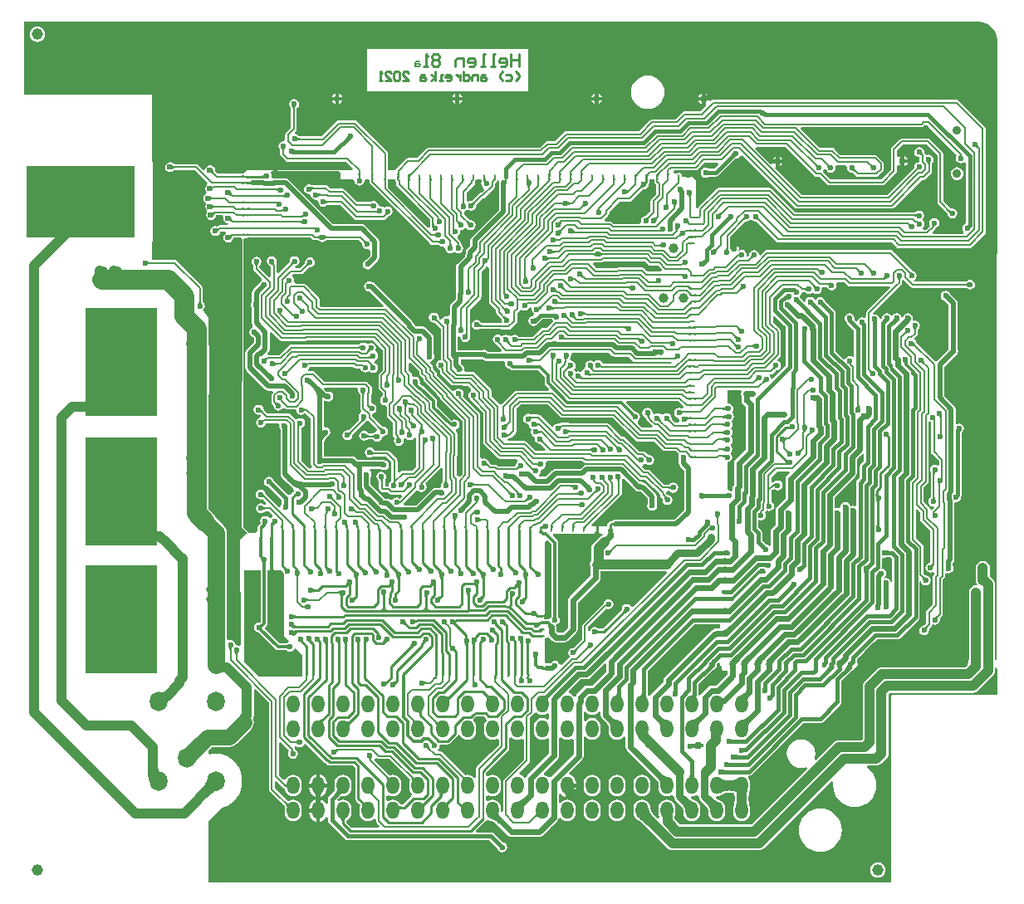
<source format=gbl>
G75*
G70*
%OFA0B0*%
%FSLAX25Y25*%
%IPPOS*%
%LPD*%
%AMOC8*
5,1,8,0,0,1.08239X$1,22.5*
%
%AMM50*
21,1,0.039370,0.007870,0.000000,0.000000,135.000000*
1,1,0.007870,0.013920,-0.013920*
1,1,0.007870,-0.013920,0.013920*
%
%AMM51*
21,1,0.009840,0.009840,0.000000,0.000000,90.000000*
21,1,0.000000,0.019680,0.000000,0.000000,90.000000*
1,1,0.009840,0.004920,0.000000*
1,1,0.009840,0.004920,0.000000*
1,1,0.009840,-0.004920,0.000000*
1,1,0.009840,-0.004920,0.000000*
%
%AMM52*
21,1,0.009840,0.009840,0.000000,0.000000,0.000000*
21,1,0.000000,0.019680,0.000000,0.000000,0.000000*
1,1,0.009840,0.000000,-0.004920*
1,1,0.009840,0.000000,-0.004920*
1,1,0.009840,0.000000,0.004920*
1,1,0.009840,0.000000,0.004920*
%
%ADD113M52*%
%ADD120C,0.00787*%
%ADD128O,0.03937X0.05906*%
%ADD129C,0.02362*%
%ADD134O,0.07087X0.07874*%
%ADD135C,0.04535*%
%ADD143R,0.43504X0.28543*%
%ADD153C,0.03937*%
%ADD170O,0.02362X0.03150*%
%ADD187M50*%
%ADD195C,0.07874*%
%ADD205O,0.05118X0.07087*%
%ADD225O,0.01575X0.02362*%
%ADD233O,0.03150X0.02362*%
%ADD234O,0.02362X0.01575*%
%ADD240C,0.00984*%
%ADD244C,0.03150*%
%ADD26C,0.01575*%
%ADD261O,1.00787X0.00787*%
%ADD27O,0.00787X1.60630*%
%ADD271C,0.01000*%
%ADD273C,0.01968*%
%ADD280M51*%
%ADD290R,0.01968X0.03150*%
%ADD301O,0.01575X0.00787*%
%ADD303C,0.03900*%
%ADD35C,0.06299*%
%ADD41C,0.03543*%
%ADD53O,0.44882X0.04331*%
%ADD64C,0.07087*%
%ADD65C,0.01181*%
%ADD71R,0.28543X0.43504*%
%ADD74R,0.01968X0.01575*%
X0000000Y0000000D02*
G01*
G75*
G36*
X0109415Y0312083D02*
X0109328Y0312005D01*
X0109250Y0311923D01*
X0109181Y0311838D01*
X0109122Y0311750D01*
X0109071Y0311657D01*
X0109030Y0311561D01*
X0108998Y0311461D01*
X0108975Y0311358D01*
X0108961Y0311251D01*
X0108957Y0311140D01*
X0108169Y0311210D01*
X0108165Y0311318D01*
X0108153Y0311424D01*
X0108133Y0311529D01*
X0108105Y0311633D01*
X0108069Y0311735D01*
X0108025Y0311835D01*
X0107972Y0311934D01*
X0107912Y0312031D01*
X0107844Y0312126D01*
X0107767Y0312221D01*
X0109415Y0312083D01*
D02*
G37*
G36*
X0296258Y0310493D02*
X0295388Y0309171D01*
X0295378Y0309186D01*
X0295355Y0309200D01*
X0295318Y0309212D01*
X0295267Y0309223D01*
X0295202Y0309232D01*
X0295030Y0309245D01*
X0294670Y0309252D01*
X0294887Y0310827D01*
X0296258Y0310493D01*
D02*
G37*
G36*
X0374769Y0292524D02*
X0374385Y0291951D01*
X0374233Y0291183D01*
X0374385Y0290415D01*
X0374820Y0289764D01*
X0375472Y0289329D01*
X0376240Y0289176D01*
X0377008Y0289329D01*
X0377430Y0289611D01*
X0378160Y0289313D01*
X0378217Y0289262D01*
X0378217Y0265072D01*
X0378070Y0265043D01*
X0377419Y0264608D01*
X0376984Y0263957D01*
X0376832Y0263189D01*
X0376984Y0262421D01*
X0377419Y0261770D01*
X0377470Y0261736D01*
X0377231Y0260948D01*
X0365157Y0260948D01*
X0364855Y0261676D01*
X0366107Y0262928D01*
X0366107Y0262928D01*
X0366369Y0263319D01*
X0366384Y0263395D01*
X0366418Y0263402D01*
X0367069Y0263837D01*
X0367504Y0264488D01*
X0367657Y0265256D01*
X0367504Y0266024D01*
X0367069Y0266675D01*
X0366418Y0267110D01*
X0365650Y0267263D01*
X0364881Y0267110D01*
X0364230Y0266675D01*
X0363795Y0266024D01*
X0363643Y0265256D01*
X0363795Y0264488D01*
X0363982Y0264209D01*
X0362297Y0262523D01*
X0361351Y0262523D01*
X0361112Y0263311D01*
X0361163Y0263345D01*
X0361598Y0263996D01*
X0361751Y0264764D01*
X0361598Y0265532D01*
X0361163Y0266183D01*
X0360966Y0266314D01*
X0360966Y0266790D01*
X0361402Y0267441D01*
X0361554Y0268209D01*
X0361402Y0268977D01*
X0360966Y0269628D01*
X0360315Y0270063D01*
X0359547Y0270216D01*
X0358779Y0270063D01*
X0358295Y0269739D01*
X0358269Y0269726D01*
X0358244Y0269706D01*
X0358128Y0269628D01*
X0358118Y0269612D01*
X0358089Y0269594D01*
X0358040Y0269568D01*
X0357993Y0269548D01*
X0357948Y0269532D01*
X0357904Y0269520D01*
X0357860Y0269511D01*
X0309929Y0269511D01*
X0309701Y0269740D01*
X0309700Y0269740D01*
X0300439Y0279001D01*
X0300049Y0279262D01*
X0299588Y0279354D01*
X0299588Y0279354D01*
X0279151Y0279354D01*
X0278690Y0279262D01*
X0278300Y0279001D01*
X0270901Y0271602D01*
X0270639Y0271211D01*
X0269862Y0271340D01*
X0269862Y0282579D01*
X0268779Y0283662D01*
X0264375Y0283662D01*
X0264375Y0284161D01*
X0264276Y0284661D01*
X0263993Y0285084D01*
X0263570Y0285367D01*
X0263071Y0285466D01*
X0262571Y0285367D01*
X0262148Y0285084D01*
X0261693Y0285039D01*
X0261125Y0285607D01*
X0261452Y0286394D01*
X0269813Y0286394D01*
X0269813Y0286394D01*
X0270274Y0286486D01*
X0270665Y0286747D01*
X0273444Y0289526D01*
X0278746Y0289526D01*
X0279047Y0288799D01*
X0277288Y0287039D01*
X0274959Y0287039D01*
X0274587Y0287287D01*
X0273819Y0287440D01*
X0273051Y0287287D01*
X0272400Y0286852D01*
X0271965Y0286201D01*
X0271812Y0285433D01*
X0271965Y0284665D01*
X0272400Y0284014D01*
X0273051Y0283579D01*
X0273819Y0283426D01*
X0274587Y0283579D01*
X0274944Y0283817D01*
X0275137Y0283827D01*
X0277953Y0283827D01*
X0277953Y0283827D01*
X0278567Y0283950D01*
X0279088Y0284298D01*
X0285918Y0291128D01*
X0286043Y0291103D01*
X0286811Y0291256D01*
X0287462Y0291691D01*
X0287784Y0292173D01*
X0288654Y0292416D01*
X0309678Y0271393D01*
X0309678Y0271393D01*
X0310068Y0271131D01*
X0310529Y0271040D01*
X0310529Y0271040D01*
X0348622Y0271040D01*
X0348622Y0271040D01*
X0349083Y0271131D01*
X0349474Y0271393D01*
X0360637Y0282556D01*
X0361178Y0282556D01*
X0361178Y0282556D01*
X0361639Y0282647D01*
X0362030Y0282908D01*
X0364336Y0285215D01*
X0364597Y0285605D01*
X0364688Y0286066D01*
X0364688Y0286066D01*
X0364688Y0289022D01*
X0364697Y0289072D01*
X0364710Y0289124D01*
X0364727Y0289178D01*
X0364749Y0289234D01*
X0364776Y0289293D01*
X0364808Y0289354D01*
X0364848Y0289418D01*
X0364905Y0289501D01*
X0364936Y0289574D01*
X0365142Y0289882D01*
X0365295Y0290650D01*
X0365142Y0291418D01*
X0364707Y0292069D01*
X0364056Y0292504D01*
X0363288Y0292657D01*
X0362520Y0292504D01*
X0361924Y0293053D01*
X0361777Y0293273D01*
X0361777Y0293273D01*
X0361684Y0293365D01*
X0361684Y0293366D01*
X0361655Y0293405D01*
X0361636Y0293437D01*
X0361625Y0293459D01*
X0361619Y0293473D01*
X0361618Y0293478D01*
X0361620Y0293517D01*
X0361619Y0293529D01*
X0361653Y0293701D01*
X0361500Y0294469D01*
X0361065Y0295120D01*
X0360414Y0295555D01*
X0359646Y0295708D01*
X0358878Y0295555D01*
X0358226Y0295120D01*
X0357791Y0294469D01*
X0357639Y0293701D01*
X0357791Y0292933D01*
X0358226Y0292282D01*
X0358878Y0291847D01*
X0359646Y0291694D01*
X0359721Y0291632D01*
X0359721Y0290472D01*
X0359547Y0289704D01*
X0358779Y0289551D01*
X0358128Y0289116D01*
X0357693Y0288465D01*
X0357540Y0287697D01*
X0357591Y0287443D01*
X0355743Y0285595D01*
X0355743Y0285595D01*
X0346745Y0276598D01*
X0312333Y0276598D01*
X0301614Y0287317D01*
X0301658Y0287420D01*
X0301969Y0287824D01*
X0301969Y0289252D01*
X0300541Y0289252D01*
X0300137Y0288942D01*
X0300034Y0288897D01*
X0293798Y0295132D01*
X0294186Y0295858D01*
X0294412Y0295813D01*
X0294412Y0295813D01*
X0305935Y0295813D01*
X0317560Y0284188D01*
X0317951Y0283927D01*
X0318411Y0283835D01*
X0318411Y0283835D01*
X0319580Y0283835D01*
X0322672Y0280743D01*
X0322672Y0280743D01*
X0323063Y0280482D01*
X0323524Y0280390D01*
X0344882Y0280390D01*
X0344882Y0280390D01*
X0345343Y0280482D01*
X0345733Y0280743D01*
X0350261Y0285271D01*
X0350261Y0285271D01*
X0350522Y0285661D01*
X0350614Y0286122D01*
X0350614Y0286122D01*
X0350614Y0288038D01*
X0350753Y0288149D01*
X0351401Y0288387D01*
X0351927Y0288035D01*
X0351984Y0288024D01*
X0351984Y0290075D01*
X0351984Y0292126D01*
X0351927Y0292115D01*
X0351401Y0291763D01*
X0350753Y0292001D01*
X0350614Y0292112D01*
X0350614Y0294285D01*
X0353156Y0296827D01*
X0362493Y0296827D01*
X0366808Y0292513D01*
X0366808Y0273721D01*
X0366808Y0273721D01*
X0366899Y0273260D01*
X0367160Y0272869D01*
X0370789Y0269241D01*
X0370818Y0269198D01*
X0370847Y0269152D01*
X0370874Y0269101D01*
X0370899Y0269045D01*
X0370922Y0268984D01*
X0370943Y0268916D01*
X0370961Y0268843D01*
X0370981Y0268743D01*
X0371010Y0268671D01*
X0371079Y0268326D01*
X0371514Y0267675D01*
X0372165Y0267240D01*
X0372933Y0267087D01*
X0373701Y0267240D01*
X0374352Y0267675D01*
X0374787Y0268326D01*
X0374940Y0269094D01*
X0374787Y0269863D01*
X0374352Y0270514D01*
X0373701Y0270949D01*
X0372933Y0271102D01*
X0372655Y0271046D01*
X0372596Y0271049D01*
X0372519Y0271038D01*
X0372483Y0271036D01*
X0372456Y0271037D01*
X0372435Y0271040D01*
X0372418Y0271044D01*
X0372401Y0271050D01*
X0372384Y0271059D01*
X0372366Y0271070D01*
X0369216Y0274219D01*
X0369216Y0293012D01*
X0369124Y0293473D01*
X0368863Y0293863D01*
X0368863Y0293863D01*
X0363844Y0298883D01*
X0363453Y0299144D01*
X0362992Y0299236D01*
X0362992Y0299236D01*
X0352658Y0299236D01*
X0352658Y0299236D01*
X0352197Y0299144D01*
X0351806Y0298883D01*
X0351806Y0298883D01*
X0348558Y0295635D01*
X0348297Y0295244D01*
X0348205Y0294783D01*
X0348205Y0294783D01*
X0348205Y0286621D01*
X0344383Y0282799D01*
X0324022Y0282799D01*
X0321345Y0285476D01*
X0320930Y0285891D01*
X0321242Y0286630D01*
X0321244Y0286633D01*
X0321301Y0286922D01*
X0322104Y0286922D01*
X0322162Y0286633D01*
X0322597Y0285982D01*
X0323248Y0285547D01*
X0324016Y0285395D01*
X0324784Y0285547D01*
X0325435Y0285982D01*
X0325870Y0286633D01*
X0326023Y0287402D01*
X0325893Y0288053D01*
X0326211Y0288418D01*
X0326508Y0288633D01*
X0326876Y0288560D01*
X0330110Y0288560D01*
X0330645Y0287772D01*
X0330572Y0287402D01*
X0330724Y0286633D01*
X0331159Y0285982D01*
X0331811Y0285547D01*
X0332579Y0285395D01*
X0332679Y0285414D01*
X0332720Y0285410D01*
X0332770Y0285402D01*
X0332814Y0285391D01*
X0332854Y0285378D01*
X0332889Y0285362D01*
X0332923Y0285344D01*
X0332954Y0285324D01*
X0334089Y0284188D01*
X0334089Y0284188D01*
X0334480Y0283927D01*
X0334941Y0283835D01*
X0334941Y0283835D01*
X0342317Y0283835D01*
X0342317Y0283835D01*
X0342778Y0283927D01*
X0343169Y0284188D01*
X0345044Y0286064D01*
X0345044Y0286064D01*
X0345305Y0286454D01*
X0345397Y0286915D01*
X0345397Y0288976D01*
X0345397Y0288976D01*
X0345305Y0289437D01*
X0345044Y0289828D01*
X0345044Y0289828D01*
X0342682Y0292190D01*
X0342292Y0292451D01*
X0341831Y0292543D01*
X0341831Y0292543D01*
X0328058Y0292543D01*
X0325655Y0294946D01*
X0325562Y0295008D01*
X0325525Y0295044D01*
X0325135Y0295305D01*
X0324674Y0295397D01*
X0324674Y0295397D01*
X0319692Y0295397D01*
X0312129Y0302960D01*
X0312431Y0303687D01*
X0360507Y0303687D01*
X0360507Y0303687D01*
X0360968Y0303779D01*
X0361359Y0304040D01*
X0361824Y0304504D01*
X0362789Y0304504D01*
X0374769Y0292524D01*
D02*
G37*
G36*
X0131247Y0299026D02*
X0131224Y0299023D01*
X0131194Y0299010D01*
X0131155Y0298987D01*
X0131108Y0298953D01*
X0130990Y0298856D01*
X0130840Y0298718D01*
X0130657Y0298539D01*
X0129724Y0299833D01*
X0130224Y0300324D01*
X0131247Y0299026D01*
D02*
G37*
G36*
X0109944Y0299682D02*
X0110025Y0299604D01*
X0110110Y0299536D01*
X0110199Y0299476D01*
X0110292Y0299426D01*
X0110388Y0299384D01*
X0110488Y0299352D01*
X0110591Y0299329D01*
X0110698Y0299316D01*
X0110809Y0299311D01*
X0110739Y0298524D01*
X0110631Y0298520D01*
X0110524Y0298507D01*
X0110419Y0298487D01*
X0110316Y0298459D01*
X0110214Y0298423D01*
X0110114Y0298379D01*
X0110015Y0298327D01*
X0109918Y0298266D01*
X0109822Y0298198D01*
X0109728Y0298122D01*
X0109866Y0299769D01*
X0109944Y0299682D01*
D02*
G37*
G36*
X0383172Y0296621D02*
X0383183Y0296506D01*
X0383201Y0296396D01*
X0383228Y0296289D01*
X0383263Y0296187D01*
X0383305Y0296090D01*
X0383356Y0295996D01*
X0383414Y0295907D01*
X0383481Y0295822D01*
X0383555Y0295742D01*
X0382998Y0295185D01*
X0382918Y0295259D01*
X0382833Y0295326D01*
X0382744Y0295384D01*
X0382650Y0295435D01*
X0382553Y0295478D01*
X0382451Y0295512D01*
X0382345Y0295539D01*
X0382234Y0295557D01*
X0382119Y0295568D01*
X0382000Y0295571D01*
X0383169Y0296740D01*
X0383172Y0296621D01*
D02*
G37*
G36*
X0105075Y0295133D02*
X0105001Y0295044D01*
X0104937Y0294953D01*
X0104880Y0294859D01*
X0104833Y0294763D01*
X0104794Y0294663D01*
X0104763Y0294562D01*
X0104742Y0294457D01*
X0104729Y0294350D01*
X0104724Y0294241D01*
X0103937Y0294241D01*
X0103933Y0294350D01*
X0103920Y0294457D01*
X0103898Y0294562D01*
X0103868Y0294663D01*
X0103829Y0294763D01*
X0103781Y0294859D01*
X0103725Y0294953D01*
X0103660Y0295044D01*
X0103586Y0295133D01*
X0103504Y0295219D01*
X0105157Y0295219D01*
X0105075Y0295133D01*
D02*
G37*
G36*
X0108763Y0294655D02*
X0108794Y0294640D01*
X0108838Y0294628D01*
X0108895Y0294617D01*
X0108965Y0294608D01*
X0109143Y0294594D01*
X0109507Y0294587D01*
X0109649Y0293012D01*
X0108469Y0293040D01*
X0108745Y0294671D01*
X0108763Y0294655D01*
D02*
G37*
G36*
X0376634Y0292669D02*
X0376657Y0292362D01*
X0376665Y0292327D01*
X0376674Y0292300D01*
X0376685Y0292281D01*
X0376697Y0292272D01*
X0375782Y0292272D01*
X0375794Y0292281D01*
X0375805Y0292300D01*
X0375815Y0292327D01*
X0375823Y0292362D01*
X0375830Y0292406D01*
X0375840Y0292520D01*
X0375845Y0292669D01*
X0375846Y0292756D01*
X0376633Y0292756D01*
X0376634Y0292669D01*
D02*
G37*
G36*
X0360814Y0293479D02*
X0360818Y0293392D01*
X0360833Y0293306D01*
X0360857Y0293220D01*
X0360890Y0293133D01*
X0360933Y0293047D01*
X0360986Y0292960D01*
X0361049Y0292873D01*
X0361122Y0292787D01*
X0361204Y0292700D01*
X0360647Y0292143D01*
X0360560Y0292225D01*
X0360473Y0292297D01*
X0360386Y0292360D01*
X0360300Y0292413D01*
X0360213Y0292456D01*
X0360127Y0292490D01*
X0360040Y0292514D01*
X0359954Y0292528D01*
X0359868Y0292533D01*
X0359782Y0292528D01*
X0360819Y0293565D01*
X0360814Y0293479D01*
D02*
G37*
G36*
X0285740Y0291969D02*
X0285714Y0291969D01*
X0285681Y0291959D01*
X0285639Y0291939D01*
X0285591Y0291908D01*
X0285534Y0291866D01*
X0285397Y0291752D01*
X0285229Y0291595D01*
X0285134Y0291501D01*
X0284440Y0293034D01*
X0284896Y0293391D01*
X0285740Y0291969D01*
D02*
G37*
G36*
X0364174Y0289855D02*
X0364112Y0289753D01*
X0364057Y0289651D01*
X0364009Y0289548D01*
X0363969Y0289445D01*
X0363936Y0289341D01*
X0363911Y0289236D01*
X0363893Y0289131D01*
X0363882Y0289025D01*
X0363878Y0288918D01*
X0363090Y0288776D01*
X0363086Y0288888D01*
X0363071Y0288995D01*
X0363048Y0289098D01*
X0363014Y0289195D01*
X0362971Y0289288D01*
X0362919Y0289376D01*
X0362856Y0289459D01*
X0362785Y0289538D01*
X0362704Y0289611D01*
X0362613Y0289680D01*
X0364243Y0289956D01*
X0364174Y0289855D01*
D02*
G37*
G36*
X0340284Y0288823D02*
X0340370Y0288757D01*
X0340459Y0288701D01*
X0340552Y0288654D01*
X0340649Y0288617D01*
X0340749Y0288589D01*
X0340853Y0288571D01*
X0340961Y0288562D01*
X0341073Y0288563D01*
X0341188Y0288573D01*
X0340164Y0287274D01*
X0340148Y0287395D01*
X0340125Y0287511D01*
X0340096Y0287622D01*
X0340060Y0287729D01*
X0340019Y0287831D01*
X0339971Y0287928D01*
X0339916Y0288021D01*
X0339856Y0288109D01*
X0339789Y0288192D01*
X0339715Y0288271D01*
X0340202Y0288898D01*
X0340284Y0288823D01*
D02*
G37*
G36*
X0322961Y0288823D02*
X0323047Y0288757D01*
X0323136Y0288701D01*
X0323229Y0288654D01*
X0323326Y0288617D01*
X0323426Y0288589D01*
X0323530Y0288571D01*
X0323638Y0288562D01*
X0323750Y0288563D01*
X0323865Y0288573D01*
X0322842Y0287274D01*
X0322825Y0287395D01*
X0322802Y0287511D01*
X0322773Y0287622D01*
X0322738Y0287729D01*
X0322696Y0287831D01*
X0322648Y0287928D01*
X0322593Y0288021D01*
X0322533Y0288109D01*
X0322466Y0288192D01*
X0322393Y0288271D01*
X0322879Y0288898D01*
X0322961Y0288823D01*
D02*
G37*
G36*
X0318335Y0288823D02*
X0318421Y0288757D01*
X0318510Y0288701D01*
X0318603Y0288654D01*
X0318700Y0288617D01*
X0318800Y0288589D01*
X0318904Y0288571D01*
X0319012Y0288562D01*
X0319124Y0288563D01*
X0319239Y0288573D01*
X0318216Y0287274D01*
X0318199Y0287395D01*
X0318176Y0287511D01*
X0318147Y0287622D01*
X0318112Y0287729D01*
X0318070Y0287831D01*
X0318022Y0287928D01*
X0317968Y0288021D01*
X0317907Y0288109D01*
X0317840Y0288192D01*
X0317766Y0288271D01*
X0318253Y0288898D01*
X0318335Y0288823D01*
D02*
G37*
G36*
X0059886Y0288441D02*
X0059975Y0288368D01*
X0060066Y0288303D01*
X0060160Y0288246D01*
X0060257Y0288199D01*
X0060356Y0288160D01*
X0060458Y0288129D01*
X0060562Y0288108D01*
X0060669Y0288095D01*
X0060779Y0288091D01*
X0060779Y0287303D01*
X0060669Y0287299D01*
X0060562Y0287286D01*
X0060458Y0287264D01*
X0060356Y0287234D01*
X0060257Y0287195D01*
X0060160Y0287147D01*
X0060066Y0287091D01*
X0059975Y0287026D01*
X0059886Y0286952D01*
X0059800Y0286870D01*
X0059800Y0288524D01*
X0059886Y0288441D01*
D02*
G37*
G36*
X0333763Y0287271D02*
X0333773Y0287156D01*
X0333792Y0287045D01*
X0333819Y0286939D01*
X0333853Y0286837D01*
X0333896Y0286739D01*
X0333946Y0286646D01*
X0334005Y0286557D01*
X0334071Y0286472D01*
X0334146Y0286391D01*
X0333589Y0285835D01*
X0333508Y0285909D01*
X0333423Y0285976D01*
X0333334Y0286034D01*
X0333241Y0286085D01*
X0333143Y0286127D01*
X0333041Y0286162D01*
X0332935Y0286188D01*
X0332824Y0286207D01*
X0332710Y0286218D01*
X0332591Y0286221D01*
X0333760Y0287390D01*
X0333763Y0287271D01*
D02*
G37*
G36*
X0076184Y0286385D02*
X0076195Y0286270D01*
X0076213Y0286159D01*
X0076240Y0286053D01*
X0076275Y0285951D01*
X0076317Y0285854D01*
X0076368Y0285760D01*
X0076426Y0285671D01*
X0076493Y0285586D01*
X0076567Y0285506D01*
X0076010Y0284949D01*
X0075930Y0285023D01*
X0075845Y0285090D01*
X0075756Y0285148D01*
X0075662Y0285199D01*
X0075565Y0285241D01*
X0075463Y0285276D01*
X0075356Y0285302D01*
X0075246Y0285321D01*
X0075131Y0285332D01*
X0075012Y0285335D01*
X0076181Y0286504D01*
X0076184Y0286385D01*
D02*
G37*
G36*
X0274677Y0286252D02*
X0274705Y0286246D01*
X0274746Y0286240D01*
X0274868Y0286230D01*
X0275273Y0286221D01*
X0275408Y0286221D01*
X0275408Y0284646D01*
X0274662Y0284606D01*
X0274662Y0286260D01*
X0274677Y0286252D01*
D02*
G37*
G36*
X0259156Y0285190D02*
X0259192Y0284349D01*
X0258288Y0284349D01*
X0258303Y0284380D01*
X0258317Y0284424D01*
X0258329Y0284482D01*
X0258340Y0284553D01*
X0258356Y0284734D01*
X0258368Y0285107D01*
X0258369Y0285258D01*
X0259156Y0285190D01*
D02*
G37*
G36*
X0224526Y0285167D02*
X0224547Y0284349D01*
X0223642Y0284349D01*
X0223660Y0284384D01*
X0223677Y0284432D01*
X0223691Y0284493D01*
X0223704Y0284567D01*
X0223723Y0284753D01*
X0223734Y0284991D01*
X0223738Y0285280D01*
X0224526Y0285167D01*
D02*
G37*
G36*
X0220195Y0285167D02*
X0220216Y0284349D01*
X0219311Y0284349D01*
X0219330Y0284384D01*
X0219346Y0284432D01*
X0219360Y0284493D01*
X0219373Y0284567D01*
X0219392Y0284753D01*
X0219404Y0284991D01*
X0219408Y0285280D01*
X0220195Y0285167D01*
D02*
G37*
G36*
X0215864Y0285167D02*
X0215885Y0284349D01*
X0214981Y0284349D01*
X0214999Y0284384D01*
X0215015Y0284432D01*
X0215030Y0284493D01*
X0215042Y0284567D01*
X0215061Y0284753D01*
X0215073Y0284991D01*
X0215077Y0285280D01*
X0215864Y0285167D01*
D02*
G37*
G36*
X0211534Y0285167D02*
X0211555Y0284349D01*
X0210650Y0284349D01*
X0210668Y0284384D01*
X0210685Y0284432D01*
X0210699Y0284493D01*
X0210712Y0284567D01*
X0210731Y0284753D01*
X0210742Y0284991D01*
X0210746Y0285280D01*
X0211534Y0285167D01*
D02*
G37*
G36*
X0198466Y0285132D02*
X0198500Y0284569D01*
X0198512Y0284494D01*
X0198527Y0284433D01*
X0198544Y0284384D01*
X0198562Y0284349D01*
X0197658Y0284349D01*
X0197661Y0284362D01*
X0197665Y0284391D01*
X0197670Y0284493D01*
X0197677Y0285165D01*
X0198465Y0285283D01*
X0198466Y0285132D01*
D02*
G37*
G36*
X0150867Y0285073D02*
X0150914Y0284373D01*
X0150925Y0284349D01*
X0150020Y0284349D01*
X0150031Y0284373D01*
X0150041Y0284412D01*
X0150050Y0284464D01*
X0150064Y0284611D01*
X0150076Y0284937D01*
X0150079Y0285224D01*
X0150866Y0285224D01*
X0150867Y0285073D01*
D02*
G37*
G36*
X0145631Y0285073D02*
X0145677Y0284373D01*
X0145688Y0284349D01*
X0144784Y0284349D01*
X0144795Y0284373D01*
X0144805Y0284412D01*
X0144814Y0284464D01*
X0144828Y0284611D01*
X0144840Y0284937D01*
X0144843Y0285224D01*
X0145630Y0285224D01*
X0145631Y0285073D01*
D02*
G37*
G36*
X0140434Y0285073D02*
X0140480Y0284373D01*
X0140492Y0284349D01*
X0139587Y0284349D01*
X0139598Y0284373D01*
X0139608Y0284412D01*
X0139617Y0284464D01*
X0139631Y0284611D01*
X0139643Y0284937D01*
X0139646Y0285224D01*
X0140433Y0285224D01*
X0140434Y0285073D01*
D02*
G37*
G36*
X0135237Y0285073D02*
X0135284Y0284373D01*
X0135295Y0284349D01*
X0134390Y0284349D01*
X0134401Y0284373D01*
X0134411Y0284412D01*
X0134420Y0284464D01*
X0134434Y0284611D01*
X0134447Y0284937D01*
X0134449Y0285224D01*
X0135236Y0285224D01*
X0135237Y0285073D01*
D02*
G37*
G36*
X0255429Y0284850D02*
X0255283Y0284698D01*
X0255052Y0284424D01*
X0254967Y0284301D01*
X0254903Y0284187D01*
X0254859Y0284083D01*
X0254835Y0283989D01*
X0254832Y0283904D01*
X0254849Y0283828D01*
X0254887Y0283763D01*
X0254222Y0284614D01*
X0254197Y0284615D01*
X0254192Y0284635D01*
X0254208Y0284673D01*
X0254245Y0284728D01*
X0254302Y0284801D01*
X0254479Y0285000D01*
X0254899Y0285433D01*
X0255429Y0284850D01*
D02*
G37*
G36*
X0246794Y0284651D02*
X0246649Y0284500D01*
X0246417Y0284225D01*
X0246330Y0284100D01*
X0246264Y0283984D01*
X0246217Y0283877D01*
X0246189Y0283779D01*
X0246182Y0283690D01*
X0246194Y0283609D01*
X0246225Y0283537D01*
X0245561Y0284614D01*
X0245586Y0284623D01*
X0245620Y0284643D01*
X0245663Y0284674D01*
X0245777Y0284768D01*
X0246016Y0284990D01*
X0246221Y0285191D01*
X0246794Y0284651D01*
D02*
G37*
G36*
X0155850Y0284651D02*
X0155704Y0284500D01*
X0155472Y0284225D01*
X0155386Y0284100D01*
X0155319Y0283984D01*
X0155272Y0283877D01*
X0155245Y0283779D01*
X0155237Y0283690D01*
X0155249Y0283609D01*
X0155281Y0283537D01*
X0154616Y0284614D01*
X0154641Y0284623D01*
X0154675Y0284643D01*
X0154719Y0284674D01*
X0154832Y0284768D01*
X0155071Y0284990D01*
X0155276Y0285191D01*
X0155850Y0284651D01*
D02*
G37*
G36*
X0251125Y0284637D02*
X0250980Y0284486D01*
X0250748Y0284211D01*
X0250662Y0284087D01*
X0250595Y0283971D01*
X0250548Y0283864D01*
X0250521Y0283766D01*
X0250513Y0283676D01*
X0250525Y0283595D01*
X0250556Y0283523D01*
X0249891Y0284614D01*
X0249920Y0284624D01*
X0249957Y0284645D01*
X0250003Y0284676D01*
X0250058Y0284718D01*
X0250193Y0284834D01*
X0250569Y0285194D01*
X0251125Y0284637D01*
D02*
G37*
G36*
X0088573Y0283485D02*
X0088548Y0283496D01*
X0088510Y0283506D01*
X0088457Y0283515D01*
X0088310Y0283529D01*
X0087984Y0283541D01*
X0087697Y0283543D01*
X0087697Y0284331D01*
X0087848Y0284331D01*
X0088548Y0284378D01*
X0088573Y0284389D01*
X0088573Y0283485D01*
D02*
G37*
G36*
X0088573Y0280886D02*
X0088548Y0280897D01*
X0088510Y0280907D01*
X0088457Y0280916D01*
X0088310Y0280930D01*
X0087984Y0280943D01*
X0087697Y0280945D01*
X0087697Y0281732D01*
X0087848Y0281733D01*
X0088548Y0281780D01*
X0088573Y0281791D01*
X0088573Y0280886D01*
D02*
G37*
G36*
X0088573Y0278288D02*
X0088548Y0278299D01*
X0088510Y0278309D01*
X0088457Y0278318D01*
X0088310Y0278332D01*
X0087984Y0278344D01*
X0087697Y0278346D01*
X0087697Y0279134D01*
X0087848Y0279134D01*
X0088548Y0279181D01*
X0088573Y0279192D01*
X0088573Y0278288D01*
D02*
G37*
G36*
X0083461Y0277533D02*
X0083540Y0277310D01*
X0083586Y0277206D01*
X0083636Y0277106D01*
X0083690Y0277011D01*
X0083749Y0276920D01*
X0083812Y0276835D01*
X0083880Y0276753D01*
X0083951Y0276677D01*
X0083552Y0275963D01*
X0083469Y0276040D01*
X0083382Y0276105D01*
X0083294Y0276159D01*
X0083202Y0276202D01*
X0083108Y0276233D01*
X0083011Y0276254D01*
X0082911Y0276263D01*
X0082809Y0276261D01*
X0082704Y0276248D01*
X0082596Y0276223D01*
X0083429Y0277652D01*
X0083461Y0277533D01*
D02*
G37*
G36*
X0088573Y0275690D02*
X0088548Y0275701D01*
X0088510Y0275711D01*
X0088457Y0275719D01*
X0088310Y0275733D01*
X0087984Y0275746D01*
X0087697Y0275748D01*
X0087697Y0276536D01*
X0087848Y0276536D01*
X0088548Y0276583D01*
X0088573Y0276594D01*
X0088573Y0275690D01*
D02*
G37*
G36*
X0075142Y0275941D02*
X0075231Y0275868D01*
X0075323Y0275803D01*
X0075416Y0275746D01*
X0075513Y0275699D01*
X0075612Y0275660D01*
X0075714Y0275629D01*
X0075818Y0275608D01*
X0075925Y0275595D01*
X0076035Y0275590D01*
X0076035Y0274803D01*
X0075925Y0274799D01*
X0075818Y0274786D01*
X0075714Y0274764D01*
X0075612Y0274734D01*
X0075513Y0274695D01*
X0075416Y0274647D01*
X0075323Y0274591D01*
X0075231Y0274526D01*
X0075142Y0274452D01*
X0075056Y0274370D01*
X0075056Y0276024D01*
X0075142Y0275941D01*
D02*
G37*
G36*
X0088573Y0273091D02*
X0088548Y0273102D01*
X0088510Y0273112D01*
X0088457Y0273121D01*
X0088310Y0273135D01*
X0087984Y0273147D01*
X0087697Y0273150D01*
X0087697Y0273937D01*
X0087848Y0273938D01*
X0088548Y0273985D01*
X0088573Y0273996D01*
X0088573Y0273091D01*
D02*
G37*
G36*
X0075989Y0272497D02*
X0076078Y0272423D01*
X0076169Y0272358D01*
X0076263Y0272302D01*
X0076359Y0272254D01*
X0076459Y0272215D01*
X0076560Y0272185D01*
X0076665Y0272163D01*
X0076772Y0272150D01*
X0076881Y0272146D01*
X0076881Y0271358D01*
X0076772Y0271354D01*
X0076665Y0271341D01*
X0076560Y0271319D01*
X0076459Y0271289D01*
X0076359Y0271250D01*
X0076263Y0271202D01*
X0076169Y0271146D01*
X0076078Y0271081D01*
X0075989Y0271008D01*
X0075902Y0270925D01*
X0075902Y0272579D01*
X0075989Y0272497D01*
D02*
G37*
G36*
X0088573Y0270493D02*
X0088548Y0270504D01*
X0088510Y0270514D01*
X0088457Y0270522D01*
X0088310Y0270537D01*
X0087984Y0270549D01*
X0087697Y0270551D01*
X0087697Y0271339D01*
X0087848Y0271339D01*
X0088548Y0271386D01*
X0088573Y0271397D01*
X0088573Y0270493D01*
D02*
G37*
G36*
X0077022Y0269090D02*
X0076947Y0269011D01*
X0076877Y0268928D01*
X0076812Y0268842D01*
X0076753Y0268752D01*
X0076698Y0268659D01*
X0076649Y0268563D01*
X0076606Y0268463D01*
X0076567Y0268360D01*
X0076534Y0268254D01*
X0076506Y0268144D01*
X0075696Y0269536D01*
X0075796Y0269511D01*
X0075893Y0269497D01*
X0075988Y0269493D01*
X0076081Y0269500D01*
X0076171Y0269517D01*
X0076259Y0269546D01*
X0076344Y0269585D01*
X0076427Y0269635D01*
X0076507Y0269695D01*
X0076585Y0269766D01*
X0077022Y0269090D01*
D02*
G37*
G36*
X0371820Y0270475D02*
X0371906Y0270410D01*
X0371995Y0270355D01*
X0372088Y0270309D01*
X0372184Y0270275D01*
X0372283Y0270250D01*
X0372386Y0270236D01*
X0372491Y0270232D01*
X0372600Y0270238D01*
X0372713Y0270255D01*
X0371768Y0268897D01*
X0371745Y0269018D01*
X0371716Y0269133D01*
X0371682Y0269244D01*
X0371642Y0269350D01*
X0371596Y0269452D01*
X0371546Y0269548D01*
X0371489Y0269640D01*
X0371427Y0269728D01*
X0371360Y0269810D01*
X0371288Y0269888D01*
X0371738Y0270551D01*
X0371820Y0270475D01*
D02*
G37*
G36*
X0088573Y0267894D02*
X0088548Y0267905D01*
X0088510Y0267915D01*
X0088457Y0267924D01*
X0088310Y0267938D01*
X0087984Y0267950D01*
X0087697Y0267953D01*
X0087697Y0268740D01*
X0087848Y0268741D01*
X0088548Y0268788D01*
X0088573Y0268799D01*
X0088573Y0267894D01*
D02*
G37*
G36*
X0280405Y0268825D02*
X0280331Y0268744D01*
X0280265Y0268660D01*
X0280206Y0268571D01*
X0280156Y0268477D01*
X0280113Y0268379D01*
X0280079Y0268278D01*
X0280052Y0268171D01*
X0280033Y0268061D01*
X0280022Y0267946D01*
X0280020Y0267827D01*
X0278850Y0268996D01*
X0278970Y0268999D01*
X0279084Y0269009D01*
X0279195Y0269028D01*
X0279301Y0269055D01*
X0279403Y0269089D01*
X0279501Y0269132D01*
X0279594Y0269182D01*
X0279683Y0269241D01*
X0279768Y0269307D01*
X0279849Y0269382D01*
X0280405Y0268825D01*
D02*
G37*
G36*
X0358638Y0267455D02*
X0358560Y0267542D01*
X0358479Y0267620D01*
X0358394Y0267689D01*
X0358305Y0267748D01*
X0358212Y0267799D01*
X0358116Y0267840D01*
X0358016Y0267872D01*
X0357913Y0267895D01*
X0357806Y0267909D01*
X0357695Y0267913D01*
X0357765Y0268701D01*
X0357873Y0268705D01*
X0357980Y0268717D01*
X0358085Y0268737D01*
X0358188Y0268765D01*
X0358290Y0268801D01*
X0358390Y0268846D01*
X0358489Y0268898D01*
X0358586Y0268958D01*
X0358682Y0269026D01*
X0358776Y0269103D01*
X0358638Y0267455D01*
D02*
G37*
G36*
X0269196Y0267862D02*
X0269235Y0267852D01*
X0269287Y0267844D01*
X0269434Y0267830D01*
X0269760Y0267817D01*
X0270047Y0267815D01*
X0270047Y0267028D01*
X0269896Y0267027D01*
X0269196Y0266980D01*
X0269172Y0266969D01*
X0269172Y0267874D01*
X0269196Y0267862D01*
D02*
G37*
G36*
X0290203Y0266644D02*
X0290088Y0266654D01*
X0289977Y0266655D01*
X0289869Y0266646D01*
X0289765Y0266628D01*
X0289664Y0266600D01*
X0289568Y0266563D01*
X0289475Y0266516D01*
X0289385Y0266460D01*
X0289300Y0266394D01*
X0289218Y0266318D01*
X0288731Y0266945D01*
X0288804Y0267024D01*
X0288871Y0267108D01*
X0288932Y0267196D01*
X0288986Y0267288D01*
X0289035Y0267386D01*
X0289076Y0267488D01*
X0289112Y0267595D01*
X0289141Y0267706D01*
X0289164Y0267822D01*
X0289180Y0267943D01*
X0290203Y0266644D01*
D02*
G37*
G36*
X0295081Y0267684D02*
X0295092Y0267569D01*
X0295111Y0267459D01*
X0295138Y0267352D01*
X0295172Y0267250D01*
X0295215Y0267153D01*
X0295265Y0267059D01*
X0295324Y0266970D01*
X0295390Y0266885D01*
X0295464Y0266805D01*
X0294908Y0266248D01*
X0294827Y0266322D01*
X0294742Y0266389D01*
X0294653Y0266447D01*
X0294560Y0266498D01*
X0294462Y0266541D01*
X0294360Y0266575D01*
X0294254Y0266602D01*
X0294143Y0266620D01*
X0294029Y0266631D01*
X0293909Y0266634D01*
X0295079Y0267803D01*
X0295081Y0267684D01*
D02*
G37*
G36*
X0283707Y0266644D02*
X0283685Y0266641D01*
X0283654Y0266628D01*
X0283616Y0266605D01*
X0283569Y0266571D01*
X0283451Y0266474D01*
X0283300Y0266336D01*
X0283117Y0266157D01*
X0282184Y0267451D01*
X0282684Y0267943D01*
X0283707Y0266644D01*
D02*
G37*
G36*
X0292646Y0266284D02*
X0293130Y0265961D01*
X0293898Y0265808D01*
X0293997Y0265828D01*
X0294039Y0265824D01*
X0294089Y0265815D01*
X0294133Y0265804D01*
X0294172Y0265791D01*
X0294208Y0265776D01*
X0294241Y0265757D01*
X0294272Y0265737D01*
X0302200Y0257810D01*
X0302590Y0257549D01*
X0303051Y0257457D01*
X0348689Y0257457D01*
X0350403Y0255743D01*
X0350499Y0255679D01*
X0350260Y0254892D01*
X0287517Y0254892D01*
X0286614Y0256063D01*
X0284927Y0254376D01*
X0283964Y0254527D01*
X0283913Y0254604D01*
X0283899Y0254630D01*
X0283879Y0254655D01*
X0283801Y0254771D01*
X0283785Y0254781D01*
X0283768Y0254810D01*
X0283742Y0254859D01*
X0283721Y0254906D01*
X0283705Y0254951D01*
X0283693Y0254995D01*
X0283684Y0255039D01*
X0283684Y0259639D01*
X0289847Y0265802D01*
X0289870Y0265816D01*
X0289893Y0265828D01*
X0289916Y0265837D01*
X0289941Y0265844D01*
X0289971Y0265849D01*
X0290006Y0265852D01*
X0290049Y0265851D01*
X0290132Y0265844D01*
X0290159Y0265847D01*
X0290354Y0265808D01*
X0291122Y0265961D01*
X0291606Y0266284D01*
X0292126Y0266351D01*
X0292646Y0266284D01*
D02*
G37*
G36*
X0083467Y0267251D02*
X0083539Y0267026D01*
X0083581Y0266920D01*
X0083629Y0266820D01*
X0083682Y0266723D01*
X0083740Y0266632D01*
X0083802Y0266546D01*
X0083869Y0266464D01*
X0083942Y0266387D01*
X0083517Y0265698D01*
X0083434Y0265774D01*
X0083348Y0265840D01*
X0083259Y0265894D01*
X0083167Y0265938D01*
X0083072Y0265971D01*
X0082974Y0265993D01*
X0082872Y0266005D01*
X0082768Y0266006D01*
X0082661Y0265996D01*
X0082551Y0265975D01*
X0083439Y0267371D01*
X0083467Y0267251D01*
D02*
G37*
G36*
X0088573Y0265296D02*
X0088548Y0265307D01*
X0088510Y0265317D01*
X0088457Y0265326D01*
X0088310Y0265340D01*
X0087984Y0265352D01*
X0087697Y0265354D01*
X0087697Y0266142D01*
X0087848Y0266142D01*
X0088548Y0266189D01*
X0088573Y0266200D01*
X0088573Y0265296D01*
D02*
G37*
G36*
X0358966Y0266067D02*
X0359206Y0265856D01*
X0359227Y0265844D01*
X0359244Y0265838D01*
X0359255Y0265839D01*
X0358651Y0265211D01*
X0358651Y0265222D01*
X0358644Y0265238D01*
X0358631Y0265260D01*
X0358611Y0265287D01*
X0358551Y0265359D01*
X0358411Y0265508D01*
X0358350Y0265568D01*
X0358907Y0266125D01*
X0358966Y0266067D01*
D02*
G37*
G36*
X0269196Y0265264D02*
X0269235Y0265254D01*
X0269287Y0265245D01*
X0269434Y0265231D01*
X0269760Y0265219D01*
X0270047Y0265216D01*
X0270047Y0264429D01*
X0269896Y0264428D01*
X0269196Y0264382D01*
X0269172Y0264371D01*
X0269172Y0265275D01*
X0269196Y0265264D01*
D02*
G37*
G36*
X0355619Y0265115D02*
X0355704Y0265049D01*
X0355794Y0264992D01*
X0355887Y0264945D01*
X0355984Y0264907D01*
X0356085Y0264878D01*
X0356189Y0264858D01*
X0356298Y0264848D01*
X0356410Y0264847D01*
X0356526Y0264855D01*
X0355478Y0263576D01*
X0355464Y0263697D01*
X0355443Y0263813D01*
X0355415Y0263924D01*
X0355381Y0264031D01*
X0355341Y0264133D01*
X0355294Y0264230D01*
X0355240Y0264323D01*
X0355180Y0264412D01*
X0355113Y0264495D01*
X0355039Y0264574D01*
X0355537Y0265190D01*
X0355619Y0265115D01*
D02*
G37*
G36*
X0078794Y0262693D02*
X0078722Y0262617D01*
X0078655Y0262536D01*
X0078592Y0262450D01*
X0078533Y0262359D01*
X0078478Y0262264D01*
X0078428Y0262164D01*
X0078382Y0262060D01*
X0078304Y0261837D01*
X0078271Y0261718D01*
X0077439Y0263147D01*
X0077547Y0263123D01*
X0077652Y0263109D01*
X0077754Y0263107D01*
X0077854Y0263117D01*
X0077951Y0263137D01*
X0078045Y0263169D01*
X0078136Y0263211D01*
X0078225Y0263265D01*
X0078311Y0263331D01*
X0078394Y0263407D01*
X0078794Y0262693D01*
D02*
G37*
G36*
X0088573Y0262697D02*
X0088548Y0262708D01*
X0088510Y0262718D01*
X0088457Y0262727D01*
X0088310Y0262741D01*
X0087984Y0262754D01*
X0087697Y0262756D01*
X0087697Y0263543D01*
X0087848Y0263544D01*
X0088548Y0263591D01*
X0088573Y0263602D01*
X0088573Y0262697D01*
D02*
G37*
G36*
X0269196Y0262666D02*
X0269235Y0262656D01*
X0269287Y0262647D01*
X0269434Y0262633D01*
X0269760Y0262620D01*
X0270047Y0262618D01*
X0270047Y0261831D01*
X0269896Y0261830D01*
X0269196Y0261783D01*
X0269172Y0261772D01*
X0269172Y0262677D01*
X0269196Y0262666D01*
D02*
G37*
G36*
X0083951Y0260134D02*
X0083880Y0260057D01*
X0083812Y0259976D01*
X0083749Y0259891D01*
X0083690Y0259800D01*
X0083636Y0259705D01*
X0083586Y0259605D01*
X0083540Y0259501D01*
X0083461Y0259278D01*
X0083429Y0259159D01*
X0082596Y0260588D01*
X0082704Y0260563D01*
X0082808Y0260549D01*
X0082910Y0260547D01*
X0083008Y0260555D01*
X0083103Y0260573D01*
X0083196Y0260603D01*
X0083285Y0260643D01*
X0083371Y0260695D01*
X0083454Y0260757D01*
X0083534Y0260830D01*
X0083951Y0260134D01*
D02*
G37*
G36*
X0088573Y0260099D02*
X0088548Y0260110D01*
X0088510Y0260120D01*
X0088457Y0260129D01*
X0088310Y0260143D01*
X0087984Y0260155D01*
X0087697Y0260157D01*
X0087697Y0260945D01*
X0087848Y0260946D01*
X0088548Y0260992D01*
X0088573Y0261003D01*
X0088573Y0260099D01*
D02*
G37*
G36*
X0269196Y0260067D02*
X0269235Y0260057D01*
X0269287Y0260048D01*
X0269434Y0260034D01*
X0269760Y0260022D01*
X0270047Y0260020D01*
X0270047Y0259232D01*
X0269896Y0259232D01*
X0269196Y0259185D01*
X0269172Y0259174D01*
X0269172Y0260078D01*
X0269196Y0260067D01*
D02*
G37*
G36*
X0282874Y0255134D02*
X0282878Y0255026D01*
X0282890Y0254919D01*
X0282910Y0254814D01*
X0282938Y0254711D01*
X0282975Y0254609D01*
X0283019Y0254509D01*
X0283071Y0254410D01*
X0283131Y0254313D01*
X0283200Y0254217D01*
X0283276Y0254123D01*
X0281628Y0254261D01*
X0281715Y0254339D01*
X0281793Y0254420D01*
X0281862Y0254506D01*
X0281922Y0254594D01*
X0281972Y0254687D01*
X0282013Y0254783D01*
X0282045Y0254883D01*
X0282068Y0254986D01*
X0282082Y0255093D01*
X0282087Y0255204D01*
X0282874Y0255134D01*
D02*
G37*
G36*
X0278535Y0254455D02*
X0278461Y0254374D01*
X0278395Y0254290D01*
X0278336Y0254201D01*
X0278286Y0254107D01*
X0278243Y0254010D01*
X0278208Y0253907D01*
X0278182Y0253801D01*
X0278163Y0253691D01*
X0278152Y0253576D01*
X0278150Y0253457D01*
X0276980Y0254626D01*
X0277099Y0254629D01*
X0277214Y0254639D01*
X0277325Y0254658D01*
X0277431Y0254685D01*
X0277533Y0254719D01*
X0277631Y0254762D01*
X0277724Y0254812D01*
X0277813Y0254871D01*
X0277898Y0254937D01*
X0277979Y0255012D01*
X0278535Y0254455D01*
D02*
G37*
G36*
X0384921Y0345905D02*
X0386322Y0345481D01*
X0387613Y0344791D01*
X0388744Y0343862D01*
X0389673Y0342731D01*
X0390363Y0341440D01*
X0390787Y0340039D01*
X0390927Y0338619D01*
X0390912Y0338583D01*
X0390912Y0252642D01*
X0390125Y0252316D01*
X0387549Y0254892D01*
X0381034Y0254892D01*
X0380795Y0255679D01*
X0380890Y0255743D01*
X0385989Y0260842D01*
X0385989Y0260842D01*
X0386250Y0261232D01*
X0386342Y0261693D01*
X0386342Y0261693D01*
X0386342Y0302953D01*
X0386342Y0302953D01*
X0386250Y0303414D01*
X0385989Y0303804D01*
X0385989Y0303804D01*
X0375359Y0314434D01*
X0374969Y0314695D01*
X0374508Y0314787D01*
X0374508Y0314787D01*
X0276969Y0314787D01*
X0276969Y0314787D01*
X0276508Y0314695D01*
X0276117Y0314434D01*
X0276117Y0314434D01*
X0275844Y0314161D01*
X0275453Y0314370D01*
X0273819Y0314370D01*
X0273819Y0312736D01*
X0274028Y0312345D01*
X0271727Y0310045D01*
X0265444Y0310045D01*
X0264983Y0309953D01*
X0264592Y0309692D01*
X0264592Y0309692D01*
X0261813Y0306913D01*
X0252329Y0306913D01*
X0252329Y0306913D01*
X0251869Y0306821D01*
X0251478Y0306560D01*
X0251478Y0306560D01*
X0247008Y0302090D01*
X0217931Y0302090D01*
X0217931Y0302090D01*
X0217470Y0301998D01*
X0217079Y0301737D01*
X0213495Y0298153D01*
X0210442Y0298153D01*
X0210442Y0298153D01*
X0209981Y0298061D01*
X0209590Y0297800D01*
X0207285Y0295496D01*
X0162706Y0295496D01*
X0162245Y0295404D01*
X0161855Y0295143D01*
X0158073Y0291362D01*
X0154429Y0291362D01*
X0153968Y0291270D01*
X0153578Y0291009D01*
X0149621Y0287052D01*
X0149360Y0286662D01*
X0149311Y0286417D01*
X0146440Y0286417D01*
X0146440Y0293113D01*
X0146349Y0293574D01*
X0146088Y0293964D01*
X0146088Y0293965D01*
X0133984Y0306068D01*
X0133593Y0306329D01*
X0133133Y0306421D01*
X0133133Y0306421D01*
X0126513Y0306421D01*
X0126513Y0306421D01*
X0126052Y0306329D01*
X0125662Y0306068D01*
X0119715Y0300122D01*
X0110727Y0300122D01*
X0110698Y0300128D01*
X0110670Y0300137D01*
X0110643Y0300149D01*
X0110616Y0300163D01*
X0110587Y0300182D01*
X0110556Y0300208D01*
X0110522Y0300241D01*
X0110465Y0300304D01*
X0110462Y0300307D01*
X0110376Y0300435D01*
X0109725Y0300870D01*
X0109368Y0300941D01*
X0109108Y0301795D01*
X0109415Y0302101D01*
X0109676Y0302492D01*
X0109767Y0302953D01*
X0109767Y0302953D01*
X0109767Y0311222D01*
X0109774Y0311251D01*
X0109783Y0311279D01*
X0109794Y0311306D01*
X0109809Y0311333D01*
X0109828Y0311362D01*
X0109853Y0311393D01*
X0109886Y0311427D01*
X0109950Y0311484D01*
X0109952Y0311487D01*
X0110081Y0311573D01*
X0110516Y0312224D01*
X0110669Y0312992D01*
X0110516Y0313760D01*
X0110081Y0314411D01*
X0109430Y0314846D01*
X0108661Y0314999D01*
X0107893Y0314846D01*
X0107242Y0314411D01*
X0106807Y0313760D01*
X0106654Y0312992D01*
X0106807Y0312224D01*
X0107131Y0311740D01*
X0107144Y0311714D01*
X0107165Y0311689D01*
X0107242Y0311573D01*
X0107258Y0311562D01*
X0107276Y0311534D01*
X0107302Y0311485D01*
X0107322Y0311438D01*
X0107338Y0311393D01*
X0107350Y0311348D01*
X0107359Y0311305D01*
X0107359Y0303452D01*
X0105448Y0301540D01*
X0105187Y0301150D01*
X0105095Y0300689D01*
X0105095Y0300689D01*
X0105095Y0298721D01*
X0104331Y0298070D01*
X0103563Y0297917D01*
X0102911Y0297482D01*
X0102476Y0296831D01*
X0102324Y0296063D01*
X0102476Y0295295D01*
X0102911Y0294644D01*
X0102996Y0294587D01*
X0103023Y0294555D01*
X0103052Y0294514D01*
X0103076Y0294475D01*
X0103094Y0294438D01*
X0103108Y0294402D01*
X0103119Y0294365D01*
X0103126Y0294328D01*
X0103126Y0292821D01*
X0103126Y0292821D01*
X0103218Y0292360D01*
X0103479Y0291969D01*
X0105257Y0290192D01*
X0105257Y0290192D01*
X0105647Y0289931D01*
X0106108Y0289839D01*
X0106108Y0289839D01*
X0129619Y0289839D01*
X0132314Y0287145D01*
X0132012Y0286417D01*
X0089492Y0286417D01*
X0088207Y0285160D01*
X0087927Y0285141D01*
X0078078Y0285141D01*
X0077078Y0286141D01*
X0077057Y0286172D01*
X0077039Y0286206D01*
X0077024Y0286241D01*
X0077011Y0286280D01*
X0077000Y0286324D01*
X0076991Y0286374D01*
X0076987Y0286416D01*
X0077007Y0286516D01*
X0076854Y0287284D01*
X0076419Y0287935D01*
X0075768Y0288370D01*
X0075000Y0288523D01*
X0074232Y0288370D01*
X0073581Y0287935D01*
X0073146Y0287284D01*
X0073058Y0286845D01*
X0072246Y0286544D01*
X0070241Y0288548D01*
X0069851Y0288809D01*
X0069390Y0288901D01*
X0069390Y0288901D01*
X0060691Y0288901D01*
X0060654Y0288909D01*
X0060618Y0288919D01*
X0060582Y0288934D01*
X0060545Y0288952D01*
X0060506Y0288975D01*
X0060465Y0289005D01*
X0060432Y0289032D01*
X0060376Y0289116D01*
X0059725Y0289551D01*
X0058957Y0289704D01*
X0058189Y0289551D01*
X0057538Y0289116D01*
X0057102Y0288465D01*
X0056950Y0287697D01*
X0057102Y0286929D01*
X0057538Y0286278D01*
X0058189Y0285843D01*
X0058957Y0285690D01*
X0059725Y0285843D01*
X0060376Y0286278D01*
X0060432Y0286362D01*
X0060465Y0286389D01*
X0060506Y0286418D01*
X0060545Y0286442D01*
X0060582Y0286460D01*
X0060618Y0286474D01*
X0060654Y0286485D01*
X0060691Y0286493D01*
X0068891Y0286493D01*
X0073845Y0281539D01*
X0073745Y0280525D01*
X0073640Y0280455D01*
X0073205Y0279803D01*
X0073052Y0279035D01*
X0073205Y0278267D01*
X0073477Y0277860D01*
X0073454Y0277281D01*
X0073256Y0276925D01*
X0072793Y0276616D01*
X0072358Y0275965D01*
X0072206Y0275197D01*
X0072358Y0274429D01*
X0072793Y0273778D01*
X0073054Y0273604D01*
X0073439Y0273320D01*
X0073255Y0272595D01*
X0073205Y0272520D01*
X0073052Y0271752D01*
X0073205Y0270984D01*
X0073640Y0270333D01*
X0073641Y0269385D01*
X0073500Y0269174D01*
X0073347Y0268406D01*
X0073500Y0267637D01*
X0073935Y0266986D01*
X0074586Y0266551D01*
X0075354Y0266398D01*
X0076122Y0266551D01*
X0076774Y0266986D01*
X0077209Y0267637D01*
X0077259Y0267892D01*
X0077283Y0267939D01*
X0077283Y0267943D01*
X0077284Y0267947D01*
X0077307Y0268035D01*
X0077327Y0268100D01*
X0077350Y0268161D01*
X0077375Y0268219D01*
X0077403Y0268274D01*
X0077409Y0268284D01*
X0079815Y0268284D01*
X0080350Y0267496D01*
X0080276Y0267126D01*
X0080429Y0266358D01*
X0080864Y0265707D01*
X0081515Y0265272D01*
X0082171Y0265141D01*
X0082093Y0264354D01*
X0078694Y0264354D01*
X0078694Y0264354D01*
X0078233Y0264262D01*
X0077842Y0264001D01*
X0077842Y0264001D01*
X0077769Y0263928D01*
X0077756Y0263920D01*
X0077746Y0263915D01*
X0077739Y0263913D01*
X0077733Y0263912D01*
X0077725Y0263911D01*
X0077710Y0263911D01*
X0077685Y0263914D01*
X0077616Y0263930D01*
X0077544Y0263932D01*
X0077126Y0264015D01*
X0076358Y0263862D01*
X0075707Y0263427D01*
X0075272Y0262776D01*
X0075119Y0262008D01*
X0075272Y0261240D01*
X0075707Y0260589D01*
X0076358Y0260154D01*
X0077126Y0260001D01*
X0077894Y0260154D01*
X0078545Y0260589D01*
X0078980Y0261240D01*
X0079025Y0261465D01*
X0079045Y0261504D01*
X0079070Y0261596D01*
X0079130Y0261765D01*
X0079155Y0261823D01*
X0079186Y0261885D01*
X0079218Y0261941D01*
X0079221Y0261945D01*
X0081059Y0261945D01*
X0081298Y0261158D01*
X0080864Y0260868D01*
X0080429Y0260217D01*
X0080276Y0259449D01*
X0080429Y0258681D01*
X0080864Y0258030D01*
X0081515Y0257594D01*
X0082284Y0257442D01*
X0083052Y0257594D01*
X0083703Y0258030D01*
X0084138Y0258681D01*
X0084183Y0258906D01*
X0084202Y0258945D01*
X0084228Y0259037D01*
X0084287Y0259206D01*
X0084313Y0259264D01*
X0084343Y0259326D01*
X0084356Y0259347D01*
X0087381Y0259347D01*
X0087937Y0258790D01*
X0087766Y0142962D01*
X0089813Y0140850D01*
X0089702Y0140588D01*
X0087106Y0137992D01*
X0087263Y0095990D01*
X0086497Y0095555D01*
X0086477Y0095559D01*
X0085728Y0095708D01*
X0085055Y0096377D01*
X0085024Y0096536D01*
X0084588Y0097187D01*
X0083937Y0097622D01*
X0083169Y0097775D01*
X0082517Y0097645D01*
X0082177Y0097789D01*
X0081730Y0098121D01*
X0081730Y0114213D01*
X0081730Y0117874D01*
X0081728Y0117893D01*
X0081730Y0117913D01*
X0081730Y0140762D01*
X0081581Y0141893D01*
X0081145Y0142947D01*
X0080451Y0143851D01*
X0077309Y0146993D01*
X0077074Y0147560D01*
X0076317Y0148547D01*
X0074261Y0150603D01*
X0074261Y0163817D01*
X0074338Y0164005D01*
X0074433Y0164724D01*
X0074338Y0165444D01*
X0074299Y0165540D01*
X0074450Y0166693D01*
X0074450Y0170709D01*
X0074450Y0196103D01*
X0074549Y0196850D01*
X0074549Y0215571D01*
X0074410Y0216624D01*
X0074450Y0216929D01*
X0074450Y0222835D01*
X0074288Y0224068D01*
X0074261Y0224134D01*
X0074261Y0227165D01*
X0072125Y0230363D01*
X0072285Y0230471D01*
X0072720Y0231122D01*
X0072873Y0231890D01*
X0072720Y0232658D01*
X0072285Y0233309D01*
X0072201Y0233366D01*
X0072174Y0233398D01*
X0072145Y0233439D01*
X0072121Y0233478D01*
X0072103Y0233515D01*
X0072089Y0233551D01*
X0072078Y0233588D01*
X0072070Y0233624D01*
X0072070Y0238976D01*
X0071979Y0239437D01*
X0071718Y0239828D01*
X0061481Y0250064D01*
X0061091Y0250325D01*
X0060630Y0250417D01*
X0060630Y0250417D01*
X0051663Y0250417D01*
X0051663Y0257722D01*
X0051827Y0258264D01*
X0051963Y0259646D01*
X0051963Y0288189D01*
X0051827Y0289570D01*
X0051663Y0290113D01*
X0051663Y0316643D01*
X0000426Y0316643D01*
X0000426Y0346030D01*
X0383465Y0346030D01*
X0383500Y0346045D01*
X0384921Y0345905D01*
D02*
G37*
G36*
X0274294Y0249306D02*
X0273401Y0248484D01*
X0272504Y0249873D01*
X0272529Y0249873D01*
X0272562Y0249884D01*
X0272603Y0249905D01*
X0272651Y0249937D01*
X0272708Y0249979D01*
X0272844Y0250095D01*
X0273107Y0250346D01*
X0274294Y0249306D01*
D02*
G37*
G36*
X0049749Y0249957D02*
X0049837Y0249884D01*
X0049929Y0249818D01*
X0050023Y0249762D01*
X0050119Y0249715D01*
X0050218Y0249676D01*
X0050320Y0249645D01*
X0050425Y0249624D01*
X0050532Y0249611D01*
X0050641Y0249606D01*
X0050641Y0248819D01*
X0050532Y0248815D01*
X0050425Y0248802D01*
X0050320Y0248780D01*
X0050218Y0248750D01*
X0050119Y0248711D01*
X0050023Y0248663D01*
X0049929Y0248607D01*
X0049837Y0248542D01*
X0049749Y0248468D01*
X0049662Y0248386D01*
X0049662Y0250039D01*
X0049749Y0249957D01*
D02*
G37*
G36*
X0269196Y0244477D02*
X0269235Y0244467D01*
X0269287Y0244458D01*
X0269434Y0244444D01*
X0269760Y0244431D01*
X0270047Y0244429D01*
X0270047Y0243642D01*
X0269896Y0243641D01*
X0269196Y0243594D01*
X0269172Y0243583D01*
X0269172Y0244488D01*
X0269196Y0244477D01*
D02*
G37*
G36*
X0269196Y0241878D02*
X0269235Y0241868D01*
X0269287Y0241859D01*
X0269434Y0241845D01*
X0269760Y0241833D01*
X0270047Y0241831D01*
X0270047Y0241043D01*
X0269896Y0241043D01*
X0269196Y0240996D01*
X0269172Y0240985D01*
X0269172Y0241889D01*
X0269196Y0241878D01*
D02*
G37*
G36*
X0269196Y0239280D02*
X0269235Y0239270D01*
X0269287Y0239261D01*
X0269434Y0239247D01*
X0269760Y0239235D01*
X0270047Y0239232D01*
X0270047Y0238445D01*
X0269896Y0238444D01*
X0269196Y0238397D01*
X0269172Y0238386D01*
X0269172Y0239291D01*
X0269196Y0239280D01*
D02*
G37*
G36*
X0280960Y0236685D02*
X0280915Y0236700D01*
X0280861Y0236698D01*
X0280797Y0236681D01*
X0280723Y0236648D01*
X0280640Y0236599D01*
X0280547Y0236535D01*
X0280444Y0236454D01*
X0280210Y0236245D01*
X0280078Y0236116D01*
X0279479Y0236630D01*
X0280040Y0237211D01*
X0280960Y0236685D01*
D02*
G37*
G36*
X0269196Y0236681D02*
X0269235Y0236671D01*
X0269287Y0236663D01*
X0269434Y0236649D01*
X0269760Y0236636D01*
X0270047Y0236634D01*
X0270047Y0235846D01*
X0269896Y0235846D01*
X0269196Y0235799D01*
X0269172Y0235788D01*
X0269172Y0236692D01*
X0269196Y0236681D01*
D02*
G37*
G36*
X0269196Y0234083D02*
X0269235Y0234073D01*
X0269287Y0234064D01*
X0269434Y0234050D01*
X0269760Y0234038D01*
X0270047Y0234035D01*
X0270047Y0233248D01*
X0269896Y0233247D01*
X0269196Y0233201D01*
X0269172Y0233189D01*
X0269172Y0234094D01*
X0269196Y0234083D01*
D02*
G37*
G36*
X0071264Y0233602D02*
X0071277Y0233495D01*
X0071299Y0233391D01*
X0071329Y0233289D01*
X0071368Y0233190D01*
X0071416Y0233094D01*
X0071472Y0233000D01*
X0071537Y0232908D01*
X0071611Y0232819D01*
X0071693Y0232733D01*
X0070039Y0232733D01*
X0070122Y0232819D01*
X0070195Y0232908D01*
X0070260Y0233000D01*
X0070316Y0233094D01*
X0070364Y0233190D01*
X0070403Y0233289D01*
X0070433Y0233391D01*
X0070455Y0233495D01*
X0070468Y0233602D01*
X0070472Y0233712D01*
X0071260Y0233712D01*
X0071264Y0233602D01*
D02*
G37*
G36*
X0269196Y0231484D02*
X0269235Y0231474D01*
X0269287Y0231466D01*
X0269434Y0231452D01*
X0269760Y0231439D01*
X0270047Y0231437D01*
X0270047Y0230650D01*
X0269896Y0230649D01*
X0269196Y0230602D01*
X0269172Y0230591D01*
X0269172Y0231496D01*
X0269196Y0231484D01*
D02*
G37*
G36*
X0269196Y0228886D02*
X0269235Y0228876D01*
X0269287Y0228867D01*
X0269434Y0228853D01*
X0269760Y0228841D01*
X0270047Y0228839D01*
X0270047Y0228051D01*
X0269896Y0228051D01*
X0269196Y0228004D01*
X0269172Y0227993D01*
X0269172Y0228897D01*
X0269196Y0228886D01*
D02*
G37*
G36*
X0269185Y0223696D02*
X0269214Y0223693D01*
X0269318Y0223687D01*
X0269990Y0223679D01*
X0270103Y0222892D01*
X0269952Y0222891D01*
X0269390Y0222857D01*
X0269316Y0222845D01*
X0269255Y0222830D01*
X0269207Y0222814D01*
X0269172Y0222796D01*
X0269172Y0223700D01*
X0269185Y0223696D01*
D02*
G37*
G36*
X0269201Y0221087D02*
X0269245Y0221074D01*
X0269302Y0221062D01*
X0269372Y0221052D01*
X0269552Y0221037D01*
X0269924Y0221025D01*
X0270075Y0221024D01*
X0270018Y0220237D01*
X0269172Y0220197D01*
X0269172Y0221102D01*
X0269201Y0221087D01*
D02*
G37*
G36*
X0269196Y0218492D02*
X0269235Y0218482D01*
X0269287Y0218474D01*
X0269434Y0218460D01*
X0269760Y0218447D01*
X0270047Y0218445D01*
X0270047Y0217657D01*
X0269896Y0217657D01*
X0269196Y0217610D01*
X0269172Y0217599D01*
X0269172Y0218503D01*
X0269196Y0218492D01*
D02*
G37*
G36*
X0269196Y0215894D02*
X0269235Y0215884D01*
X0269287Y0215875D01*
X0269434Y0215861D01*
X0269760Y0215849D01*
X0270047Y0215846D01*
X0270047Y0215059D01*
X0269896Y0215058D01*
X0269196Y0215012D01*
X0269172Y0215001D01*
X0269172Y0215905D01*
X0269196Y0215894D01*
D02*
G37*
G36*
X0269196Y0213295D02*
X0269235Y0213285D01*
X0269287Y0213277D01*
X0269434Y0213263D01*
X0269760Y0213250D01*
X0270047Y0213248D01*
X0270047Y0212461D01*
X0269896Y0212460D01*
X0269196Y0212413D01*
X0269172Y0212402D01*
X0269172Y0213307D01*
X0269196Y0213295D01*
D02*
G37*
G36*
X0269196Y0210697D02*
X0269235Y0210687D01*
X0269287Y0210678D01*
X0269434Y0210664D01*
X0269760Y0210652D01*
X0270047Y0210650D01*
X0270047Y0209862D01*
X0269896Y0209862D01*
X0269196Y0209815D01*
X0269172Y0209804D01*
X0269172Y0210708D01*
X0269196Y0210697D01*
D02*
G37*
G36*
X0269245Y0208065D02*
X0269326Y0208025D01*
X0269413Y0207990D01*
X0269506Y0207959D01*
X0269606Y0207933D01*
X0269713Y0207912D01*
X0269946Y0207883D01*
X0270072Y0207876D01*
X0270204Y0207874D01*
X0270226Y0207087D01*
X0269994Y0207088D01*
X0269192Y0207145D01*
X0269157Y0207162D01*
X0269150Y0207183D01*
X0269172Y0207205D01*
X0269172Y0208110D01*
X0269245Y0208065D01*
D02*
G37*
G36*
X0269196Y0205500D02*
X0269235Y0205490D01*
X0269287Y0205481D01*
X0269434Y0205467D01*
X0269760Y0205455D01*
X0270047Y0205453D01*
X0270047Y0204665D01*
X0269896Y0204665D01*
X0269196Y0204618D01*
X0269172Y0204607D01*
X0269172Y0205511D01*
X0269196Y0205500D01*
D02*
G37*
G36*
X0269196Y0202902D02*
X0269235Y0202892D01*
X0269287Y0202883D01*
X0269434Y0202869D01*
X0269760Y0202857D01*
X0270047Y0202854D01*
X0270047Y0202067D01*
X0269896Y0202066D01*
X0269196Y0202020D01*
X0269172Y0202008D01*
X0269172Y0202913D01*
X0269196Y0202902D01*
D02*
G37*
G36*
X0269196Y0195106D02*
X0269235Y0195097D01*
X0269287Y0195088D01*
X0269434Y0195074D01*
X0269760Y0195061D01*
X0270047Y0195059D01*
X0270047Y0194272D01*
X0269896Y0194271D01*
X0269196Y0194224D01*
X0269172Y0194213D01*
X0269172Y0195118D01*
X0269196Y0195106D01*
D02*
G37*
G36*
X0269196Y0192508D02*
X0269235Y0192498D01*
X0269287Y0192489D01*
X0269434Y0192475D01*
X0269760Y0192463D01*
X0270047Y0192461D01*
X0270047Y0191673D01*
X0269896Y0191673D01*
X0269196Y0191626D01*
X0269172Y0191615D01*
X0269172Y0192519D01*
X0269196Y0192508D01*
D02*
G37*
G36*
X0269196Y0189910D02*
X0269235Y0189900D01*
X0269287Y0189891D01*
X0269434Y0189877D01*
X0269760Y0189865D01*
X0270047Y0189862D01*
X0270047Y0189075D01*
X0269896Y0189074D01*
X0269196Y0189027D01*
X0269172Y0189016D01*
X0269172Y0189921D01*
X0269196Y0189910D01*
D02*
G37*
G36*
X0269196Y0187311D02*
X0269235Y0187301D01*
X0269287Y0187293D01*
X0269434Y0187278D01*
X0269760Y0187266D01*
X0270047Y0187264D01*
X0270047Y0186476D01*
X0269896Y0186476D01*
X0269196Y0186429D01*
X0269172Y0186418D01*
X0269172Y0187322D01*
X0269196Y0187311D01*
D02*
G37*
G36*
X0269196Y0184713D02*
X0269235Y0184703D01*
X0269287Y0184694D01*
X0269434Y0184680D01*
X0269760Y0184668D01*
X0270047Y0184665D01*
X0270047Y0183878D01*
X0269896Y0183877D01*
X0269196Y0183830D01*
X0269172Y0183819D01*
X0269172Y0184724D01*
X0269196Y0184713D01*
D02*
G37*
G36*
X0269196Y0182114D02*
X0269235Y0182104D01*
X0269287Y0182096D01*
X0269434Y0182081D01*
X0269760Y0182069D01*
X0270047Y0182067D01*
X0270047Y0181280D01*
X0269896Y0181279D01*
X0269196Y0181232D01*
X0269172Y0181221D01*
X0269172Y0182125D01*
X0269196Y0182114D01*
D02*
G37*
G36*
X0269196Y0179516D02*
X0269235Y0179506D01*
X0269287Y0179497D01*
X0269434Y0179483D01*
X0269760Y0179471D01*
X0270047Y0179469D01*
X0270047Y0178681D01*
X0269896Y0178681D01*
X0269196Y0178634D01*
X0269172Y0178622D01*
X0269172Y0179527D01*
X0269196Y0179516D01*
D02*
G37*
G36*
X0269196Y0176918D02*
X0269235Y0176908D01*
X0269287Y0176899D01*
X0269434Y0176885D01*
X0269760Y0176872D01*
X0270047Y0176870D01*
X0270047Y0176083D01*
X0269896Y0176082D01*
X0269196Y0176035D01*
X0269172Y0176024D01*
X0269172Y0176929D01*
X0269196Y0176918D01*
D02*
G37*
G36*
X0269196Y0174319D02*
X0269235Y0174309D01*
X0269287Y0174300D01*
X0269434Y0174286D01*
X0269760Y0174274D01*
X0270047Y0174272D01*
X0270047Y0173484D01*
X0269896Y0173484D01*
X0269196Y0173437D01*
X0269172Y0173426D01*
X0269172Y0174330D01*
X0269196Y0174319D01*
D02*
G37*
G36*
X0269196Y0171721D02*
X0269235Y0171711D01*
X0269287Y0171702D01*
X0269434Y0171688D01*
X0269760Y0171676D01*
X0270047Y0171673D01*
X0270047Y0170886D01*
X0269896Y0170885D01*
X0269196Y0170838D01*
X0269172Y0170827D01*
X0269172Y0171732D01*
X0269196Y0171721D01*
D02*
G37*
G36*
X0273091Y0156539D02*
X0273118Y0156533D01*
X0273159Y0156528D01*
X0273281Y0156519D01*
X0273820Y0156511D01*
X0273846Y0154936D01*
X0273711Y0154936D01*
X0273113Y0154901D01*
X0273098Y0154892D01*
X0273077Y0156546D01*
X0273091Y0156539D01*
D02*
G37*
G36*
X0279288Y0147495D02*
X0279214Y0147407D01*
X0279149Y0147315D01*
X0279093Y0147221D01*
X0279045Y0147125D01*
X0279006Y0147026D01*
X0278976Y0146924D01*
X0278954Y0146819D01*
X0278941Y0146713D01*
X0278937Y0146603D01*
X0278150Y0146603D01*
X0278145Y0146713D01*
X0278132Y0146819D01*
X0278111Y0146924D01*
X0278080Y0147026D01*
X0278041Y0147125D01*
X0277994Y0147221D01*
X0277937Y0147315D01*
X0277872Y0147407D01*
X0277799Y0147495D01*
X0277716Y0147582D01*
X0279370Y0147582D01*
X0279288Y0147495D01*
D02*
G37*
G36*
X0275074Y0144191D02*
X0274246Y0143113D01*
X0273085Y0144179D01*
X0273179Y0144275D01*
X0273446Y0144577D01*
X0273486Y0144633D01*
X0273515Y0144681D01*
X0273532Y0144721D01*
X0273539Y0144754D01*
X0273535Y0144778D01*
X0275074Y0144191D01*
D02*
G37*
G36*
X0275956Y0141961D02*
X0275891Y0142014D01*
X0275823Y0142053D01*
X0275754Y0142076D01*
X0275681Y0142085D01*
X0275606Y0142079D01*
X0275529Y0142058D01*
X0275450Y0142022D01*
X0275367Y0141971D01*
X0275283Y0141905D01*
X0275196Y0141824D01*
X0274812Y0142553D01*
X0275805Y0143494D01*
X0275956Y0141961D01*
D02*
G37*
G36*
X0236301Y0142026D02*
X0236338Y0141422D01*
X0236356Y0141310D01*
X0236376Y0141213D01*
X0236400Y0141133D01*
X0236427Y0141067D01*
X0236456Y0141018D01*
X0234567Y0141018D01*
X0234597Y0141067D01*
X0234624Y0141133D01*
X0234647Y0141213D01*
X0234668Y0141310D01*
X0234685Y0141422D01*
X0234710Y0141693D01*
X0234723Y0142026D01*
X0234724Y0142216D01*
X0236299Y0142216D01*
X0236301Y0142026D01*
D02*
G37*
G36*
X0230810Y0141821D02*
X0230820Y0141707D01*
X0230837Y0141599D01*
X0230861Y0141496D01*
X0230891Y0141400D01*
X0230928Y0141309D01*
X0230971Y0141223D01*
X0231021Y0141144D01*
X0231078Y0141069D01*
X0231142Y0141001D01*
X0229488Y0141001D01*
X0229552Y0141069D01*
X0229609Y0141144D01*
X0229659Y0141223D01*
X0229702Y0141309D01*
X0229739Y0141400D01*
X0229769Y0141496D01*
X0229793Y0141599D01*
X0229809Y0141707D01*
X0229819Y0141821D01*
X0229823Y0141940D01*
X0230807Y0141940D01*
X0230810Y0141821D01*
D02*
G37*
G36*
X0232520Y0139801D02*
X0232450Y0139791D01*
X0231779Y0139514D01*
X0231204Y0139072D01*
X0228842Y0136710D01*
X0228400Y0136134D01*
X0228122Y0135464D01*
X0228027Y0134744D01*
X0228027Y0129859D01*
X0227567Y0129170D01*
X0227384Y0128248D01*
X0227567Y0127326D01*
X0227785Y0127000D01*
X0227785Y0123734D01*
X0219152Y0115100D01*
X0218717Y0114449D01*
X0218564Y0113681D01*
X0218564Y0102898D01*
X0216492Y0100826D01*
X0214586Y0100826D01*
X0213916Y0101495D01*
X0213916Y0102953D01*
X0213764Y0103721D01*
X0213842Y0103910D01*
X0214055Y0103953D01*
X0214707Y0104388D01*
X0215142Y0105039D01*
X0215295Y0105807D01*
X0215142Y0106575D01*
X0214707Y0107226D01*
X0214706Y0107227D01*
X0214704Y0107236D01*
X0214697Y0107281D01*
X0214692Y0107333D01*
X0214692Y0136909D01*
X0214585Y0137447D01*
X0214281Y0137903D01*
X0212494Y0139690D01*
X0212592Y0140307D01*
X0212717Y0140580D01*
X0212728Y0140588D01*
X0215855Y0140588D01*
X0215957Y0140519D01*
X0216457Y0140420D01*
X0216956Y0140519D01*
X0217059Y0140588D01*
X0220185Y0140588D01*
X0220288Y0140519D01*
X0220787Y0140420D01*
X0221287Y0140519D01*
X0221390Y0140588D01*
X0224516Y0140588D01*
X0224619Y0140519D01*
X0225118Y0140420D01*
X0225617Y0140519D01*
X0225720Y0140588D01*
X0232469Y0140588D01*
X0232520Y0139801D01*
D02*
G37*
G36*
X0267984Y0138811D02*
X0268012Y0138805D01*
X0268053Y0138799D01*
X0268175Y0138789D01*
X0268580Y0138780D01*
X0268715Y0138780D01*
X0268715Y0137205D01*
X0267969Y0137165D01*
X0267969Y0138819D01*
X0267984Y0138811D01*
D02*
G37*
G36*
X0236347Y0138614D02*
X0236130Y0138391D01*
X0235605Y0137783D01*
X0235472Y0137599D01*
X0235359Y0137425D01*
X0235268Y0137261D01*
X0235197Y0137107D01*
X0235147Y0136963D01*
X0235118Y0136828D01*
X0232891Y0139055D01*
X0233026Y0139084D01*
X0233170Y0139134D01*
X0233325Y0139205D01*
X0233488Y0139296D01*
X0233662Y0139409D01*
X0233846Y0139542D01*
X0234242Y0139871D01*
X0234677Y0140284D01*
X0236347Y0138614D01*
D02*
G37*
G36*
X0236407Y0133488D02*
X0236335Y0133412D01*
X0236268Y0133330D01*
X0236205Y0133244D01*
X0236147Y0133153D01*
X0236093Y0133058D01*
X0236044Y0132957D01*
X0236000Y0132852D01*
X0235925Y0132628D01*
X0235895Y0132509D01*
X0235034Y0133921D01*
X0235143Y0133898D01*
X0235249Y0133887D01*
X0235352Y0133886D01*
X0235453Y0133897D01*
X0235550Y0133918D01*
X0235645Y0133950D01*
X0235737Y0133994D01*
X0235826Y0134048D01*
X0235912Y0134113D01*
X0235995Y0134189D01*
X0236407Y0133488D01*
D02*
G37*
G36*
X0258433Y0124828D02*
X0258447Y0124694D01*
X0244810Y0111056D01*
X0243905Y0111265D01*
X0243644Y0111655D01*
X0242992Y0112091D01*
X0242224Y0112243D01*
X0241456Y0112091D01*
X0240805Y0111655D01*
X0240370Y0111004D01*
X0240217Y0110236D01*
X0240232Y0110161D01*
X0240232Y0110160D01*
X0240225Y0110137D01*
X0240213Y0110109D01*
X0240195Y0110076D01*
X0240171Y0110037D01*
X0240145Y0110002D01*
X0232530Y0102387D01*
X0230966Y0102387D01*
X0230923Y0102394D01*
X0230879Y0102404D01*
X0230843Y0102415D01*
X0230815Y0102427D01*
X0230793Y0102438D01*
X0230792Y0102438D01*
X0230750Y0102502D01*
X0230099Y0102937D01*
X0229331Y0103090D01*
X0228563Y0102937D01*
X0227911Y0102502D01*
X0227476Y0101851D01*
X0227385Y0101393D01*
X0226598Y0101470D01*
X0226598Y0102848D01*
X0234067Y0110317D01*
X0234813Y0110168D01*
X0235581Y0110321D01*
X0236232Y0110756D01*
X0236667Y0111407D01*
X0236820Y0112175D01*
X0236667Y0112943D01*
X0236232Y0113594D01*
X0235581Y0114030D01*
X0234813Y0114182D01*
X0234045Y0114030D01*
X0233394Y0113594D01*
X0232959Y0112943D01*
X0232872Y0112510D01*
X0232816Y0112472D01*
X0232816Y0112472D01*
X0224542Y0104198D01*
X0224281Y0103807D01*
X0224189Y0103347D01*
X0224189Y0103346D01*
X0224189Y0097803D01*
X0221083Y0094696D01*
X0221052Y0094676D01*
X0221018Y0094657D01*
X0220983Y0094642D01*
X0220943Y0094629D01*
X0220899Y0094618D01*
X0220849Y0094609D01*
X0220808Y0094605D01*
X0220708Y0094625D01*
X0219940Y0094472D01*
X0219289Y0094037D01*
X0218854Y0093386D01*
X0218701Y0092618D01*
X0218854Y0091850D01*
X0218906Y0091772D01*
X0219279Y0091186D01*
X0218817Y0090595D01*
X0216117Y0087895D01*
X0215263Y0088154D01*
X0215240Y0088268D01*
X0214805Y0088919D01*
X0214154Y0089354D01*
X0213386Y0089507D01*
X0212618Y0089354D01*
X0211967Y0088919D01*
X0211610Y0088385D01*
X0211547Y0088322D01*
X0210039Y0088322D01*
X0210004Y0088315D01*
X0209395Y0088815D01*
X0209395Y0098303D01*
X0209456Y0098315D01*
X0209879Y0098598D01*
X0209937Y0098684D01*
X0210814Y0098852D01*
X0210908Y0098827D01*
X0212335Y0097400D01*
X0212986Y0096965D01*
X0213755Y0096812D01*
X0217323Y0096812D01*
X0218091Y0096965D01*
X0218742Y0097400D01*
X0221990Y0100648D01*
X0222425Y0101299D01*
X0222578Y0102067D01*
X0222578Y0112850D01*
X0231211Y0121483D01*
X0231646Y0122134D01*
X0231799Y0122902D01*
X0231799Y0125468D01*
X0258108Y0125468D01*
X0258433Y0124828D01*
D02*
G37*
G36*
X0242213Y0109055D02*
X0242119Y0109052D01*
X0242027Y0109040D01*
X0241935Y0109019D01*
X0241844Y0108989D01*
X0241753Y0108951D01*
X0241664Y0108904D01*
X0241575Y0108848D01*
X0241486Y0108783D01*
X0241399Y0108710D01*
X0241312Y0108628D01*
X0240616Y0109324D01*
X0240698Y0109411D01*
X0240771Y0109498D01*
X0240836Y0109586D01*
X0240892Y0109675D01*
X0240939Y0109765D01*
X0240977Y0109855D01*
X0241007Y0109947D01*
X0241028Y0110038D01*
X0241040Y0110131D01*
X0241043Y0110224D01*
X0242213Y0109055D01*
D02*
G37*
G36*
X0213880Y0107412D02*
X0213899Y0107183D01*
X0213916Y0107081D01*
X0213937Y0106988D01*
X0213963Y0106904D01*
X0213994Y0106828D01*
X0214029Y0106760D01*
X0214069Y0106701D01*
X0214114Y0106651D01*
X0212461Y0106651D01*
X0212506Y0106701D01*
X0212546Y0106760D01*
X0212581Y0106828D01*
X0212612Y0106904D01*
X0212638Y0106988D01*
X0212659Y0107081D01*
X0212676Y0107183D01*
X0212687Y0107293D01*
X0212697Y0107539D01*
X0213878Y0107539D01*
X0213880Y0107412D01*
D02*
G37*
G36*
X0211882Y0136328D02*
X0211882Y0107316D01*
X0211880Y0107290D01*
X0211871Y0107236D01*
X0211869Y0107227D01*
X0211868Y0107226D01*
X0211433Y0106575D01*
X0210735Y0106122D01*
X0209395Y0106122D01*
X0209395Y0137151D01*
X0210227Y0137983D01*
X0211882Y0136328D01*
D02*
G37*
G36*
X0230243Y0101846D02*
X0230317Y0101789D01*
X0230397Y0101739D01*
X0230482Y0101695D01*
X0230573Y0101658D01*
X0230670Y0101628D01*
X0230772Y0101605D01*
X0230880Y0101588D01*
X0230994Y0101578D01*
X0231113Y0101575D01*
X0231113Y0100591D01*
X0230994Y0100587D01*
X0230880Y0100577D01*
X0230772Y0100560D01*
X0230670Y0100537D01*
X0230573Y0100507D01*
X0230482Y0100470D01*
X0230397Y0100427D01*
X0230317Y0100376D01*
X0230243Y0100320D01*
X0230174Y0100256D01*
X0230174Y0101909D01*
X0230243Y0101846D01*
D02*
G37*
G36*
X0227586Y0094505D02*
X0227472Y0094520D01*
X0227362Y0094525D01*
X0227256Y0094519D01*
X0227153Y0094504D01*
X0227053Y0094478D01*
X0226957Y0094443D01*
X0226865Y0094397D01*
X0226775Y0094342D01*
X0226690Y0094276D01*
X0226607Y0094200D01*
X0226146Y0094853D01*
X0226219Y0094931D01*
X0226286Y0095014D01*
X0226347Y0095101D01*
X0226403Y0095193D01*
X0226453Y0095290D01*
X0226498Y0095392D01*
X0226536Y0095498D01*
X0226569Y0095609D01*
X0226596Y0095725D01*
X0226617Y0095846D01*
X0227586Y0094505D01*
D02*
G37*
G36*
X0083914Y0094838D02*
X0083840Y0094749D01*
X0083775Y0094658D01*
X0083719Y0094564D01*
X0083671Y0094467D01*
X0083632Y0094368D01*
X0083602Y0094266D01*
X0083580Y0094162D01*
X0083567Y0094055D01*
X0083563Y0093945D01*
X0082776Y0093945D01*
X0082771Y0094055D01*
X0082758Y0094162D01*
X0082737Y0094266D01*
X0082706Y0094368D01*
X0082667Y0094467D01*
X0082620Y0094564D01*
X0082563Y0094658D01*
X0082498Y0094749D01*
X0082425Y0094838D01*
X0082342Y0094924D01*
X0083996Y0094924D01*
X0083914Y0094838D01*
D02*
G37*
G36*
X0222275Y0093628D02*
X0222200Y0093548D01*
X0222134Y0093463D01*
X0222075Y0093374D01*
X0222025Y0093280D01*
X0221982Y0093183D01*
X0221948Y0093081D01*
X0221921Y0092975D01*
X0221902Y0092864D01*
X0221892Y0092749D01*
X0221889Y0092630D01*
X0220720Y0093799D01*
X0220839Y0093802D01*
X0220954Y0093813D01*
X0221064Y0093831D01*
X0221170Y0093858D01*
X0221272Y0093893D01*
X0221370Y0093935D01*
X0221463Y0093986D01*
X0221553Y0094044D01*
X0221637Y0094111D01*
X0221718Y0094185D01*
X0222275Y0093628D01*
D02*
G37*
G36*
X0086422Y0092745D02*
X0086332Y0092674D01*
X0086252Y0092598D01*
X0086181Y0092518D01*
X0086119Y0092434D01*
X0086067Y0092345D01*
X0086024Y0092251D01*
X0085991Y0092153D01*
X0085967Y0092050D01*
X0085953Y0091943D01*
X0085948Y0091832D01*
X0085161Y0091956D01*
X0085157Y0092063D01*
X0085146Y0092169D01*
X0085127Y0092275D01*
X0085101Y0092379D01*
X0085067Y0092483D01*
X0085026Y0092585D01*
X0084978Y0092687D01*
X0084921Y0092788D01*
X0084858Y0092889D01*
X0084787Y0092988D01*
X0086422Y0092745D01*
D02*
G37*
G36*
X0277858Y0088957D02*
X0277764Y0088861D01*
X0277498Y0088561D01*
X0277458Y0088506D01*
X0277430Y0088459D01*
X0277413Y0088420D01*
X0277406Y0088390D01*
X0277411Y0088368D01*
X0275863Y0088858D01*
X0276659Y0089985D01*
X0277858Y0088957D01*
D02*
G37*
G36*
X0276366Y0086614D02*
X0276351Y0086609D01*
X0276326Y0086594D01*
X0276293Y0086569D01*
X0276200Y0086490D01*
X0275907Y0086210D01*
X0275811Y0086115D01*
X0274698Y0087229D01*
X0275197Y0087783D01*
X0276366Y0086614D01*
D02*
G37*
G36*
X0378505Y0088681D02*
X0379041Y0087832D01*
X0378059Y0086849D01*
X0344588Y0086849D01*
X0343868Y0086755D01*
X0343198Y0086477D01*
X0342622Y0086035D01*
X0337700Y0081113D01*
X0337258Y0080537D01*
X0336980Y0079867D01*
X0336886Y0079147D01*
X0336886Y0058030D01*
X0336438Y0057583D01*
X0327341Y0057583D01*
X0326621Y0057488D01*
X0325951Y0057210D01*
X0325375Y0056769D01*
X0318150Y0049543D01*
X0317482Y0049989D01*
X0317766Y0050675D01*
X0317963Y0052165D01*
X0317766Y0053656D01*
X0317191Y0055044D01*
X0316276Y0056237D01*
X0315084Y0057152D01*
X0313695Y0057727D01*
X0312205Y0057923D01*
X0310715Y0057727D01*
X0309326Y0057152D01*
X0308133Y0056237D01*
X0307218Y0055044D01*
X0306643Y0053656D01*
X0306447Y0052165D01*
X0306643Y0050675D01*
X0307218Y0049286D01*
X0308133Y0048094D01*
X0309326Y0047179D01*
X0310715Y0046604D01*
X0312205Y0046407D01*
X0313695Y0046604D01*
X0314381Y0046888D01*
X0314827Y0046220D01*
X0292252Y0023646D01*
X0263620Y0023646D01*
X0261313Y0025953D01*
X0261313Y0026858D01*
X0261567Y0027473D01*
X0261682Y0028346D01*
X0261682Y0030315D01*
X0261567Y0031189D01*
X0261230Y0032003D01*
X0260694Y0032702D01*
X0259995Y0033238D01*
X0259181Y0033575D01*
X0258307Y0033690D01*
X0257434Y0033575D01*
X0256619Y0033238D01*
X0255920Y0032702D01*
X0255384Y0032003D01*
X0255047Y0031189D01*
X0254932Y0030315D01*
X0254932Y0028346D01*
X0255047Y0027473D01*
X0255384Y0026659D01*
X0255442Y0026583D01*
X0255381Y0026317D01*
X0254516Y0026068D01*
X0254104Y0026481D01*
X0253320Y0027338D01*
X0252952Y0027807D01*
X0252625Y0028275D01*
X0252346Y0028734D01*
X0252112Y0029185D01*
X0251924Y0029625D01*
X0251780Y0030056D01*
X0251678Y0030478D01*
X0251612Y0030931D01*
X0251610Y0030936D01*
X0251610Y0030942D01*
X0251594Y0030984D01*
X0251567Y0031189D01*
X0251230Y0032003D01*
X0250694Y0032702D01*
X0249995Y0033238D01*
X0249181Y0033575D01*
X0248307Y0033690D01*
X0247433Y0033575D01*
X0246619Y0033238D01*
X0245920Y0032702D01*
X0245384Y0032003D01*
X0245047Y0031189D01*
X0244932Y0030315D01*
X0244932Y0028346D01*
X0245047Y0027473D01*
X0245384Y0026659D01*
X0245920Y0025960D01*
X0246619Y0025423D01*
X0246955Y0025284D01*
X0247024Y0025239D01*
X0247158Y0025184D01*
X0247304Y0025102D01*
X0247490Y0024977D01*
X0249715Y0023008D01*
X0258546Y0014176D01*
X0259122Y0013735D01*
X0259792Y0013457D01*
X0260512Y0013362D01*
X0295361Y0013362D01*
X0296080Y0013457D01*
X0296751Y0013735D01*
X0297326Y0014176D01*
X0324389Y0041239D01*
X0325138Y0040874D01*
X0324997Y0039449D01*
X0325165Y0037751D01*
X0325660Y0036118D01*
X0326464Y0034613D01*
X0327547Y0033295D01*
X0328866Y0032212D01*
X0330370Y0031408D01*
X0332003Y0030913D01*
X0333701Y0030746D01*
X0335399Y0030913D01*
X0337031Y0031408D01*
X0338536Y0032212D01*
X0339855Y0033295D01*
X0340937Y0034613D01*
X0341742Y0036118D01*
X0342237Y0037751D01*
X0342404Y0039449D01*
X0342237Y0041147D01*
X0341742Y0042779D01*
X0340937Y0044284D01*
X0339855Y0045603D01*
X0338748Y0046512D01*
X0339019Y0047299D01*
X0342393Y0047299D01*
X0343113Y0047394D01*
X0343783Y0047671D01*
X0344359Y0048113D01*
X0346434Y0050189D01*
X0346876Y0050765D01*
X0347154Y0051435D01*
X0347249Y0052154D01*
X0347249Y0076118D01*
X0347696Y0076566D01*
X0381167Y0076566D01*
X0381886Y0076660D01*
X0382557Y0076938D01*
X0383132Y0077380D01*
X0389176Y0083424D01*
X0389618Y0084000D01*
X0389896Y0084670D01*
X0389990Y0085389D01*
X0389990Y0086531D01*
X0390125Y0086625D01*
X0390912Y0086214D01*
X0390912Y0075853D01*
X0390780Y0075721D01*
X0348622Y0075721D01*
X0348321Y0075597D01*
X0348196Y0075295D01*
X0348196Y0000426D01*
X0074261Y0000426D01*
X0074261Y0025032D01*
X0079093Y0029864D01*
X0079333Y0030084D01*
X0079815Y0030479D01*
X0079996Y0030517D01*
X0080097Y0030560D01*
X0080448Y0030645D01*
X0081988Y0031283D01*
X0083410Y0032154D01*
X0084677Y0033236D01*
X0085760Y0034504D01*
X0086631Y0035925D01*
X0087269Y0037465D01*
X0087658Y0039086D01*
X0087789Y0040748D01*
X0087789Y0041535D01*
X0087658Y0043197D01*
X0087269Y0044818D01*
X0086631Y0046358D01*
X0085760Y0047780D01*
X0084677Y0049047D01*
X0083410Y0050130D01*
X0081988Y0051001D01*
X0080448Y0051639D01*
X0078827Y0052028D01*
X0077165Y0052159D01*
X0075503Y0052028D01*
X0074879Y0051878D01*
X0074261Y0052365D01*
X0074261Y0053392D01*
X0075774Y0054906D01*
X0082794Y0054906D01*
X0083822Y0055041D01*
X0084780Y0055438D01*
X0085602Y0056069D01*
X0091391Y0061857D01*
X0092022Y0062680D01*
X0092418Y0063638D01*
X0092554Y0064665D01*
X0092418Y0065693D01*
X0092177Y0066275D01*
X0092409Y0066834D01*
X0092504Y0067554D01*
X0092504Y0077637D01*
X0093291Y0077964D01*
X0098501Y0072755D01*
X0098501Y0037933D01*
X0098501Y0037933D01*
X0098592Y0037472D01*
X0098853Y0037082D01*
X0104916Y0031019D01*
X0104949Y0030980D01*
X0105003Y0030910D01*
X0105009Y0030900D01*
X0104932Y0030315D01*
X0104932Y0028346D01*
X0105047Y0027473D01*
X0105384Y0026659D01*
X0105920Y0025960D01*
X0106619Y0025423D01*
X0107433Y0025086D01*
X0108307Y0024971D01*
X0109181Y0025086D01*
X0109995Y0025423D01*
X0110694Y0025960D01*
X0111230Y0026659D01*
X0111567Y0027473D01*
X0111682Y0028346D01*
X0111682Y0030315D01*
X0111567Y0031189D01*
X0111230Y0032003D01*
X0110694Y0032702D01*
X0109995Y0033238D01*
X0109181Y0033575D01*
X0108307Y0033690D01*
X0107433Y0033575D01*
X0106619Y0033238D01*
X0106327Y0033014D01*
X0100909Y0038432D01*
X0100909Y0040650D01*
X0101636Y0040952D01*
X0104109Y0038479D01*
X0104109Y0038479D01*
X0104500Y0038218D01*
X0104961Y0038127D01*
X0105047Y0037473D01*
X0105384Y0036659D01*
X0105920Y0035960D01*
X0106619Y0035423D01*
X0107433Y0035086D01*
X0108307Y0034971D01*
X0109181Y0035086D01*
X0109995Y0035423D01*
X0110694Y0035960D01*
X0111230Y0036659D01*
X0111567Y0037473D01*
X0111682Y0038346D01*
X0111682Y0040315D01*
X0111567Y0041189D01*
X0111230Y0042003D01*
X0110694Y0042702D01*
X0109995Y0043238D01*
X0109181Y0043575D01*
X0108307Y0043690D01*
X0107433Y0043575D01*
X0106619Y0043238D01*
X0105920Y0042702D01*
X0105384Y0042003D01*
X0105302Y0041806D01*
X0104374Y0041621D01*
X0102484Y0043511D01*
X0102484Y0056497D01*
X0103211Y0056798D01*
X0106718Y0053291D01*
X0106413Y0052835D01*
X0106261Y0052067D01*
X0106413Y0051299D01*
X0106849Y0050648D01*
X0107500Y0050213D01*
X0108268Y0050060D01*
X0109036Y0050213D01*
X0109687Y0050648D01*
X0110122Y0051299D01*
X0110275Y0052067D01*
X0110122Y0052835D01*
X0109687Y0053486D01*
X0109151Y0053844D01*
X0109079Y0054207D01*
X0108938Y0054418D01*
X0109105Y0055001D01*
X0109281Y0055248D01*
X0109568Y0055280D01*
X0110066Y0054947D01*
X0110834Y0054794D01*
X0111602Y0054947D01*
X0112254Y0055382D01*
X0112542Y0055813D01*
X0113431Y0056037D01*
X0121080Y0048388D01*
X0121503Y0048106D01*
X0121530Y0048100D01*
X0121931Y0047700D01*
X0122354Y0047417D01*
X0122853Y0047317D01*
X0132383Y0047317D01*
X0133164Y0046536D01*
X0133164Y0034154D01*
X0133263Y0033654D01*
X0133546Y0033231D01*
X0135090Y0031687D01*
X0135139Y0031630D01*
X0135197Y0031552D01*
X0135047Y0031189D01*
X0134932Y0030315D01*
X0134932Y0028346D01*
X0135047Y0027473D01*
X0135384Y0026659D01*
X0135920Y0025960D01*
X0136619Y0025423D01*
X0137434Y0025086D01*
X0138307Y0024971D01*
X0139181Y0025086D01*
X0139995Y0025423D01*
X0140694Y0025960D01*
X0140725Y0026000D01*
X0141512Y0025733D01*
X0141512Y0025098D01*
X0141512Y0025098D01*
X0141604Y0024638D01*
X0141865Y0024247D01*
X0143017Y0023095D01*
X0142716Y0022368D01*
X0131741Y0022368D01*
X0129612Y0024497D01*
X0129612Y0025101D01*
X0129617Y0025177D01*
X0129631Y0025273D01*
X0129995Y0025423D01*
X0130694Y0025960D01*
X0131230Y0026659D01*
X0131567Y0027473D01*
X0131682Y0028346D01*
X0131682Y0030315D01*
X0131567Y0031189D01*
X0131230Y0032003D01*
X0130694Y0032702D01*
X0129995Y0033238D01*
X0129181Y0033575D01*
X0128307Y0033690D01*
X0127434Y0033575D01*
X0126619Y0033238D01*
X0126463Y0033118D01*
X0125943Y0033711D01*
X0126944Y0034713D01*
X0127079Y0034830D01*
X0127275Y0034981D01*
X0127435Y0035086D01*
X0128307Y0034971D01*
X0129181Y0035086D01*
X0129995Y0035423D01*
X0130694Y0035960D01*
X0131230Y0036659D01*
X0131567Y0037473D01*
X0131682Y0038346D01*
X0131682Y0040315D01*
X0131567Y0041189D01*
X0131230Y0042003D01*
X0130694Y0042702D01*
X0129995Y0043238D01*
X0129181Y0043575D01*
X0128307Y0043690D01*
X0127434Y0043575D01*
X0126619Y0043238D01*
X0125920Y0042702D01*
X0125384Y0042003D01*
X0125047Y0041189D01*
X0124932Y0040315D01*
X0124932Y0038346D01*
X0125047Y0037475D01*
X0124949Y0037325D01*
X0124642Y0036952D01*
X0122684Y0034994D01*
X0122336Y0034473D01*
X0122213Y0033858D01*
X0122213Y0033858D01*
X0122213Y0032201D01*
X0121426Y0032045D01*
X0121402Y0032102D01*
X0120834Y0032842D01*
X0120094Y0033410D01*
X0119337Y0033724D01*
X0119379Y0033257D01*
X0119447Y0032904D01*
X0119535Y0032604D01*
X0119642Y0032359D01*
X0119769Y0032169D01*
X0119915Y0032032D01*
X0120081Y0031951D01*
X0120266Y0031924D01*
X0119095Y0031924D01*
X0119095Y0029331D01*
X0119095Y0024876D01*
X0119232Y0024894D01*
X0120094Y0025251D01*
X0120834Y0025819D01*
X0121402Y0026559D01*
X0121426Y0026617D01*
X0122213Y0026460D01*
X0122213Y0025522D01*
X0122213Y0025522D01*
X0122336Y0024907D01*
X0122684Y0024386D01*
X0129209Y0017861D01*
X0129730Y0017513D01*
X0130345Y0017390D01*
X0130345Y0017390D01*
X0187130Y0017390D01*
X0190283Y0014238D01*
X0190370Y0013799D01*
X0190805Y0013148D01*
X0191456Y0012713D01*
X0192224Y0012560D01*
X0192992Y0012713D01*
X0193644Y0013148D01*
X0194079Y0013799D01*
X0194231Y0014567D01*
X0194079Y0015335D01*
X0193644Y0015986D01*
X0192992Y0016421D01*
X0192572Y0016505D01*
X0192428Y0016634D01*
X0188931Y0020131D01*
X0188410Y0020480D01*
X0187795Y0020602D01*
X0187795Y0020602D01*
X0181886Y0020602D01*
X0181585Y0021329D01*
X0185470Y0025214D01*
X0185514Y0025279D01*
X0186405Y0025517D01*
X0186527Y0025494D01*
X0186619Y0025423D01*
X0187434Y0025086D01*
X0187648Y0025058D01*
X0187695Y0025041D01*
X0187957Y0025004D01*
X0188188Y0024951D01*
X0188421Y0024876D01*
X0188658Y0024780D01*
X0188900Y0024659D01*
X0189146Y0024514D01*
X0189388Y0024351D01*
X0189805Y0024010D01*
X0194565Y0019250D01*
X0195216Y0018815D01*
X0195984Y0018662D01*
X0207033Y0018662D01*
X0207801Y0018815D01*
X0208452Y0019250D01*
X0214254Y0025052D01*
X0214689Y0025703D01*
X0214779Y0026154D01*
X0215603Y0026374D01*
X0215920Y0025960D01*
X0216619Y0025423D01*
X0217434Y0025086D01*
X0218307Y0024971D01*
X0219181Y0025086D01*
X0219995Y0025423D01*
X0220694Y0025960D01*
X0221230Y0026659D01*
X0221567Y0027473D01*
X0221682Y0028346D01*
X0221682Y0030315D01*
X0221567Y0031189D01*
X0221230Y0032003D01*
X0220694Y0032702D01*
X0219995Y0033238D01*
X0219181Y0033575D01*
X0218307Y0033690D01*
X0217434Y0033575D01*
X0216619Y0033238D01*
X0215920Y0032702D01*
X0215629Y0032322D01*
X0214842Y0032589D01*
X0214842Y0035749D01*
X0215629Y0036016D01*
X0215780Y0035819D01*
X0216520Y0035251D01*
X0217382Y0034894D01*
X0217520Y0034876D01*
X0217520Y0035916D01*
X0217328Y0035982D01*
X0217520Y0036214D01*
X0217520Y0039331D01*
X0218307Y0039331D01*
X0218307Y0040118D01*
X0220752Y0040118D01*
X0220854Y0040241D01*
X0220780Y0040118D01*
X0221881Y0040118D01*
X0221881Y0040315D01*
X0221759Y0041240D01*
X0221402Y0042102D01*
X0220834Y0042842D01*
X0220094Y0043410D01*
X0219232Y0043767D01*
X0219198Y0043772D01*
X0218945Y0044517D01*
X0224254Y0049826D01*
X0224689Y0050477D01*
X0224842Y0051245D01*
X0224842Y0058828D01*
X0225629Y0059095D01*
X0225920Y0058716D01*
X0226619Y0058179D01*
X0227433Y0057842D01*
X0228307Y0057727D01*
X0229181Y0057842D01*
X0229995Y0058179D01*
X0230694Y0058716D01*
X0231230Y0059415D01*
X0231567Y0060229D01*
X0231682Y0061102D01*
X0231682Y0063071D01*
X0231567Y0063945D01*
X0231230Y0064758D01*
X0230694Y0065458D01*
X0229995Y0065994D01*
X0229181Y0066331D01*
X0228307Y0066446D01*
X0227433Y0066331D01*
X0226619Y0065994D01*
X0225920Y0065458D01*
X0225629Y0065078D01*
X0224842Y0065345D01*
X0224842Y0068828D01*
X0225629Y0069095D01*
X0225920Y0068716D01*
X0226619Y0068179D01*
X0227433Y0067842D01*
X0228307Y0067727D01*
X0229181Y0067842D01*
X0229995Y0068179D01*
X0230694Y0068716D01*
X0230985Y0069095D01*
X0231772Y0068828D01*
X0231772Y0067598D01*
X0231925Y0066830D01*
X0232360Y0066179D01*
X0234181Y0064358D01*
X0234404Y0064106D01*
X0234686Y0063749D01*
X0234899Y0063437D01*
X0234964Y0063319D01*
X0234932Y0063071D01*
X0234932Y0061102D01*
X0235047Y0060229D01*
X0235384Y0059415D01*
X0235920Y0058716D01*
X0236619Y0058179D01*
X0237434Y0057842D01*
X0238307Y0057727D01*
X0239181Y0057842D01*
X0239995Y0058179D01*
X0240694Y0058716D01*
X0240985Y0059095D01*
X0241773Y0058828D01*
X0241773Y0054843D01*
X0241925Y0054075D01*
X0242360Y0053423D01*
X0254181Y0041603D01*
X0254404Y0041350D01*
X0254686Y0040993D01*
X0254899Y0040681D01*
X0254964Y0040564D01*
X0254932Y0040315D01*
X0254932Y0038346D01*
X0255047Y0037473D01*
X0255384Y0036659D01*
X0255920Y0035960D01*
X0256619Y0035423D01*
X0257434Y0035086D01*
X0258307Y0034971D01*
X0259181Y0035086D01*
X0259995Y0035423D01*
X0260190Y0035573D01*
X0260977Y0035236D01*
X0261161Y0034315D01*
X0261683Y0033533D01*
X0263733Y0031483D01*
X0264052Y0031123D01*
X0264454Y0030618D01*
X0264766Y0030167D01*
X0264932Y0029875D01*
X0264932Y0028346D01*
X0265047Y0027473D01*
X0265384Y0026659D01*
X0265920Y0025960D01*
X0266619Y0025423D01*
X0267434Y0025086D01*
X0268307Y0024971D01*
X0269181Y0025086D01*
X0269995Y0025423D01*
X0270694Y0025960D01*
X0271230Y0026659D01*
X0271567Y0027473D01*
X0271682Y0028346D01*
X0271682Y0030315D01*
X0271567Y0031189D01*
X0271230Y0032003D01*
X0270694Y0032702D01*
X0269995Y0033238D01*
X0269639Y0033385D01*
X0269548Y0033439D01*
X0269327Y0033515D01*
X0269181Y0033575D01*
X0269165Y0033577D01*
X0268970Y0033660D01*
X0268687Y0033802D01*
X0268051Y0034190D01*
X0268017Y0034215D01*
X0268302Y0034958D01*
X0268313Y0034972D01*
X0269181Y0035086D01*
X0269995Y0035423D01*
X0270190Y0035573D01*
X0270977Y0035236D01*
X0271161Y0034315D01*
X0271683Y0033533D01*
X0273733Y0031483D01*
X0274052Y0031123D01*
X0274454Y0030618D01*
X0274766Y0030167D01*
X0274932Y0029875D01*
X0274932Y0028346D01*
X0275047Y0027473D01*
X0275384Y0026659D01*
X0275920Y0025960D01*
X0276619Y0025423D01*
X0277433Y0025086D01*
X0278307Y0024971D01*
X0279181Y0025086D01*
X0279995Y0025423D01*
X0280694Y0025960D01*
X0281230Y0026659D01*
X0281567Y0027473D01*
X0281682Y0028346D01*
X0281682Y0030315D01*
X0281567Y0031189D01*
X0281230Y0032003D01*
X0280694Y0032702D01*
X0279995Y0033238D01*
X0279639Y0033385D01*
X0279548Y0033439D01*
X0279327Y0033515D01*
X0279181Y0033575D01*
X0279165Y0033577D01*
X0278970Y0033660D01*
X0278687Y0033802D01*
X0278051Y0034190D01*
X0278017Y0034215D01*
X0278302Y0034958D01*
X0278312Y0034972D01*
X0279181Y0035086D01*
X0279995Y0035423D01*
X0280159Y0035550D01*
X0280200Y0035568D01*
X0280464Y0035760D01*
X0280734Y0035913D01*
X0281050Y0036055D01*
X0281416Y0036183D01*
X0281829Y0036294D01*
X0282291Y0036388D01*
X0282792Y0036461D01*
X0283307Y0036499D01*
X0283822Y0036461D01*
X0284323Y0036388D01*
X0284785Y0036294D01*
X0285199Y0036183D01*
X0285372Y0036122D01*
X0285497Y0034073D01*
X0285473Y0033344D01*
X0285398Y0032473D01*
X0285353Y0032151D01*
X0285303Y0031900D01*
X0285258Y0031738D01*
X0285202Y0031605D01*
X0285202Y0031603D01*
X0285201Y0031602D01*
X0285185Y0031522D01*
X0285047Y0031189D01*
X0284932Y0030315D01*
X0284932Y0028346D01*
X0285047Y0027473D01*
X0285384Y0026659D01*
X0285920Y0025960D01*
X0286619Y0025423D01*
X0287434Y0025086D01*
X0288307Y0024971D01*
X0289181Y0025086D01*
X0289995Y0025423D01*
X0290694Y0025960D01*
X0291230Y0026659D01*
X0291567Y0027473D01*
X0291682Y0028346D01*
X0291682Y0030315D01*
X0291567Y0031189D01*
X0291429Y0031522D01*
X0291413Y0031602D01*
X0291412Y0031603D01*
X0291412Y0031605D01*
X0291356Y0031738D01*
X0291311Y0031900D01*
X0291268Y0032119D01*
X0291117Y0034588D01*
X0291141Y0035317D01*
X0291216Y0036189D01*
X0291262Y0036511D01*
X0291311Y0036761D01*
X0291356Y0036923D01*
X0291412Y0037056D01*
X0291412Y0037058D01*
X0291413Y0037060D01*
X0291429Y0037139D01*
X0291567Y0037473D01*
X0291682Y0038346D01*
X0291682Y0040315D01*
X0291567Y0041189D01*
X0291230Y0042003D01*
X0290834Y0042518D01*
X0291043Y0043131D01*
X0291185Y0043306D01*
X0291325Y0043306D01*
X0291325Y0043306D01*
X0291939Y0043428D01*
X0292460Y0043776D01*
X0313122Y0064438D01*
X0319846Y0064438D01*
X0319846Y0064438D01*
X0320461Y0064560D01*
X0320982Y0064908D01*
X0327907Y0071833D01*
X0328255Y0072354D01*
X0328377Y0072969D01*
X0328377Y0081422D01*
X0332447Y0085491D01*
X0332658Y0085491D01*
X0335848Y0088681D01*
X0378505Y0088681D01*
D02*
G37*
G36*
X0332061Y0086857D02*
X0332371Y0087054D01*
X0332584Y0087165D01*
X0332699Y0087192D01*
X0332717Y0087133D01*
X0332638Y0086988D01*
X0332462Y0086759D01*
X0332189Y0086444D01*
X0330786Y0084987D01*
X0329644Y0086072D01*
X0329847Y0086286D01*
X0330028Y0086499D01*
X0330188Y0086713D01*
X0330327Y0086926D01*
X0330445Y0087139D01*
X0330541Y0087352D01*
X0330615Y0087565D01*
X0330669Y0087778D01*
X0330701Y0087991D01*
X0330712Y0088204D01*
X0332061Y0086857D01*
D02*
G37*
G36*
X0324798Y0086857D02*
X0325142Y0087076D01*
X0325382Y0087205D01*
X0325519Y0087243D01*
X0325552Y0087191D01*
X0325481Y0087048D01*
X0325307Y0086815D01*
X0325029Y0086491D01*
X0323574Y0084977D01*
X0322391Y0086021D01*
X0322694Y0086334D01*
X0323168Y0086897D01*
X0323340Y0087146D01*
X0323469Y0087374D01*
X0323554Y0087580D01*
X0323596Y0087765D01*
X0323594Y0087929D01*
X0323549Y0088071D01*
X0323461Y0088192D01*
X0324798Y0086857D01*
D02*
G37*
G36*
X0202918Y0083017D02*
X0202908Y0082982D01*
X0202899Y0082935D01*
X0202891Y0082875D01*
X0202875Y0082625D01*
X0202870Y0082268D01*
X0202083Y0082268D01*
X0202082Y0082399D01*
X0202045Y0082982D01*
X0202035Y0083017D01*
X0202024Y0083041D01*
X0202929Y0083041D01*
X0202918Y0083017D01*
D02*
G37*
G36*
X0200276Y0083118D02*
X0200286Y0083041D01*
X0200330Y0083041D01*
X0200319Y0083017D01*
X0200309Y0082978D01*
X0200304Y0082944D01*
X0200311Y0082907D01*
X0200342Y0082806D01*
X0200382Y0082707D01*
X0200430Y0082612D01*
X0200487Y0082519D01*
X0200553Y0082429D01*
X0200628Y0082342D01*
X0200711Y0082257D01*
X0200272Y0082249D01*
X0200272Y0082166D01*
X0199484Y0082166D01*
X0199484Y0082233D01*
X0199058Y0082224D01*
X0199139Y0082313D01*
X0199212Y0082403D01*
X0199276Y0082496D01*
X0199331Y0082591D01*
X0199378Y0082688D01*
X0199416Y0082788D01*
X0199445Y0082889D01*
X0199437Y0083017D01*
X0199426Y0083041D01*
X0199473Y0083041D01*
X0199480Y0083102D01*
X0199484Y0083211D01*
X0200272Y0083228D01*
X0200276Y0083118D01*
D02*
G37*
G36*
X0181024Y0083017D02*
X0181014Y0082978D01*
X0181005Y0082925D01*
X0180991Y0082778D01*
X0180979Y0082453D01*
X0180976Y0082166D01*
X0180189Y0082166D01*
X0180188Y0082316D01*
X0180142Y0083017D01*
X0180130Y0083041D01*
X0181035Y0083041D01*
X0181024Y0083017D01*
D02*
G37*
G36*
X0171414Y0083017D02*
X0171404Y0082978D01*
X0171395Y0082925D01*
X0171381Y0082778D01*
X0171369Y0082453D01*
X0171367Y0082166D01*
X0170579Y0082166D01*
X0170579Y0082316D01*
X0170532Y0083017D01*
X0170521Y0083041D01*
X0171425Y0083041D01*
X0171414Y0083017D01*
D02*
G37*
G36*
X0116721Y0083017D02*
X0116711Y0082978D01*
X0116702Y0082925D01*
X0116688Y0082778D01*
X0116676Y0082453D01*
X0116673Y0082166D01*
X0115886Y0082166D01*
X0115885Y0082316D01*
X0115838Y0083017D01*
X0115827Y0083041D01*
X0116732Y0083041D01*
X0116721Y0083017D01*
D02*
G37*
G36*
X0114122Y0083017D02*
X0114112Y0082978D01*
X0114103Y0082925D01*
X0114090Y0082778D01*
X0114077Y0082453D01*
X0114075Y0082166D01*
X0113287Y0082166D01*
X0113287Y0082316D01*
X0113240Y0083017D01*
X0113229Y0083041D01*
X0114133Y0083041D01*
X0114122Y0083017D01*
D02*
G37*
G36*
X0189922Y0083012D02*
X0189910Y0082969D01*
X0189899Y0082913D01*
X0189889Y0082844D01*
X0189874Y0082664D01*
X0189863Y0082293D01*
X0189862Y0082142D01*
X0189075Y0082190D01*
X0189032Y0083041D01*
X0189936Y0083041D01*
X0189922Y0083012D01*
D02*
G37*
G36*
X0197714Y0083006D02*
X0197698Y0082959D01*
X0197684Y0082898D01*
X0197672Y0082825D01*
X0197653Y0082639D01*
X0197642Y0082402D01*
X0197638Y0082113D01*
X0196850Y0082219D01*
X0196827Y0083041D01*
X0197732Y0083041D01*
X0197714Y0083006D01*
D02*
G37*
G36*
X0168808Y0083006D02*
X0168792Y0082958D01*
X0168778Y0082897D01*
X0168765Y0082823D01*
X0168746Y0082636D01*
X0168734Y0082399D01*
X0168730Y0082110D01*
X0167943Y0082222D01*
X0167922Y0083041D01*
X0168827Y0083041D01*
X0168808Y0083006D01*
D02*
G37*
G36*
X0165963Y0082776D02*
X0165981Y0082773D01*
X0165980Y0082753D01*
X0165959Y0082715D01*
X0165919Y0082660D01*
X0165859Y0082588D01*
X0165563Y0082269D01*
X0165268Y0081969D01*
X0164751Y0082566D01*
X0164897Y0082717D01*
X0165128Y0082992D01*
X0165214Y0083116D01*
X0165279Y0083230D01*
X0165323Y0083334D01*
X0165348Y0083429D01*
X0165351Y0083515D01*
X0165335Y0083591D01*
X0165298Y0083658D01*
X0165963Y0082776D01*
D02*
G37*
G36*
X0146354Y0080697D02*
X0146272Y0080611D01*
X0146128Y0080439D01*
X0146067Y0080352D01*
X0146013Y0080264D01*
X0145966Y0080177D01*
X0145927Y0080089D01*
X0145894Y0080000D01*
X0145868Y0079912D01*
X0145850Y0079822D01*
X0144905Y0081180D01*
X0144996Y0081168D01*
X0145086Y0081167D01*
X0145176Y0081176D01*
X0145266Y0081195D01*
X0145355Y0081225D01*
X0145444Y0081265D01*
X0145532Y0081316D01*
X0145621Y0081378D01*
X0145709Y0081450D01*
X0145797Y0081532D01*
X0146354Y0080697D01*
D02*
G37*
G36*
X0180981Y0081649D02*
X0180995Y0081542D01*
X0181019Y0081447D01*
X0181051Y0081363D01*
X0181094Y0081291D01*
X0181145Y0081229D01*
X0181206Y0081178D01*
X0181276Y0081139D01*
X0181356Y0081111D01*
X0181445Y0081093D01*
X0180151Y0080198D01*
X0180158Y0080240D01*
X0180165Y0080303D01*
X0180180Y0080620D01*
X0180189Y0081569D01*
X0180976Y0081766D01*
X0180981Y0081649D01*
D02*
G37*
G36*
X0150033Y0080735D02*
X0149952Y0080648D01*
X0149878Y0080561D01*
X0149814Y0080473D01*
X0149758Y0080384D01*
X0149711Y0080294D01*
X0149672Y0080204D01*
X0149643Y0080112D01*
X0149622Y0080021D01*
X0149610Y0079928D01*
X0149606Y0079835D01*
X0148437Y0081004D01*
X0148530Y0081007D01*
X0148623Y0081020D01*
X0148715Y0081040D01*
X0148806Y0081070D01*
X0148896Y0081108D01*
X0148986Y0081155D01*
X0149075Y0081211D01*
X0149163Y0081276D01*
X0149251Y0081349D01*
X0149337Y0081431D01*
X0150033Y0080735D01*
D02*
G37*
G36*
X0160573Y0081255D02*
X0160784Y0081149D01*
X0160890Y0081106D01*
X0160996Y0081070D01*
X0161101Y0081040D01*
X0161206Y0081017D01*
X0161312Y0081001D01*
X0161417Y0080991D01*
X0161522Y0080988D01*
X0161727Y0080200D01*
X0161614Y0080195D01*
X0161507Y0080181D01*
X0161406Y0080156D01*
X0161310Y0080122D01*
X0161220Y0080078D01*
X0161136Y0080024D01*
X0161058Y0079960D01*
X0160985Y0079887D01*
X0160918Y0079804D01*
X0160857Y0079711D01*
X0160467Y0081318D01*
X0160573Y0081255D01*
D02*
G37*
G36*
X0298580Y0078217D02*
X0296926Y0078217D01*
X0296934Y0078231D01*
X0296940Y0078259D01*
X0296946Y0078300D01*
X0296956Y0078422D01*
X0296965Y0078828D01*
X0296966Y0078962D01*
X0298540Y0078962D01*
X0298580Y0078217D01*
D02*
G37*
G36*
X0262539Y0076926D02*
X0260886Y0076926D01*
X0260893Y0076941D01*
X0260900Y0076968D01*
X0260906Y0077009D01*
X0260915Y0077132D01*
X0260925Y0077537D01*
X0260925Y0077672D01*
X0262500Y0077672D01*
X0262539Y0076926D01*
D02*
G37*
G36*
X0279626Y0088539D02*
X0279626Y0086870D01*
X0281005Y0085492D01*
X0282743Y0085492D01*
X0282743Y0084204D01*
X0278145Y0079606D01*
X0276432Y0079606D01*
X0275664Y0079453D01*
X0275012Y0079018D01*
X0272360Y0076365D01*
X0271925Y0075714D01*
X0271769Y0075658D01*
X0271099Y0075597D01*
X0270897Y0075828D01*
X0270897Y0076184D01*
X0270995Y0076679D01*
X0270995Y0076679D01*
X0270995Y0080142D01*
X0276707Y0085854D01*
X0277146Y0085941D01*
X0277797Y0086376D01*
X0278232Y0087027D01*
X0278385Y0087795D01*
X0278297Y0088238D01*
X0278899Y0088840D01*
X0279626Y0088539D01*
D02*
G37*
G36*
X0249773Y0076738D02*
X0249779Y0076457D01*
X0249832Y0075932D01*
X0249879Y0075689D01*
X0249938Y0075458D01*
X0250011Y0075240D01*
X0250097Y0075034D01*
X0250197Y0074841D01*
X0250309Y0074661D01*
X0250435Y0074493D01*
X0247407Y0075472D01*
X0247557Y0075443D01*
X0247691Y0075459D01*
X0247810Y0075520D01*
X0247913Y0075625D01*
X0248000Y0075775D01*
X0248071Y0075969D01*
X0248127Y0076209D01*
X0248166Y0076492D01*
X0248190Y0076821D01*
X0248198Y0077194D01*
X0249773Y0076738D01*
D02*
G37*
G36*
X0239773Y0076738D02*
X0239779Y0076457D01*
X0239832Y0075932D01*
X0239879Y0075689D01*
X0239938Y0075458D01*
X0240011Y0075240D01*
X0240097Y0075034D01*
X0240197Y0074841D01*
X0240309Y0074661D01*
X0240435Y0074493D01*
X0237407Y0075472D01*
X0237557Y0075443D01*
X0237691Y0075459D01*
X0237810Y0075520D01*
X0237913Y0075625D01*
X0238000Y0075775D01*
X0238071Y0075969D01*
X0238126Y0076209D01*
X0238166Y0076492D01*
X0238190Y0076821D01*
X0238198Y0077194D01*
X0239773Y0076738D01*
D02*
G37*
G36*
X0276968Y0104162D02*
X0277583Y0104040D01*
X0277583Y0104040D01*
X0279626Y0104040D01*
X0279626Y0102514D01*
X0278189Y0102514D01*
X0277421Y0102361D01*
X0276817Y0101957D01*
X0276476Y0101890D01*
X0275825Y0101454D01*
X0257538Y0083167D01*
X0257102Y0082516D01*
X0256950Y0081748D01*
X0256950Y0080955D01*
X0252360Y0076365D01*
X0251925Y0075714D01*
X0251079Y0075338D01*
X0250788Y0075462D01*
X0250763Y0075522D01*
X0250708Y0075686D01*
X0250662Y0075864D01*
X0250627Y0076048D01*
X0250591Y0076410D01*
X0250591Y0085422D01*
X0269371Y0104201D01*
X0276909Y0104201D01*
X0276968Y0104162D01*
D02*
G37*
G36*
X0234017Y0088011D02*
X0234017Y0085255D01*
X0228367Y0079606D01*
X0226432Y0079606D01*
X0225664Y0079453D01*
X0225012Y0079018D01*
X0222360Y0076365D01*
X0221925Y0075714D01*
X0221835Y0075263D01*
X0221011Y0075044D01*
X0220694Y0075458D01*
X0219995Y0075994D01*
X0219181Y0076331D01*
X0219124Y0076339D01*
X0218842Y0077170D01*
X0223621Y0081950D01*
X0226095Y0081950D01*
X0226863Y0082102D01*
X0227514Y0082538D01*
X0233289Y0088313D01*
X0234017Y0088011D01*
D02*
G37*
G36*
X0171436Y0074520D02*
X0171280Y0074357D01*
X0171032Y0074054D01*
X0170940Y0073914D01*
X0170870Y0073782D01*
X0170821Y0073658D01*
X0170793Y0073541D01*
X0170787Y0073432D01*
X0170802Y0073330D01*
X0170838Y0073236D01*
X0169885Y0075055D01*
X0169939Y0074977D01*
X0170004Y0074924D01*
X0170081Y0074896D01*
X0170169Y0074894D01*
X0170269Y0074918D01*
X0170381Y0074967D01*
X0170504Y0075042D01*
X0170638Y0075142D01*
X0170785Y0075267D01*
X0170943Y0075418D01*
X0171436Y0074520D01*
D02*
G37*
G36*
X0186341Y0075740D02*
X0186488Y0075613D01*
X0186627Y0075509D01*
X0186756Y0075428D01*
X0186876Y0075370D01*
X0186987Y0075335D01*
X0187088Y0075323D01*
X0187180Y0075334D01*
X0187263Y0075368D01*
X0187336Y0075425D01*
X0185952Y0074042D01*
X0186010Y0074115D01*
X0186044Y0074198D01*
X0186055Y0074290D01*
X0186043Y0074391D01*
X0186008Y0074502D01*
X0185950Y0074622D01*
X0185869Y0074751D01*
X0185765Y0074889D01*
X0185638Y0075037D01*
X0185488Y0075194D01*
X0186184Y0075890D01*
X0186341Y0075740D01*
D02*
G37*
G36*
X0292182Y0076021D02*
X0291752Y0075574D01*
X0291090Y0074780D01*
X0290859Y0074432D01*
X0290693Y0074117D01*
X0290593Y0073835D01*
X0290560Y0073586D01*
X0290592Y0073370D01*
X0290690Y0073186D01*
X0290855Y0073035D01*
X0287328Y0075435D01*
X0287595Y0075527D01*
X0287865Y0075639D01*
X0288137Y0075772D01*
X0288412Y0075926D01*
X0288968Y0076296D01*
X0289249Y0076513D01*
X0289819Y0077008D01*
X0290108Y0077288D01*
X0292182Y0076021D01*
D02*
G37*
G36*
X0160267Y0069542D02*
X0160185Y0069452D01*
X0160112Y0069336D01*
X0160049Y0069195D01*
X0159996Y0069027D01*
X0159953Y0068835D01*
X0159919Y0068616D01*
X0159895Y0068371D01*
X0159876Y0067805D01*
X0158891Y0067634D01*
X0158886Y0067858D01*
X0158871Y0068053D01*
X0158847Y0068218D01*
X0158812Y0068355D01*
X0158768Y0068463D01*
X0158714Y0068541D01*
X0158650Y0068590D01*
X0158575Y0068611D01*
X0158492Y0068602D01*
X0158398Y0068564D01*
X0160358Y0069606D01*
X0160267Y0069542D01*
D02*
G37*
G36*
X0205920Y0068716D02*
X0206619Y0068179D01*
X0207434Y0067842D01*
X0208307Y0067727D01*
X0209181Y0067842D01*
X0209995Y0068179D01*
X0210296Y0068410D01*
X0211084Y0068022D01*
X0211084Y0066151D01*
X0210296Y0065763D01*
X0209995Y0065994D01*
X0209181Y0066331D01*
X0208307Y0066446D01*
X0207434Y0066331D01*
X0206619Y0065994D01*
X0205920Y0065458D01*
X0205384Y0064758D01*
X0205047Y0063945D01*
X0204932Y0063071D01*
X0204932Y0061102D01*
X0205047Y0060229D01*
X0205384Y0059415D01*
X0205920Y0058716D01*
X0206619Y0058179D01*
X0207434Y0057842D01*
X0208307Y0057727D01*
X0209181Y0057842D01*
X0209995Y0058179D01*
X0210296Y0058411D01*
X0211084Y0058022D01*
X0211084Y0052333D01*
X0202360Y0043609D01*
X0201925Y0042958D01*
X0201887Y0042764D01*
X0201045Y0042568D01*
X0200834Y0042842D01*
X0200094Y0043410D01*
X0199232Y0043767D01*
X0198958Y0044597D01*
X0202899Y0048538D01*
X0202899Y0048538D01*
X0203160Y0048929D01*
X0203252Y0049390D01*
X0203252Y0049390D01*
X0203252Y0066505D01*
X0204788Y0068042D01*
X0204788Y0068042D01*
X0205050Y0068433D01*
X0205069Y0068531D01*
X0205911Y0068728D01*
X0205920Y0068716D01*
D02*
G37*
G36*
X0120703Y0065667D02*
X0120552Y0065509D01*
X0120426Y0065363D01*
X0120326Y0065228D01*
X0120251Y0065104D01*
X0120201Y0064992D01*
X0120176Y0064891D01*
X0120177Y0064802D01*
X0120203Y0064723D01*
X0120254Y0064657D01*
X0120331Y0064601D01*
X0118552Y0065594D01*
X0118644Y0065556D01*
X0118744Y0065539D01*
X0118851Y0065544D01*
X0118967Y0065570D01*
X0119090Y0065618D01*
X0119221Y0065687D01*
X0119360Y0065778D01*
X0119506Y0065890D01*
X0119661Y0066024D01*
X0119823Y0066180D01*
X0120703Y0065667D01*
D02*
G37*
G36*
X0131436Y0064520D02*
X0131280Y0064357D01*
X0131032Y0064054D01*
X0130940Y0063914D01*
X0130870Y0063782D01*
X0130821Y0063658D01*
X0130793Y0063541D01*
X0130787Y0063432D01*
X0130802Y0063330D01*
X0130838Y0063236D01*
X0129885Y0065055D01*
X0129939Y0064977D01*
X0130004Y0064924D01*
X0130081Y0064896D01*
X0130169Y0064894D01*
X0130269Y0064918D01*
X0130381Y0064967D01*
X0130504Y0065042D01*
X0130638Y0065142D01*
X0130785Y0065267D01*
X0130943Y0065418D01*
X0131436Y0064520D01*
D02*
G37*
G36*
X0156824Y0065834D02*
X0157056Y0065646D01*
X0157163Y0065578D01*
X0157264Y0065526D01*
X0157358Y0065492D01*
X0157446Y0065475D01*
X0157528Y0065476D01*
X0157604Y0065493D01*
X0157674Y0065528D01*
X0156328Y0064656D01*
X0156386Y0064704D01*
X0156424Y0064760D01*
X0156443Y0064824D01*
X0156442Y0064897D01*
X0156422Y0064978D01*
X0156382Y0065068D01*
X0156323Y0065166D01*
X0156245Y0065272D01*
X0156147Y0065387D01*
X0156029Y0065510D01*
X0156699Y0065954D01*
X0156824Y0065834D01*
D02*
G37*
G36*
X0165870Y0065086D02*
X0165984Y0064989D01*
X0166089Y0064912D01*
X0166185Y0064855D01*
X0166272Y0064817D01*
X0166350Y0064800D01*
X0166420Y0064803D01*
X0166481Y0064825D01*
X0166533Y0064867D01*
X0166576Y0064930D01*
X0165801Y0063490D01*
X0165831Y0063564D01*
X0165844Y0063643D01*
X0165841Y0063729D01*
X0165821Y0063820D01*
X0165784Y0063917D01*
X0165730Y0064019D01*
X0165660Y0064128D01*
X0165573Y0064242D01*
X0165470Y0064362D01*
X0165349Y0064487D01*
X0165748Y0065203D01*
X0165870Y0065086D01*
D02*
G37*
G36*
X0292408Y0065502D02*
X0291970Y0065047D01*
X0291281Y0064225D01*
X0291031Y0063859D01*
X0290844Y0063523D01*
X0290721Y0063217D01*
X0290659Y0062940D01*
X0290662Y0062694D01*
X0290726Y0062477D01*
X0290855Y0062290D01*
X0287808Y0065581D01*
X0288105Y0065623D01*
X0288400Y0065692D01*
X0288695Y0065786D01*
X0288990Y0065906D01*
X0289283Y0066052D01*
X0289576Y0066224D01*
X0289867Y0066422D01*
X0290159Y0066646D01*
X0290449Y0066896D01*
X0290738Y0067172D01*
X0292408Y0065502D01*
D02*
G37*
G36*
X0272408Y0065502D02*
X0271970Y0065047D01*
X0271281Y0064225D01*
X0271031Y0063859D01*
X0270844Y0063523D01*
X0270721Y0063217D01*
X0270659Y0062940D01*
X0270661Y0062694D01*
X0270726Y0062477D01*
X0270854Y0062290D01*
X0267808Y0065581D01*
X0268105Y0065623D01*
X0268400Y0065692D01*
X0268695Y0065786D01*
X0268990Y0065906D01*
X0269283Y0066052D01*
X0269576Y0066224D01*
X0269867Y0066422D01*
X0270159Y0066646D01*
X0270449Y0066896D01*
X0270738Y0067172D01*
X0272408Y0065502D01*
D02*
G37*
G36*
X0256166Y0066896D02*
X0256747Y0066422D01*
X0257038Y0066224D01*
X0257331Y0066052D01*
X0257625Y0065906D01*
X0257919Y0065786D01*
X0258214Y0065692D01*
X0258510Y0065623D01*
X0258806Y0065581D01*
X0255760Y0062290D01*
X0255888Y0062477D01*
X0255953Y0062694D01*
X0255955Y0062940D01*
X0255894Y0063217D01*
X0255770Y0063523D01*
X0255583Y0063859D01*
X0255333Y0064225D01*
X0255020Y0064621D01*
X0254645Y0065047D01*
X0254206Y0065502D01*
X0255876Y0067172D01*
X0256166Y0066896D01*
D02*
G37*
G36*
X0236165Y0066896D02*
X0236747Y0066422D01*
X0237038Y0066224D01*
X0237331Y0066052D01*
X0237625Y0065906D01*
X0237919Y0065786D01*
X0238214Y0065692D01*
X0238510Y0065623D01*
X0238806Y0065581D01*
X0235760Y0062290D01*
X0235888Y0062477D01*
X0235953Y0062694D01*
X0235955Y0062940D01*
X0235894Y0063217D01*
X0235770Y0063523D01*
X0235583Y0063859D01*
X0235333Y0064225D01*
X0235020Y0064621D01*
X0234645Y0065047D01*
X0234206Y0065502D01*
X0235876Y0067172D01*
X0236165Y0066896D01*
D02*
G37*
G36*
X0250626Y0062474D02*
X0250506Y0062123D01*
X0250495Y0061718D01*
X0250593Y0061260D01*
X0250800Y0060748D01*
X0251116Y0060182D01*
X0251541Y0059563D01*
X0252075Y0058891D01*
X0252718Y0058165D01*
X0253469Y0057385D01*
X0250709Y0054578D01*
X0249761Y0055532D01*
X0246702Y0059049D01*
X0246885Y0058974D01*
X0250854Y0062772D01*
X0250626Y0062474D01*
D02*
G37*
G36*
X0185788Y0066348D02*
X0185795Y0066341D01*
X0185905Y0065567D01*
X0185866Y0065387D01*
X0185384Y0064758D01*
X0185047Y0063945D01*
X0184932Y0063071D01*
X0184932Y0061102D01*
X0185047Y0060229D01*
X0185384Y0059415D01*
X0185920Y0058716D01*
X0186619Y0058179D01*
X0187434Y0057842D01*
X0188307Y0057727D01*
X0189181Y0057842D01*
X0189995Y0058179D01*
X0190056Y0058226D01*
X0190843Y0057838D01*
X0190843Y0055637D01*
X0187799Y0052592D01*
X0187782Y0052589D01*
X0187391Y0052328D01*
X0182121Y0047058D01*
X0181860Y0046667D01*
X0181834Y0046538D01*
X0181762Y0046429D01*
X0181670Y0045969D01*
X0181670Y0045969D01*
X0181670Y0044583D01*
X0181670Y0044583D01*
X0181762Y0044122D01*
X0181768Y0044112D01*
X0181768Y0042595D01*
X0180981Y0042328D01*
X0180694Y0042702D01*
X0179995Y0043238D01*
X0179181Y0043575D01*
X0178307Y0043690D01*
X0177434Y0043575D01*
X0177378Y0043552D01*
X0177307Y0043609D01*
X0168293Y0052623D01*
X0167902Y0052884D01*
X0167441Y0052976D01*
X0167441Y0052976D01*
X0166519Y0052976D01*
X0166280Y0053763D01*
X0166478Y0053896D01*
X0166913Y0054547D01*
X0167066Y0055315D01*
X0167530Y0055880D01*
X0170276Y0055880D01*
X0170775Y0055980D01*
X0171198Y0056263D01*
X0174249Y0059314D01*
X0174449Y0059613D01*
X0174939Y0059665D01*
X0175308Y0059599D01*
X0175384Y0059415D01*
X0175920Y0058716D01*
X0176619Y0058179D01*
X0177434Y0057842D01*
X0178307Y0057727D01*
X0179181Y0057842D01*
X0179995Y0058179D01*
X0180694Y0058716D01*
X0181230Y0059415D01*
X0181567Y0060229D01*
X0181682Y0061102D01*
X0181682Y0063071D01*
X0181567Y0063945D01*
X0181230Y0064758D01*
X0180828Y0065282D01*
X0180704Y0065524D01*
X0180826Y0066348D01*
X0181132Y0066654D01*
X0181405Y0066708D01*
X0181828Y0066991D01*
X0181882Y0067045D01*
X0185091Y0067045D01*
X0185788Y0066348D01*
D02*
G37*
G36*
X0284337Y0057792D02*
X0284365Y0057785D01*
X0284407Y0057778D01*
X0284462Y0057772D01*
X0284707Y0057760D01*
X0285071Y0057756D01*
X0285036Y0056181D01*
X0284294Y0056147D01*
X0284322Y0057801D01*
X0284337Y0057792D01*
D02*
G37*
G36*
X0269894Y0053851D02*
X0269878Y0053979D01*
X0269831Y0054094D01*
X0269752Y0054196D01*
X0269642Y0054284D01*
X0269500Y0054358D01*
X0269327Y0054419D01*
X0269122Y0054467D01*
X0268886Y0054501D01*
X0268847Y0054503D01*
X0268717Y0054496D01*
X0268673Y0054486D01*
X0268643Y0054475D01*
X0268626Y0054463D01*
X0268621Y0054521D01*
X0268618Y0054521D01*
X0268319Y0054528D01*
X0268319Y0056102D01*
X0268489Y0056107D01*
X0268488Y0056111D01*
X0268497Y0056109D01*
X0268520Y0056108D01*
X0268523Y0056108D01*
X0268620Y0056110D01*
X0268889Y0056134D01*
X0269127Y0056173D01*
X0269333Y0056228D01*
X0269508Y0056299D01*
X0269651Y0056386D01*
X0269762Y0056488D01*
X0269841Y0056606D01*
X0269889Y0056740D01*
X0269906Y0056890D01*
X0269894Y0053851D01*
D02*
G37*
G36*
X0109991Y0055975D02*
X0109905Y0056057D01*
X0109816Y0056130D01*
X0109724Y0056195D01*
X0109631Y0056252D01*
X0109534Y0056299D01*
X0109435Y0056338D01*
X0109333Y0056369D01*
X0109229Y0056390D01*
X0109122Y0056403D01*
X0109012Y0056408D01*
X0109012Y0057195D01*
X0109122Y0057199D01*
X0109229Y0057212D01*
X0109333Y0057234D01*
X0109435Y0057264D01*
X0109534Y0057303D01*
X0109631Y0057351D01*
X0109724Y0057407D01*
X0109816Y0057472D01*
X0109905Y0057546D01*
X0109991Y0057628D01*
X0109991Y0055975D01*
D02*
G37*
G36*
X0164696Y0056906D02*
X0165021Y0056627D01*
X0165091Y0056578D01*
X0165156Y0056537D01*
X0165216Y0056505D01*
X0165272Y0056481D01*
X0165324Y0056466D01*
X0163914Y0055603D01*
X0163925Y0055670D01*
X0163925Y0055740D01*
X0163914Y0055813D01*
X0163892Y0055889D01*
X0163859Y0055967D01*
X0163816Y0056048D01*
X0163761Y0056132D01*
X0163695Y0056218D01*
X0163619Y0056307D01*
X0163531Y0056399D01*
X0164604Y0056996D01*
X0164696Y0056906D01*
D02*
G37*
G36*
X0162895Y0055215D02*
X0162899Y0055102D01*
X0162912Y0054992D01*
X0162934Y0054887D01*
X0162965Y0054786D01*
X0163004Y0054689D01*
X0163053Y0054595D01*
X0163110Y0054506D01*
X0163176Y0054421D01*
X0163251Y0054339D01*
X0162654Y0053822D01*
X0162575Y0053896D01*
X0162491Y0053963D01*
X0162402Y0054023D01*
X0162309Y0054075D01*
X0162211Y0054121D01*
X0162109Y0054160D01*
X0162002Y0054191D01*
X0161891Y0054216D01*
X0161775Y0054234D01*
X0161655Y0054244D01*
X0162900Y0055332D01*
X0162895Y0055215D01*
D02*
G37*
G36*
X0126393Y0053462D02*
X0126313Y0053381D01*
X0125992Y0053019D01*
X0125980Y0052997D01*
X0125977Y0052982D01*
X0125493Y0053813D01*
X0125511Y0053804D01*
X0125533Y0053803D01*
X0125558Y0053807D01*
X0125587Y0053818D01*
X0125619Y0053835D01*
X0125655Y0053859D01*
X0125695Y0053889D01*
X0125786Y0053969D01*
X0125837Y0054018D01*
X0126393Y0053462D01*
D02*
G37*
G36*
X0108363Y0053656D02*
X0108370Y0053573D01*
X0108383Y0053499D01*
X0108401Y0053432D01*
X0108425Y0053373D01*
X0108453Y0053322D01*
X0108487Y0053278D01*
X0108525Y0053242D01*
X0108569Y0053215D01*
X0108618Y0053195D01*
X0107406Y0052875D01*
X0107438Y0052915D01*
X0107466Y0052966D01*
X0107491Y0053026D01*
X0107513Y0053097D01*
X0107531Y0053178D01*
X0107546Y0053268D01*
X0107566Y0053479D01*
X0107571Y0053600D01*
X0107573Y0053731D01*
X0108360Y0053746D01*
X0108363Y0053656D01*
D02*
G37*
G36*
X0285736Y0051667D02*
X0285765Y0051658D01*
X0285807Y0051650D01*
X0285863Y0051643D01*
X0286014Y0051632D01*
X0286473Y0051624D01*
X0286385Y0050049D01*
X0285651Y0050025D01*
X0285720Y0051677D01*
X0285736Y0051667D01*
D02*
G37*
G36*
X0139921Y0050540D02*
X0139855Y0050442D01*
X0139796Y0050343D01*
X0139746Y0050242D01*
X0139703Y0050141D01*
X0139668Y0050038D01*
X0139641Y0049934D01*
X0139622Y0049828D01*
X0139610Y0049722D01*
X0139606Y0049615D01*
X0138819Y0049516D01*
X0138814Y0049628D01*
X0138800Y0049735D01*
X0138777Y0049838D01*
X0138744Y0049937D01*
X0138702Y0050031D01*
X0138651Y0050122D01*
X0138590Y0050209D01*
X0138520Y0050291D01*
X0138441Y0050370D01*
X0138352Y0050444D01*
X0139994Y0050637D01*
X0139921Y0050540D01*
D02*
G37*
G36*
X0073714Y0054008D02*
X0072883Y0053169D01*
X0069319Y0049128D01*
X0069133Y0048813D01*
X0069026Y0048563D01*
X0064390Y0053987D01*
X0064542Y0054064D01*
X0064772Y0054227D01*
X0065080Y0054476D01*
X0066470Y0055735D01*
X0069411Y0058613D01*
X0073714Y0054008D01*
D02*
G37*
G36*
X0283043Y0048555D02*
X0283071Y0048549D01*
X0283112Y0048543D01*
X0283234Y0048533D01*
X0283639Y0048524D01*
X0283774Y0048524D01*
X0283774Y0046949D01*
X0283029Y0046909D01*
X0283029Y0048563D01*
X0283043Y0048555D01*
D02*
G37*
G36*
X0280710Y0045731D02*
X0280738Y0045724D01*
X0280779Y0045718D01*
X0280902Y0045709D01*
X0281307Y0045699D01*
X0281441Y0045699D01*
X0281441Y0044124D01*
X0280696Y0044085D01*
X0280696Y0045738D01*
X0280710Y0045731D01*
D02*
G37*
G36*
X0215920Y0058716D02*
X0216619Y0058179D01*
X0217434Y0057842D01*
X0218307Y0057727D01*
X0219181Y0057842D01*
X0219995Y0058179D01*
X0220040Y0058214D01*
X0220828Y0057826D01*
X0220828Y0052077D01*
X0211585Y0042834D01*
X0210952Y0042740D01*
X0210561Y0042803D01*
X0209995Y0043238D01*
X0209181Y0043575D01*
X0209124Y0043583D01*
X0208842Y0044414D01*
X0214510Y0050082D01*
X0214945Y0050733D01*
X0215098Y0051501D01*
X0215098Y0058494D01*
X0215885Y0058762D01*
X0215920Y0058716D01*
D02*
G37*
G36*
X0269102Y0043932D02*
X0269165Y0043290D01*
X0269219Y0043030D01*
X0269289Y0042809D01*
X0269375Y0042629D01*
X0269477Y0042489D01*
X0269594Y0042388D01*
X0269726Y0042328D01*
X0269874Y0042308D01*
X0266740Y0042308D01*
X0266888Y0042328D01*
X0267021Y0042388D01*
X0267138Y0042489D01*
X0267239Y0042629D01*
X0267325Y0042809D01*
X0267395Y0043030D01*
X0267449Y0043290D01*
X0267489Y0043591D01*
X0267512Y0043932D01*
X0267520Y0044313D01*
X0269094Y0044313D01*
X0269102Y0043932D01*
D02*
G37*
G36*
X0176741Y0043035D02*
X0176970Y0042849D01*
X0177076Y0042782D01*
X0177175Y0042732D01*
X0177268Y0042700D01*
X0177354Y0042685D01*
X0177435Y0042687D01*
X0177508Y0042706D01*
X0177576Y0042742D01*
X0176271Y0041830D01*
X0176327Y0041880D01*
X0176363Y0041938D01*
X0176380Y0042004D01*
X0176378Y0042078D01*
X0176356Y0042161D01*
X0176316Y0042252D01*
X0176256Y0042351D01*
X0176176Y0042458D01*
X0176077Y0042573D01*
X0175959Y0042697D01*
X0176616Y0043154D01*
X0176741Y0043035D01*
D02*
G37*
G36*
X0053957Y0047994D02*
X0054114Y0046390D01*
X0054251Y0045774D01*
X0054428Y0045283D01*
X0054644Y0044916D01*
X0054899Y0044672D01*
X0055193Y0044553D01*
X0055527Y0044558D01*
X0055900Y0044687D01*
X0050850Y0042228D01*
X0050689Y0041782D01*
X0050544Y0041565D01*
X0050417Y0041579D01*
X0050306Y0041822D01*
X0050213Y0042294D01*
X0050136Y0042997D01*
X0050034Y0045090D01*
X0050000Y0048102D01*
X0053937Y0048982D01*
X0053957Y0047994D01*
D02*
G37*
G36*
X0156370Y0042815D02*
X0156486Y0042715D01*
X0156595Y0042634D01*
X0156696Y0042571D01*
X0156791Y0042526D01*
X0156878Y0042499D01*
X0156959Y0042491D01*
X0157032Y0042500D01*
X0157098Y0042528D01*
X0157156Y0042574D01*
X0156048Y0041466D01*
X0156094Y0041524D01*
X0156122Y0041590D01*
X0156131Y0041664D01*
X0156123Y0041744D01*
X0156096Y0041831D01*
X0156051Y0041926D01*
X0155988Y0042028D01*
X0155907Y0042136D01*
X0155807Y0042252D01*
X0155690Y0042376D01*
X0156246Y0042933D01*
X0156370Y0042815D01*
D02*
G37*
G36*
X0146370Y0042815D02*
X0146486Y0042715D01*
X0146595Y0042634D01*
X0146696Y0042571D01*
X0146791Y0042526D01*
X0146878Y0042499D01*
X0146959Y0042491D01*
X0147032Y0042500D01*
X0147098Y0042528D01*
X0147156Y0042574D01*
X0146048Y0041466D01*
X0146094Y0041524D01*
X0146122Y0041590D01*
X0146131Y0041664D01*
X0146123Y0041744D01*
X0146096Y0041831D01*
X0146051Y0041926D01*
X0145988Y0042028D01*
X0145907Y0042136D01*
X0145807Y0042252D01*
X0145690Y0042376D01*
X0146246Y0042933D01*
X0146370Y0042815D01*
D02*
G37*
G36*
X0286885Y0037367D02*
X0290672Y0037367D01*
X0290596Y0037188D01*
X0290529Y0036947D01*
X0290470Y0036644D01*
X0290418Y0036280D01*
X0290339Y0035365D01*
X0290314Y0034577D01*
X0290470Y0032017D01*
X0290529Y0031714D01*
X0290596Y0031473D01*
X0290672Y0031294D01*
X0285943Y0031294D01*
X0286018Y0031473D01*
X0286085Y0031714D01*
X0286144Y0032017D01*
X0286196Y0032382D01*
X0286275Y0033297D01*
X0286301Y0034084D01*
X0286144Y0036644D01*
X0286138Y0036678D01*
X0285861Y0036802D01*
X0285436Y0036950D01*
X0284969Y0037076D01*
X0284460Y0037179D01*
X0283910Y0037259D01*
X0283307Y0037304D01*
X0282704Y0037259D01*
X0282154Y0037179D01*
X0281645Y0037076D01*
X0281178Y0036950D01*
X0280753Y0036802D01*
X0280370Y0036630D01*
X0280029Y0036436D01*
X0279729Y0036218D01*
X0279729Y0042443D01*
X0280029Y0042226D01*
X0280370Y0042031D01*
X0280753Y0041860D01*
X0281178Y0041711D01*
X0281645Y0041585D01*
X0282154Y0041482D01*
X0282704Y0041402D01*
X0283307Y0041357D01*
X0283910Y0041402D01*
X0284460Y0041482D01*
X0284969Y0041585D01*
X0285436Y0041711D01*
X0285861Y0041860D01*
X0286244Y0042031D01*
X0286585Y0042226D01*
X0286885Y0042443D01*
X0286885Y0037367D01*
D02*
G37*
G36*
X0256166Y0044140D02*
X0256747Y0043666D01*
X0257038Y0043468D01*
X0257331Y0043296D01*
X0257625Y0043150D01*
X0257919Y0043030D01*
X0258214Y0042936D01*
X0258510Y0042867D01*
X0258806Y0042825D01*
X0255760Y0039534D01*
X0255888Y0039721D01*
X0255953Y0039938D01*
X0255955Y0040185D01*
X0255894Y0040461D01*
X0255770Y0040767D01*
X0255583Y0041103D01*
X0255333Y0041469D01*
X0255020Y0041865D01*
X0254645Y0042291D01*
X0254206Y0042746D01*
X0255876Y0044416D01*
X0256166Y0044140D01*
D02*
G37*
G36*
X0105760Y0038544D02*
X0105752Y0038618D01*
X0105728Y0038685D01*
X0105688Y0038744D01*
X0105632Y0038795D01*
X0105560Y0038839D01*
X0105472Y0038874D01*
X0105368Y0038902D01*
X0105248Y0038921D01*
X0105113Y0038933D01*
X0104961Y0038937D01*
X0104961Y0039724D01*
X0105113Y0039728D01*
X0105248Y0039740D01*
X0105368Y0039760D01*
X0105472Y0039787D01*
X0105560Y0039823D01*
X0105632Y0039866D01*
X0105688Y0039917D01*
X0105728Y0039976D01*
X0105752Y0040043D01*
X0105760Y0040118D01*
X0105760Y0038544D01*
D02*
G37*
G36*
X0128006Y0035829D02*
X0127887Y0035919D01*
X0127751Y0035971D01*
X0127597Y0035982D01*
X0127426Y0035955D01*
X0127238Y0035888D01*
X0127032Y0035782D01*
X0126810Y0035636D01*
X0126569Y0035451D01*
X0126312Y0035227D01*
X0126037Y0034963D01*
X0124924Y0036077D01*
X0125187Y0036351D01*
X0125597Y0036849D01*
X0125742Y0037072D01*
X0125849Y0037277D01*
X0125916Y0037466D01*
X0125943Y0037636D01*
X0125931Y0037790D01*
X0125880Y0037926D01*
X0125789Y0038045D01*
X0128006Y0035829D01*
D02*
G37*
G36*
X0168487Y0035817D02*
X0168396Y0035839D01*
X0168315Y0035837D01*
X0168243Y0035811D01*
X0168181Y0035761D01*
X0168128Y0035686D01*
X0168085Y0035588D01*
X0168051Y0035465D01*
X0168027Y0035318D01*
X0168013Y0035148D01*
X0168008Y0034953D01*
X0167024Y0035160D01*
X0167019Y0035386D01*
X0166981Y0035776D01*
X0166948Y0035942D01*
X0166906Y0036086D01*
X0166854Y0036211D01*
X0166793Y0036316D01*
X0166722Y0036400D01*
X0166641Y0036464D01*
X0166551Y0036508D01*
X0168487Y0035817D01*
D02*
G37*
G36*
X0140205Y0036687D02*
X0140166Y0036632D01*
X0140147Y0036568D01*
X0140147Y0036496D01*
X0140167Y0036415D01*
X0140206Y0036326D01*
X0140265Y0036228D01*
X0140343Y0036122D01*
X0140440Y0036008D01*
X0140558Y0035885D01*
X0139883Y0035446D01*
X0139757Y0035566D01*
X0139524Y0035755D01*
X0139417Y0035824D01*
X0139316Y0035876D01*
X0139221Y0035911D01*
X0139132Y0035928D01*
X0139049Y0035928D01*
X0138973Y0035912D01*
X0138902Y0035878D01*
X0140263Y0036734D01*
X0140205Y0036687D01*
D02*
G37*
G36*
X0195920Y0058716D02*
X0196619Y0058179D01*
X0197433Y0057842D01*
X0198307Y0057727D01*
X0199181Y0057842D01*
X0199995Y0058179D01*
X0200056Y0058226D01*
X0200843Y0057838D01*
X0200843Y0049889D01*
X0192849Y0041895D01*
X0192588Y0041504D01*
X0192497Y0041043D01*
X0192497Y0041043D01*
X0192497Y0029150D01*
X0191709Y0028775D01*
X0191682Y0028797D01*
X0191682Y0030315D01*
X0191567Y0031189D01*
X0191230Y0032003D01*
X0190694Y0032702D01*
X0189995Y0033238D01*
X0189181Y0033575D01*
X0188307Y0033690D01*
X0187434Y0033575D01*
X0186619Y0033238D01*
X0186539Y0033176D01*
X0185751Y0033565D01*
X0185751Y0035097D01*
X0186539Y0035485D01*
X0186619Y0035423D01*
X0187434Y0035086D01*
X0188307Y0034971D01*
X0189181Y0035086D01*
X0189995Y0035423D01*
X0190694Y0035960D01*
X0191230Y0036659D01*
X0191567Y0037473D01*
X0191682Y0038346D01*
X0191682Y0040315D01*
X0191567Y0041189D01*
X0191230Y0042003D01*
X0190694Y0042702D01*
X0189995Y0043238D01*
X0189181Y0043575D01*
X0188307Y0043690D01*
X0187434Y0043575D01*
X0186619Y0043238D01*
X0186539Y0043176D01*
X0185751Y0043565D01*
X0185751Y0044537D01*
X0189997Y0048782D01*
X0194683Y0053468D01*
X0194966Y0053891D01*
X0195065Y0054390D01*
X0195065Y0058537D01*
X0195852Y0058804D01*
X0195920Y0058716D01*
D02*
G37*
G36*
X0142053Y0050167D02*
X0142514Y0050075D01*
X0146844Y0050075D01*
X0155247Y0041672D01*
X0155047Y0041189D01*
X0154932Y0040315D01*
X0154932Y0038346D01*
X0155047Y0037473D01*
X0155384Y0036659D01*
X0155866Y0036031D01*
X0155909Y0035877D01*
X0155795Y0035076D01*
X0155788Y0035069D01*
X0152535Y0031816D01*
X0151499Y0031816D01*
X0151426Y0031822D01*
X0151313Y0031838D01*
X0151297Y0031842D01*
X0151230Y0032003D01*
X0150694Y0032702D01*
X0149995Y0033238D01*
X0149181Y0033575D01*
X0148307Y0033690D01*
X0147433Y0033575D01*
X0146619Y0033238D01*
X0146482Y0033132D01*
X0145694Y0033521D01*
X0145694Y0035141D01*
X0146482Y0035529D01*
X0146619Y0035423D01*
X0147433Y0035086D01*
X0148307Y0034971D01*
X0149181Y0035086D01*
X0149995Y0035423D01*
X0150694Y0035960D01*
X0151230Y0036659D01*
X0151567Y0037473D01*
X0151682Y0038346D01*
X0151682Y0040315D01*
X0151567Y0041189D01*
X0151230Y0042003D01*
X0150694Y0042702D01*
X0149995Y0043238D01*
X0149181Y0043575D01*
X0148307Y0043690D01*
X0147433Y0043575D01*
X0146950Y0043375D01*
X0140819Y0049506D01*
X0141010Y0050095D01*
X0141824Y0050320D01*
X0142053Y0050167D01*
D02*
G37*
G36*
X0077858Y0037268D02*
X0077539Y0037213D01*
X0077198Y0037108D01*
X0076835Y0036954D01*
X0076451Y0036750D01*
X0076045Y0036496D01*
X0075617Y0036193D01*
X0074695Y0035438D01*
X0074201Y0034986D01*
X0073686Y0034485D01*
X0070902Y0037269D01*
X0071388Y0037776D01*
X0072222Y0038784D01*
X0072569Y0039284D01*
X0072870Y0039781D01*
X0073126Y0040276D01*
X0073335Y0040768D01*
X0073498Y0041257D01*
X0073615Y0041744D01*
X0073685Y0042228D01*
X0077858Y0037268D01*
D02*
G37*
G36*
X0171126Y0032438D02*
X0170976Y0032281D01*
X0170849Y0032133D01*
X0170745Y0031995D01*
X0170664Y0031866D01*
X0170606Y0031746D01*
X0170571Y0031635D01*
X0170559Y0031534D01*
X0170570Y0031442D01*
X0170605Y0031359D01*
X0170662Y0031286D01*
X0169278Y0032670D01*
X0169351Y0032612D01*
X0169434Y0032578D01*
X0169526Y0032567D01*
X0169627Y0032579D01*
X0169738Y0032614D01*
X0169858Y0032672D01*
X0169987Y0032753D01*
X0170126Y0032857D01*
X0170273Y0032984D01*
X0170431Y0033134D01*
X0171126Y0032438D01*
D02*
G37*
G36*
X0161436Y0031764D02*
X0161280Y0031601D01*
X0161032Y0031298D01*
X0160940Y0031158D01*
X0160870Y0031026D01*
X0160821Y0030902D01*
X0160793Y0030785D01*
X0160787Y0030676D01*
X0160802Y0030574D01*
X0160838Y0030481D01*
X0159885Y0032299D01*
X0159939Y0032221D01*
X0160004Y0032168D01*
X0160081Y0032140D01*
X0160169Y0032139D01*
X0160269Y0032162D01*
X0160381Y0032211D01*
X0160504Y0032286D01*
X0160638Y0032386D01*
X0160785Y0032511D01*
X0160943Y0032662D01*
X0161436Y0031764D01*
D02*
G37*
G36*
X0136341Y0032984D02*
X0136488Y0032857D01*
X0136627Y0032753D01*
X0136756Y0032672D01*
X0136876Y0032614D01*
X0136987Y0032579D01*
X0137088Y0032567D01*
X0137180Y0032578D01*
X0137263Y0032612D01*
X0137336Y0032670D01*
X0135952Y0031286D01*
X0136010Y0031359D01*
X0136044Y0031442D01*
X0136055Y0031534D01*
X0136043Y0031635D01*
X0136008Y0031746D01*
X0135950Y0031866D01*
X0135869Y0031995D01*
X0135765Y0032133D01*
X0135638Y0032281D01*
X0135488Y0032438D01*
X0136184Y0033134D01*
X0136341Y0032984D01*
D02*
G37*
G36*
X0105870Y0032330D02*
X0105984Y0032233D01*
X0106089Y0032156D01*
X0106185Y0032099D01*
X0106272Y0032061D01*
X0106350Y0032044D01*
X0106420Y0032047D01*
X0106481Y0032069D01*
X0106533Y0032111D01*
X0106576Y0032174D01*
X0105801Y0030734D01*
X0105831Y0030808D01*
X0105844Y0030887D01*
X0105841Y0030973D01*
X0105821Y0031064D01*
X0105784Y0031161D01*
X0105730Y0031264D01*
X0105660Y0031372D01*
X0105573Y0031486D01*
X0105470Y0031606D01*
X0105350Y0031732D01*
X0105748Y0032447D01*
X0105870Y0032330D01*
D02*
G37*
G36*
X0175566Y0032135D02*
X0175713Y0032009D01*
X0175846Y0031911D01*
X0175966Y0031840D01*
X0176072Y0031796D01*
X0176165Y0031780D01*
X0176244Y0031791D01*
X0176310Y0031830D01*
X0176363Y0031896D01*
X0176402Y0031990D01*
X0175760Y0029858D01*
X0175779Y0029969D01*
X0175774Y0030090D01*
X0175744Y0030223D01*
X0175689Y0030367D01*
X0175610Y0030521D01*
X0175506Y0030687D01*
X0175377Y0030863D01*
X0175224Y0031051D01*
X0174843Y0031459D01*
X0175406Y0032288D01*
X0175566Y0032135D01*
D02*
G37*
G36*
X0202408Y0032746D02*
X0201970Y0032291D01*
X0201281Y0031469D01*
X0201031Y0031103D01*
X0200844Y0030767D01*
X0200721Y0030461D01*
X0200659Y0030185D01*
X0200661Y0029938D01*
X0200727Y0029721D01*
X0200854Y0029534D01*
X0197808Y0032825D01*
X0198105Y0032867D01*
X0198400Y0032936D01*
X0198695Y0033030D01*
X0198990Y0033150D01*
X0199283Y0033296D01*
X0199576Y0033468D01*
X0199867Y0033666D01*
X0200159Y0033890D01*
X0200449Y0034140D01*
X0200738Y0034416D01*
X0202408Y0032746D01*
D02*
G37*
G36*
X0150579Y0031398D02*
X0150625Y0031315D01*
X0150692Y0031242D01*
X0150780Y0031179D01*
X0150888Y0031126D01*
X0151018Y0031082D01*
X0151168Y0031048D01*
X0151339Y0031023D01*
X0151531Y0031009D01*
X0151744Y0031004D01*
X0151851Y0030020D01*
X0151648Y0030015D01*
X0151468Y0030000D01*
X0151311Y0029975D01*
X0151177Y0029941D01*
X0151066Y0029897D01*
X0150978Y0029842D01*
X0150912Y0029779D01*
X0150870Y0029705D01*
X0150851Y0029621D01*
X0150855Y0029528D01*
X0150553Y0031490D01*
X0150579Y0031398D01*
D02*
G37*
G36*
X0276156Y0034705D02*
X0277254Y0033774D01*
X0277608Y0033521D01*
X0278297Y0033099D01*
X0278633Y0032931D01*
X0278963Y0032791D01*
X0279287Y0032680D01*
X0275760Y0028420D01*
X0275918Y0028683D01*
X0275992Y0028985D01*
X0275982Y0029327D01*
X0275888Y0029710D01*
X0275709Y0030132D01*
X0275446Y0030595D01*
X0275099Y0031097D01*
X0274667Y0031640D01*
X0274151Y0032222D01*
X0273550Y0032844D01*
X0275778Y0035072D01*
X0276156Y0034705D01*
D02*
G37*
G36*
X0266156Y0034705D02*
X0267254Y0033774D01*
X0267608Y0033521D01*
X0268297Y0033099D01*
X0268633Y0032931D01*
X0268963Y0032791D01*
X0269286Y0032680D01*
X0265760Y0028420D01*
X0265918Y0028683D01*
X0265992Y0028985D01*
X0265982Y0029327D01*
X0265888Y0029710D01*
X0265709Y0030132D01*
X0265446Y0030595D01*
X0265099Y0031097D01*
X0264667Y0031640D01*
X0264151Y0032222D01*
X0263550Y0032844D01*
X0265777Y0035072D01*
X0266156Y0034705D01*
D02*
G37*
G36*
X0206325Y0026765D02*
X0206292Y0026838D01*
X0206248Y0026889D01*
X0206194Y0026919D01*
X0206130Y0026928D01*
X0206056Y0026915D01*
X0205972Y0026881D01*
X0205878Y0026826D01*
X0205773Y0026749D01*
X0205659Y0026652D01*
X0205534Y0026533D01*
X0205077Y0027189D01*
X0205232Y0027349D01*
X0205484Y0027645D01*
X0205581Y0027780D01*
X0205659Y0027907D01*
X0205717Y0028025D01*
X0205757Y0028135D01*
X0205777Y0028237D01*
X0205778Y0028331D01*
X0205760Y0028416D01*
X0206325Y0026765D01*
D02*
G37*
G36*
X0129193Y0025984D02*
X0129111Y0025949D01*
X0129038Y0025892D01*
X0128974Y0025812D01*
X0128921Y0025709D01*
X0128877Y0025583D01*
X0128843Y0025435D01*
X0128819Y0025263D01*
X0128804Y0025069D01*
X0128799Y0024851D01*
X0127815Y0024851D01*
X0127810Y0025069D01*
X0127796Y0025263D01*
X0127771Y0025435D01*
X0127737Y0025583D01*
X0127693Y0025709D01*
X0127640Y0025812D01*
X0127577Y0025892D01*
X0127504Y0025949D01*
X0127421Y0025984D01*
X0127329Y0025995D01*
X0129286Y0025995D01*
X0129193Y0025984D01*
D02*
G37*
G36*
X0190726Y0028941D02*
X0190662Y0028724D01*
X0190659Y0028477D01*
X0190720Y0028200D01*
X0190844Y0027894D01*
X0191031Y0027558D01*
X0191281Y0027192D01*
X0191594Y0026796D01*
X0191970Y0026371D01*
X0192408Y0025916D01*
X0190738Y0024245D01*
X0190449Y0024521D01*
X0189867Y0024995D01*
X0189576Y0025193D01*
X0189283Y0025365D01*
X0188990Y0025512D01*
X0188695Y0025632D01*
X0188400Y0025726D01*
X0188104Y0025794D01*
X0187808Y0025836D01*
X0190855Y0029128D01*
X0190726Y0028941D01*
D02*
G37*
G36*
X0250889Y0030326D02*
X0251007Y0029834D01*
X0251173Y0029340D01*
X0251386Y0028842D01*
X0251645Y0028341D01*
X0251952Y0027836D01*
X0252306Y0027329D01*
X0252707Y0026818D01*
X0253650Y0025787D01*
X0250842Y0023028D01*
X0250319Y0023545D01*
X0247982Y0025614D01*
X0247726Y0025786D01*
X0247508Y0025908D01*
X0247328Y0025982D01*
X0250817Y0030814D01*
X0250889Y0030326D01*
D02*
G37*
G36*
X0192213Y0015748D02*
X0191043Y0014579D01*
X0191039Y0014594D01*
X0191024Y0014619D01*
X0190999Y0014652D01*
X0190919Y0014745D01*
X0190639Y0015038D01*
X0190544Y0015134D01*
X0191658Y0016247D01*
X0192213Y0015748D01*
D02*
G37*
%LPC*%
G36*
X0353559Y0292126D02*
X0353559Y0290862D01*
X0354823Y0290862D01*
X0354812Y0290920D01*
X0354333Y0291636D01*
X0353617Y0292115D01*
X0353559Y0292126D01*
D02*
G37*
G36*
X0303543Y0292091D02*
X0303543Y0290827D01*
X0304807Y0290827D01*
X0304796Y0290884D01*
X0304317Y0291600D01*
X0303601Y0292079D01*
X0303543Y0292091D01*
D02*
G37*
G36*
X0301969Y0292091D02*
X0301911Y0292079D01*
X0301195Y0291600D01*
X0300716Y0290884D01*
X0300705Y0290827D01*
X0301969Y0290827D01*
X0301969Y0292091D01*
D02*
G37*
G36*
X0354823Y0289288D02*
X0353559Y0289288D01*
X0353559Y0288024D01*
X0353617Y0288035D01*
X0354333Y0288514D01*
X0354812Y0289230D01*
X0354823Y0289288D01*
D02*
G37*
G36*
X0304807Y0289252D02*
X0303543Y0289252D01*
X0303543Y0287988D01*
X0303601Y0288000D01*
X0304317Y0288478D01*
X0304796Y0289194D01*
X0304807Y0289252D01*
D02*
G37*
G36*
X0374799Y0287621D02*
X0374131Y0287533D01*
X0373509Y0287275D01*
X0372974Y0286865D01*
X0372564Y0286330D01*
X0372306Y0285707D01*
X0372218Y0285039D01*
X0372306Y0284371D01*
X0372564Y0283749D01*
X0372974Y0283214D01*
X0373509Y0282804D01*
X0374131Y0282546D01*
X0374799Y0282458D01*
X0375467Y0282546D01*
X0376090Y0282804D01*
X0376624Y0283214D01*
X0377034Y0283749D01*
X0377292Y0284371D01*
X0377380Y0285039D01*
X0377292Y0285707D01*
X0377034Y0286330D01*
X0376624Y0286865D01*
X0376090Y0287275D01*
X0375467Y0287533D01*
X0374799Y0287621D01*
D02*
G37*
G36*
X0005630Y0344105D02*
X0004832Y0344000D01*
X0004089Y0343692D01*
X0003451Y0343203D01*
X0002961Y0342564D01*
X0002654Y0341821D01*
X0002548Y0341024D01*
X0002654Y0340226D01*
X0002961Y0339483D01*
X0003451Y0338845D01*
X0004089Y0338355D01*
X0004832Y0338047D01*
X0005630Y0337942D01*
X0006427Y0338047D01*
X0007171Y0338355D01*
X0007809Y0338845D01*
X0008299Y0339483D01*
X0008606Y0340226D01*
X0008711Y0341024D01*
X0008606Y0341821D01*
X0008299Y0342564D01*
X0007809Y0343203D01*
X0007171Y0343692D01*
X0006427Y0344000D01*
X0005630Y0344105D01*
D02*
G37*
G36*
X0202756Y0335138D02*
X0138091Y0335138D01*
X0138091Y0318209D01*
X0202756Y0318209D01*
X0202756Y0335138D01*
D02*
G37*
G36*
X0273819Y0317209D02*
X0273819Y0316302D01*
X0273926Y0316391D01*
X0274093Y0316547D01*
X0274189Y0316641D01*
X0274788Y0315945D01*
X0275083Y0315945D01*
X0275071Y0316002D01*
X0274593Y0316719D01*
X0273876Y0317197D01*
X0273819Y0317209D01*
D02*
G37*
G36*
X0272244Y0317209D02*
X0272187Y0317197D01*
X0271470Y0316719D01*
X0270992Y0316002D01*
X0270980Y0315945D01*
X0272244Y0315945D01*
X0272244Y0317209D01*
D02*
G37*
G36*
X0230906Y0317209D02*
X0230906Y0315945D01*
X0232169Y0315945D01*
X0232158Y0316002D01*
X0231679Y0316719D01*
X0230963Y0317197D01*
X0230906Y0317209D01*
D02*
G37*
G36*
X0229331Y0317209D02*
X0229273Y0317197D01*
X0228557Y0316719D01*
X0228078Y0316002D01*
X0228067Y0315945D01*
X0229331Y0315945D01*
X0229331Y0317209D01*
D02*
G37*
G36*
X0175000Y0317209D02*
X0175000Y0315945D01*
X0176264Y0315945D01*
X0176252Y0316002D01*
X0175774Y0316719D01*
X0175057Y0317197D01*
X0175000Y0317209D01*
D02*
G37*
G36*
X0173425Y0317209D02*
X0173368Y0317197D01*
X0172652Y0316719D01*
X0172173Y0316002D01*
X0172161Y0315945D01*
X0173425Y0315945D01*
X0173425Y0317209D01*
D02*
G37*
G36*
X0126719Y0317209D02*
X0126719Y0315945D01*
X0127983Y0315945D01*
X0127972Y0316002D01*
X0127493Y0316719D01*
X0126777Y0317197D01*
X0126719Y0317209D01*
D02*
G37*
G36*
X0125145Y0317209D02*
X0125087Y0317197D01*
X0124371Y0316719D01*
X0123892Y0316002D01*
X0123881Y0315945D01*
X0125145Y0315945D01*
X0125145Y0317209D01*
D02*
G37*
G36*
X0272244Y0314370D02*
X0270980Y0314370D01*
X0270992Y0314313D01*
X0271470Y0313596D01*
X0272187Y0313118D01*
X0272244Y0313106D01*
X0272244Y0314370D01*
D02*
G37*
G36*
X0232169Y0314370D02*
X0230906Y0314370D01*
X0230906Y0313106D01*
X0230963Y0313118D01*
X0231679Y0313596D01*
X0232158Y0314313D01*
X0232169Y0314370D01*
D02*
G37*
G36*
X0229331Y0314370D02*
X0228067Y0314370D01*
X0228078Y0314313D01*
X0228557Y0313596D01*
X0229273Y0313118D01*
X0229331Y0313106D01*
X0229331Y0314370D01*
D02*
G37*
G36*
X0176264Y0314370D02*
X0175000Y0314370D01*
X0175000Y0313106D01*
X0175057Y0313118D01*
X0175774Y0313596D01*
X0176252Y0314313D01*
X0176264Y0314370D01*
D02*
G37*
G36*
X0173425Y0314370D02*
X0172161Y0314370D01*
X0172173Y0314313D01*
X0172652Y0313596D01*
X0173368Y0313118D01*
X0173425Y0313106D01*
X0173425Y0314370D01*
D02*
G37*
G36*
X0127983Y0314370D02*
X0126719Y0314370D01*
X0126719Y0313106D01*
X0126777Y0313118D01*
X0127493Y0313596D01*
X0127972Y0314313D01*
X0127983Y0314370D01*
D02*
G37*
G36*
X0125145Y0314370D02*
X0123881Y0314370D01*
X0123892Y0314313D01*
X0124371Y0313596D01*
X0125087Y0313118D01*
X0125145Y0313106D01*
X0125145Y0314370D01*
D02*
G37*
G36*
X0250590Y0324442D02*
X0249278Y0324313D01*
X0248017Y0323930D01*
X0246854Y0323308D01*
X0245835Y0322472D01*
X0244999Y0321453D01*
X0244377Y0320290D01*
X0243994Y0319029D01*
X0243865Y0317717D01*
X0243994Y0316405D01*
X0244377Y0315143D01*
X0244999Y0313980D01*
X0245835Y0312961D01*
X0246854Y0312125D01*
X0248017Y0311503D01*
X0249278Y0311121D01*
X0250590Y0310991D01*
X0251903Y0311121D01*
X0253164Y0311503D01*
X0254327Y0312125D01*
X0255346Y0312961D01*
X0256182Y0313980D01*
X0256804Y0315143D01*
X0257187Y0316405D01*
X0257316Y0317717D01*
X0257187Y0319029D01*
X0256804Y0320290D01*
X0256182Y0321453D01*
X0255346Y0322472D01*
X0254327Y0323308D01*
X0253164Y0323930D01*
X0251903Y0324313D01*
X0250590Y0324442D01*
D02*
G37*
G36*
X0119095Y0043785D02*
X0119095Y0040118D01*
X0121881Y0040118D01*
X0121881Y0040315D01*
X0121759Y0041240D01*
X0121402Y0042102D01*
X0120834Y0042842D01*
X0120094Y0043410D01*
X0119232Y0043767D01*
X0119095Y0043785D01*
D02*
G37*
G36*
X0117520Y0043785D02*
X0117382Y0043767D01*
X0116520Y0043410D01*
X0115780Y0042842D01*
X0115212Y0042102D01*
X0114855Y0041240D01*
X0114733Y0040315D01*
X0114733Y0040118D01*
X0117520Y0040118D01*
X0117520Y0043785D01*
D02*
G37*
G36*
X0219448Y0038543D02*
X0219094Y0038543D01*
X0219094Y0038116D01*
X0219448Y0038543D01*
D02*
G37*
G36*
X0221881Y0038543D02*
X0220899Y0038543D01*
X0220905Y0038529D01*
X0221168Y0038067D01*
X0221516Y0037564D01*
X0221715Y0037314D01*
X0221759Y0037422D01*
X0221881Y0038346D01*
X0221881Y0038543D01*
D02*
G37*
G36*
X0248307Y0043690D02*
X0247433Y0043575D01*
X0246619Y0043238D01*
X0245920Y0042702D01*
X0245384Y0042003D01*
X0245047Y0041189D01*
X0244932Y0040315D01*
X0244932Y0038346D01*
X0245047Y0037473D01*
X0245384Y0036659D01*
X0245920Y0035960D01*
X0246619Y0035423D01*
X0247433Y0035086D01*
X0248307Y0034971D01*
X0249181Y0035086D01*
X0249995Y0035423D01*
X0250694Y0035960D01*
X0251230Y0036659D01*
X0251567Y0037473D01*
X0251682Y0038346D01*
X0251682Y0040315D01*
X0251567Y0041189D01*
X0251230Y0042003D01*
X0250694Y0042702D01*
X0249995Y0043238D01*
X0249181Y0043575D01*
X0248307Y0043690D01*
D02*
G37*
G36*
X0238307Y0043690D02*
X0237434Y0043575D01*
X0236619Y0043238D01*
X0235920Y0042702D01*
X0235384Y0042003D01*
X0235047Y0041189D01*
X0234932Y0040315D01*
X0234932Y0038346D01*
X0235047Y0037473D01*
X0235384Y0036659D01*
X0235920Y0035960D01*
X0236619Y0035423D01*
X0237434Y0035086D01*
X0238307Y0034971D01*
X0239181Y0035086D01*
X0239995Y0035423D01*
X0240694Y0035960D01*
X0241230Y0036659D01*
X0241567Y0037473D01*
X0241682Y0038346D01*
X0241682Y0040315D01*
X0241567Y0041189D01*
X0241230Y0042003D01*
X0240694Y0042702D01*
X0239995Y0043238D01*
X0239181Y0043575D01*
X0238307Y0043690D01*
D02*
G37*
G36*
X0228307Y0043690D02*
X0227433Y0043575D01*
X0226619Y0043238D01*
X0225920Y0042702D01*
X0225384Y0042003D01*
X0225047Y0041189D01*
X0224932Y0040315D01*
X0224932Y0038346D01*
X0225047Y0037473D01*
X0225384Y0036659D01*
X0225920Y0035960D01*
X0226619Y0035423D01*
X0227433Y0035086D01*
X0228307Y0034971D01*
X0229181Y0035086D01*
X0229995Y0035423D01*
X0230694Y0035960D01*
X0231230Y0036659D01*
X0231567Y0037473D01*
X0231682Y0038346D01*
X0231682Y0040315D01*
X0231567Y0041189D01*
X0231230Y0042003D01*
X0230694Y0042702D01*
X0229995Y0043238D01*
X0229181Y0043575D01*
X0228307Y0043690D01*
D02*
G37*
G36*
X0117520Y0038543D02*
X0114733Y0038543D01*
X0114733Y0038346D01*
X0114855Y0037422D01*
X0115212Y0036560D01*
X0115780Y0035819D01*
X0116520Y0035251D01*
X0117277Y0034938D01*
X0117235Y0035404D01*
X0117167Y0035758D01*
X0117079Y0036057D01*
X0116972Y0036302D01*
X0116845Y0036493D01*
X0116699Y0036629D01*
X0116533Y0036711D01*
X0116348Y0036738D01*
X0117520Y0036738D01*
X0117520Y0038543D01*
D02*
G37*
G36*
X0121881Y0038543D02*
X0119095Y0038543D01*
X0119095Y0036738D01*
X0120266Y0036738D01*
X0120081Y0036711D01*
X0119915Y0036629D01*
X0119769Y0036493D01*
X0119642Y0036302D01*
X0119535Y0036057D01*
X0119447Y0035758D01*
X0119379Y0035404D01*
X0119330Y0034996D01*
X0119326Y0034933D01*
X0120094Y0035251D01*
X0120834Y0035819D01*
X0121402Y0036560D01*
X0121759Y0037422D01*
X0121881Y0038346D01*
X0121881Y0038543D01*
D02*
G37*
G36*
X0219094Y0035078D02*
X0219094Y0034876D01*
X0219232Y0034894D01*
X0219307Y0034925D01*
X0219094Y0035078D01*
D02*
G37*
G36*
X0117288Y0033728D02*
X0116520Y0033410D01*
X0115780Y0032842D01*
X0115212Y0032102D01*
X0114855Y0031240D01*
X0114733Y0030315D01*
X0114733Y0030118D01*
X0117520Y0030118D01*
X0117520Y0031924D01*
X0116348Y0031924D01*
X0116533Y0031951D01*
X0116699Y0032032D01*
X0116845Y0032169D01*
X0116972Y0032359D01*
X0117079Y0032604D01*
X0117167Y0032904D01*
X0117235Y0033257D01*
X0117284Y0033666D01*
X0117288Y0033728D01*
D02*
G37*
G36*
X0238307Y0033690D02*
X0237434Y0033575D01*
X0236619Y0033238D01*
X0235920Y0032702D01*
X0235384Y0032003D01*
X0235047Y0031189D01*
X0234932Y0030315D01*
X0234932Y0028346D01*
X0235047Y0027473D01*
X0235384Y0026659D01*
X0235920Y0025960D01*
X0236619Y0025423D01*
X0237434Y0025086D01*
X0238307Y0024971D01*
X0239181Y0025086D01*
X0239995Y0025423D01*
X0240694Y0025960D01*
X0241230Y0026659D01*
X0241567Y0027473D01*
X0241682Y0028346D01*
X0241682Y0030315D01*
X0241567Y0031189D01*
X0241230Y0032003D01*
X0240694Y0032702D01*
X0239995Y0033238D01*
X0239181Y0033575D01*
X0238307Y0033690D01*
D02*
G37*
G36*
X0228307Y0033690D02*
X0227433Y0033575D01*
X0226619Y0033238D01*
X0225920Y0032702D01*
X0225384Y0032003D01*
X0225047Y0031189D01*
X0224932Y0030315D01*
X0224932Y0028346D01*
X0225047Y0027473D01*
X0225384Y0026659D01*
X0225920Y0025960D01*
X0226619Y0025423D01*
X0227433Y0025086D01*
X0228307Y0024971D01*
X0229181Y0025086D01*
X0229995Y0025423D01*
X0230694Y0025960D01*
X0231230Y0026659D01*
X0231567Y0027473D01*
X0231682Y0028346D01*
X0231682Y0030315D01*
X0231567Y0031189D01*
X0231230Y0032003D01*
X0230694Y0032702D01*
X0229995Y0033238D01*
X0229181Y0033575D01*
X0228307Y0033690D01*
D02*
G37*
G36*
X0117520Y0028543D02*
X0114733Y0028543D01*
X0114733Y0028346D01*
X0114855Y0027422D01*
X0115212Y0026559D01*
X0115780Y0025819D01*
X0116520Y0025251D01*
X0117382Y0024894D01*
X0117520Y0024876D01*
X0117520Y0028543D01*
D02*
G37*
G36*
X0319882Y0030160D02*
X0318184Y0029993D01*
X0316551Y0029498D01*
X0315047Y0028693D01*
X0313728Y0027611D01*
X0312645Y0026292D01*
X0311841Y0024787D01*
X0311346Y0023155D01*
X0311179Y0021457D01*
X0311346Y0019759D01*
X0311841Y0018126D01*
X0312645Y0016621D01*
X0313728Y0015303D01*
X0315047Y0014220D01*
X0316551Y0013416D01*
X0318184Y0012921D01*
X0319882Y0012753D01*
X0321580Y0012921D01*
X0323213Y0013416D01*
X0324717Y0014220D01*
X0326036Y0015303D01*
X0327118Y0016621D01*
X0327923Y0018126D01*
X0328418Y0019759D01*
X0328585Y0021457D01*
X0328418Y0023155D01*
X0327923Y0024787D01*
X0327118Y0026292D01*
X0326036Y0027611D01*
X0324717Y0028693D01*
X0323213Y0029498D01*
X0321580Y0029993D01*
X0319882Y0030160D01*
D02*
G37*
G36*
X0343012Y0008514D02*
X0342214Y0008410D01*
X0341471Y0008102D01*
X0340833Y0007612D01*
X0340343Y0006974D01*
X0340035Y0006231D01*
X0339930Y0005433D01*
X0340035Y0004636D01*
X0340343Y0003892D01*
X0340833Y0003254D01*
X0341471Y0002764D01*
X0342214Y0002457D01*
X0343012Y0002352D01*
X0343809Y0002457D01*
X0344552Y0002764D01*
X0345191Y0003254D01*
X0345680Y0003892D01*
X0345988Y0004636D01*
X0346093Y0005433D01*
X0345988Y0006231D01*
X0345680Y0006974D01*
X0345191Y0007612D01*
X0344552Y0008102D01*
X0343809Y0008410D01*
X0343012Y0008514D01*
D02*
G37*
%LPD*%
D240*
X0233071Y0101083D02*
X0242224Y0110236D01*
X0229331Y0101083D02*
X0233071Y0101083D01*
X0207795Y0141122D02*
X0207795Y0142216D01*
X0230315Y0140059D02*
X0230315Y0142216D01*
X0189075Y0049705D02*
X0189075Y0049705D01*
X0193761Y0054390D02*
X0193761Y0064036D01*
X0189075Y0049705D02*
X0193761Y0054390D01*
X0184547Y0045177D02*
X0189075Y0049705D01*
X0199956Y0067323D02*
X0200000Y0067323D01*
X0199897Y0067264D02*
X0199956Y0067323D01*
X0196988Y0067264D02*
X0199897Y0067264D01*
X0193761Y0064036D02*
X0196988Y0067264D01*
X0200000Y0067323D02*
X0202264Y0069587D01*
X0156717Y0034154D02*
X0160531Y0034154D01*
X0149488Y0030512D02*
X0153075Y0030512D01*
X0156717Y0034154D01*
X0148307Y0029331D02*
X0149488Y0030512D01*
X0112697Y0058617D02*
X0122002Y0049311D01*
X0122164Y0049311D01*
X0122853Y0048622D02*
X0132923Y0048622D01*
X0134468Y0034154D02*
X0134468Y0047077D01*
X0122164Y0049311D02*
X0122853Y0048622D01*
X0132923Y0048622D02*
X0134468Y0047077D01*
X0123587Y0050394D02*
X0133657Y0050394D01*
X0144390Y0039661D01*
X0114469Y0059512D02*
X0123587Y0050394D01*
X0134468Y0034154D02*
X0138307Y0030315D01*
X0179474Y0021063D02*
X0184547Y0026136D01*
X0131201Y0021063D02*
X0179474Y0021063D01*
X0128307Y0023957D02*
X0131201Y0021063D01*
X0121476Y0081669D02*
X0121476Y0083720D01*
X0114469Y0074661D02*
X0121476Y0081669D01*
X0114469Y0059512D02*
X0114469Y0074661D01*
X0144390Y0026835D02*
X0144390Y0039661D01*
X0144390Y0026835D02*
X0146717Y0024508D01*
X0159897Y0024508D01*
X0163707Y0028317D01*
X0163707Y0031143D01*
X0167516Y0034953D01*
X0167516Y0038540D01*
X0168307Y0039331D01*
X0210027Y0086528D02*
X0210039Y0086516D01*
X0208465Y0086528D02*
X0210027Y0086528D01*
X0203465Y0140248D02*
X0203465Y0142216D01*
X0203464Y0138689D02*
X0203464Y0140248D01*
X0199134Y0140248D02*
X0199134Y0142216D01*
X0199134Y0138689D02*
X0199134Y0140248D01*
X0194803Y0140248D02*
X0194803Y0142216D01*
X0194803Y0138689D02*
X0194803Y0140248D01*
X0190472Y0140248D02*
X0190472Y0142216D01*
X0190472Y0138689D02*
X0190472Y0140248D01*
X0186142Y0140248D02*
X0186142Y0142216D01*
X0186142Y0138689D02*
X0186142Y0140248D01*
X0181811Y0140248D02*
X0181811Y0142216D01*
X0181811Y0138689D02*
X0181811Y0140248D01*
X0177480Y0140248D02*
X0177480Y0142216D01*
X0177480Y0138689D02*
X0177480Y0140248D01*
X0173150Y0140248D02*
X0173150Y0142216D01*
X0173150Y0138689D02*
X0173150Y0140248D01*
X0168819Y0140248D02*
X0168819Y0142216D01*
X0168819Y0138689D02*
X0168819Y0140248D01*
X0164488Y0140248D02*
X0164488Y0142216D01*
X0164488Y0138689D02*
X0164488Y0140248D01*
X0160158Y0140248D02*
X0160158Y0142216D01*
X0160157Y0138689D02*
X0160157Y0140248D01*
X0155827Y0140248D02*
X0155827Y0142216D01*
X0155827Y0138689D02*
X0155827Y0140248D01*
X0151496Y0140248D02*
X0151496Y0142216D01*
X0151496Y0138689D02*
X0151496Y0140248D01*
X0147166Y0140248D02*
X0147166Y0142216D01*
X0147165Y0138689D02*
X0147165Y0140248D01*
X0142835Y0140248D02*
X0142835Y0142216D01*
X0142835Y0138689D02*
X0142835Y0140248D01*
X0138504Y0140248D02*
X0138504Y0142216D01*
X0138504Y0138689D02*
X0138504Y0140248D01*
X0134173Y0140248D02*
X0134173Y0142216D01*
X0134173Y0138689D02*
X0134173Y0140248D01*
X0129843Y0140248D02*
X0129843Y0142216D01*
X0129842Y0138689D02*
X0129842Y0140248D01*
X0125512Y0140248D02*
X0125512Y0142216D01*
X0125512Y0138689D02*
X0125512Y0140248D01*
X0121181Y0140248D02*
X0121181Y0142216D01*
X0121181Y0138689D02*
X0121181Y0140248D01*
X0116851Y0140248D02*
X0116851Y0142216D01*
X0116850Y0138689D02*
X0116850Y0140248D01*
X0112520Y0140248D02*
X0112520Y0142216D01*
X0112520Y0138689D02*
X0112520Y0140248D01*
X0108189Y0140248D02*
X0108189Y0142216D01*
X0108189Y0138689D02*
X0108189Y0140248D01*
X0103858Y0140248D02*
X0103858Y0142216D01*
X0103858Y0138689D02*
X0103858Y0140248D01*
X0099528Y0140248D02*
X0099528Y0142216D01*
X0099528Y0138689D02*
X0099528Y0140248D01*
X0095197Y0138689D02*
X0095197Y0140248D01*
X0095197Y0140248D01*
X0095197Y0142216D01*
X0193307Y0080465D02*
X0196862Y0076909D01*
X0199897Y0076909D02*
X0202264Y0074543D01*
X0196862Y0076909D02*
X0199897Y0076909D01*
X0193307Y0080465D02*
X0193307Y0080480D01*
X0192083Y0081705D02*
X0192083Y0083720D01*
X0192083Y0081705D02*
X0193307Y0080480D01*
X0202264Y0069587D02*
X0202264Y0074543D01*
X0166796Y0057185D02*
X0170276Y0057185D01*
X0173327Y0060236D01*
X0173327Y0063519D01*
X0180547Y0067913D02*
X0180905Y0067913D01*
X0179543Y0066909D02*
X0180547Y0067913D01*
X0176717Y0066909D02*
X0179543Y0066909D01*
X0173327Y0063519D02*
X0176717Y0066909D01*
X0181341Y0068349D02*
X0185632Y0068349D01*
X0186717Y0067264D02*
X0189897Y0067264D01*
X0185632Y0068349D02*
X0186717Y0067264D01*
X0189897Y0067264D02*
X0192894Y0070260D01*
X0180905Y0067913D02*
X0181341Y0068349D01*
X0192894Y0070260D02*
X0192894Y0073913D01*
X0166108Y0067264D02*
X0173268Y0067264D01*
X0165905Y0067264D02*
X0166108Y0067264D01*
X0165882Y0067287D02*
X0165905Y0067264D01*
X0173268Y0067264D02*
X0174409Y0068405D01*
X0174409Y0074602D02*
X0176875Y0077067D01*
X0174409Y0068405D02*
X0174409Y0074602D01*
X0188307Y0072087D02*
X0188307Y0073071D01*
X0184311Y0077067D02*
X0188307Y0073071D01*
X0176875Y0077067D02*
X0184311Y0077067D01*
X0112697Y0058617D02*
X0112697Y0076083D01*
X0177953Y0081732D02*
X0177953Y0082185D01*
X0168307Y0072087D02*
X0177953Y0081732D01*
X0163484Y0060497D02*
X0166796Y0057185D01*
X0163484Y0060497D02*
X0163484Y0063386D01*
X0159383Y0067487D02*
X0159383Y0068907D01*
X0159383Y0067487D02*
X0163484Y0063386D01*
X0158307Y0069984D02*
X0159383Y0068907D01*
X0158307Y0069984D02*
X0158307Y0072087D01*
X0165882Y0067287D02*
X0166085Y0067287D01*
X0166108Y0067264D01*
X0164285Y0068884D02*
X0165882Y0067287D01*
X0164285Y0068884D02*
X0164285Y0074477D01*
X0187605Y0079202D02*
X0190293Y0076513D01*
X0190293Y0076513D01*
X0192894Y0073913D01*
X0183181Y0081976D02*
X0185956Y0079202D01*
X0187605Y0079202D01*
X0183181Y0081976D02*
X0183181Y0083720D01*
X0177984Y0082217D02*
X0177984Y0083720D01*
X0177953Y0082185D02*
X0177984Y0082217D01*
X0166717Y0076909D02*
X0168642Y0076909D01*
X0164285Y0074477D02*
X0166717Y0076909D01*
X0168642Y0076909D02*
X0173524Y0081791D01*
X0173571Y0081839D02*
X0173571Y0083720D01*
X0173524Y0081791D02*
X0173571Y0081839D01*
X0173524Y0081791D02*
X0173524Y0081791D01*
X0188307Y0071102D02*
X0188307Y0072087D01*
X0144193Y0068996D02*
X0144193Y0075394D01*
X0137008Y0082579D02*
X0144193Y0075394D01*
X0149543Y0067264D02*
X0152461Y0064346D01*
X0145925Y0067264D02*
X0149543Y0067264D01*
X0144193Y0068996D02*
X0145925Y0067264D01*
X0142421Y0060827D02*
X0146752Y0056496D01*
X0137258Y0079823D02*
X0142421Y0074660D01*
X0142421Y0060827D02*
X0142421Y0074660D01*
X0158760Y0050098D02*
X0166748Y0050098D01*
X0167241Y0049606D02*
X0174469Y0042378D01*
X0167241Y0049606D02*
X0167241Y0049606D01*
X0152461Y0056398D02*
X0158760Y0050098D01*
X0166748Y0050098D02*
X0167241Y0049606D01*
X0152461Y0056398D02*
X0152461Y0064346D01*
X0166015Y0048327D02*
X0172309Y0042032D01*
X0149503Y0056496D02*
X0157673Y0048327D01*
X0166015Y0048327D01*
X0146752Y0056496D02*
X0149503Y0056496D01*
X0160236Y0046457D02*
X0164469Y0042224D01*
X0148769Y0054724D02*
X0157037Y0046457D01*
X0160236Y0046457D01*
X0146018Y0054724D02*
X0148769Y0054724D01*
X0143558Y0057185D02*
X0146018Y0054724D01*
X0126796Y0057185D02*
X0143558Y0057185D01*
X0148036Y0052953D02*
X0156303Y0044685D01*
X0159449Y0044685D02*
X0162303Y0041831D01*
X0156303Y0044685D02*
X0159449Y0044685D01*
X0145284Y0052953D02*
X0148036Y0052953D01*
X0164469Y0035492D02*
X0164469Y0042224D01*
X0162303Y0035925D02*
X0162303Y0041831D01*
X0137067Y0082638D02*
X0137067Y0083720D01*
X0137008Y0082579D02*
X0137067Y0082638D01*
X0134469Y0082599D02*
X0134469Y0083720D01*
X0134350Y0082480D02*
X0134469Y0082599D01*
X0134350Y0080905D02*
X0135433Y0079823D01*
X0134350Y0080905D02*
X0134350Y0082480D01*
X0150083Y0082004D02*
X0150083Y0083720D01*
X0150083Y0082004D02*
X0150098Y0081988D01*
X0148425Y0079823D02*
X0150098Y0081496D01*
X0150098Y0081988D01*
X0147484Y0082524D02*
X0147484Y0083720D01*
X0144980Y0080020D02*
X0147484Y0082524D01*
X0144685Y0080020D02*
X0144980Y0080020D01*
X0124311Y0067466D02*
X0124311Y0078445D01*
X0126673Y0080807D01*
X0124075Y0081063D02*
X0124075Y0083720D01*
X0122539Y0079528D02*
X0124075Y0081063D01*
X0122539Y0068200D02*
X0122539Y0079528D01*
X0134252Y0068032D02*
X0134252Y0078051D01*
X0131870Y0080433D02*
X0131870Y0083720D01*
X0131870Y0080433D02*
X0134252Y0078051D01*
X0129272Y0082126D02*
X0129272Y0083720D01*
X0129232Y0082087D02*
X0129272Y0082126D01*
X0129232Y0079921D02*
X0129232Y0082087D01*
X0126673Y0080807D02*
X0126673Y0083720D01*
X0118878Y0082598D02*
X0118878Y0083720D01*
X0118878Y0082598D02*
X0118898Y0082579D01*
X0112697Y0076083D02*
X0118898Y0082284D01*
X0118898Y0082579D01*
X0122697Y0058779D02*
X0126062Y0055413D01*
X0142824Y0055413D02*
X0145284Y0052953D01*
X0126062Y0055413D02*
X0142824Y0055413D01*
X0124469Y0059512D02*
X0126796Y0057185D01*
X0160531Y0034154D02*
X0162303Y0035925D01*
X0158307Y0029331D02*
X0164469Y0035492D01*
X0168307Y0030315D02*
X0172309Y0034317D01*
X0172309Y0042032D01*
X0168307Y0029331D02*
X0168307Y0030315D01*
X0174469Y0032529D02*
X0174469Y0042378D01*
X0176532Y0031106D02*
X0178307Y0029331D01*
X0175892Y0031106D02*
X0176532Y0031106D01*
X0174469Y0032529D02*
X0175892Y0031106D01*
X0118307Y0062087D02*
X0118307Y0063968D01*
X0122539Y0068200D01*
X0122697Y0065852D02*
X0124311Y0067466D01*
X0122697Y0058779D02*
X0122697Y0065852D01*
X0132480Y0069095D02*
X0132480Y0076673D01*
X0129232Y0079921D02*
X0132480Y0076673D01*
X0126279Y0066929D02*
X0130315Y0066929D01*
X0132480Y0069095D01*
X0128307Y0062087D02*
X0134252Y0068032D01*
X0124469Y0065118D02*
X0126279Y0066929D01*
X0124469Y0059512D02*
X0124469Y0065118D01*
X0135433Y0079823D02*
X0137258Y0079823D01*
X0207795Y0141122D02*
X0208169Y0140748D01*
X0198307Y0072087D02*
X0198327Y0072106D01*
X0138307Y0029331D02*
X0138307Y0030315D01*
X0128307Y0023957D02*
X0128307Y0029331D01*
D271*
X0197737Y0322441D02*
X0198917Y0323622D01*
X0198917Y0324802D01*
X0197737Y0325983D01*
X0193604Y0324802D02*
X0195375Y0324802D01*
X0195966Y0324212D01*
X0195966Y0323031D01*
X0195375Y0322441D01*
X0193604Y0322441D01*
X0192423Y0322441D02*
X0191243Y0323622D01*
X0191243Y0324802D01*
X0192423Y0325983D01*
X0185339Y0324802D02*
X0184158Y0324802D01*
X0183568Y0324212D01*
X0183568Y0322441D01*
X0185339Y0322441D01*
X0185930Y0323031D01*
X0185339Y0323622D01*
X0183568Y0323622D01*
X0182387Y0322441D02*
X0182387Y0324802D01*
X0180616Y0324802D01*
X0180026Y0324212D01*
X0180026Y0322441D01*
X0176484Y0325983D02*
X0176484Y0322441D01*
X0178255Y0322441D01*
X0178845Y0323031D01*
X0178845Y0324212D01*
X0178255Y0324802D01*
X0176484Y0324802D01*
X0175303Y0324802D02*
X0175303Y0322441D01*
X0175303Y0323622D01*
X0174713Y0324212D01*
X0174122Y0324802D01*
X0173532Y0324802D01*
X0169990Y0322441D02*
X0171170Y0322441D01*
X0171761Y0323031D01*
X0171761Y0324212D01*
X0171170Y0324802D01*
X0169990Y0324802D01*
X0169399Y0324212D01*
X0169399Y0323622D01*
X0171761Y0323622D01*
X0168219Y0322441D02*
X0167038Y0322441D01*
X0167628Y0322441D01*
X0167628Y0324802D01*
X0168219Y0324802D01*
X0165267Y0322441D02*
X0165267Y0325983D01*
X0165267Y0323622D02*
X0163496Y0324802D01*
X0165267Y0323622D02*
X0163496Y0322441D01*
X0161134Y0324802D02*
X0159954Y0324802D01*
X0159363Y0324212D01*
X0159363Y0322441D01*
X0161134Y0322441D01*
X0161725Y0323031D01*
X0161134Y0323622D01*
X0159363Y0323622D01*
X0152279Y0322441D02*
X0154640Y0322441D01*
X0152279Y0324802D01*
X0152279Y0325393D01*
X0152869Y0325983D01*
X0154050Y0325983D01*
X0154640Y0325393D01*
X0151098Y0325393D02*
X0150508Y0325983D01*
X0149327Y0325983D01*
X0148737Y0325393D01*
X0148737Y0323031D01*
X0149327Y0322441D01*
X0150508Y0322441D01*
X0151098Y0323031D01*
X0151098Y0325393D01*
X0145195Y0322441D02*
X0147556Y0322441D01*
X0145195Y0324802D01*
X0145195Y0325393D01*
X0145785Y0325983D01*
X0146966Y0325983D01*
X0147556Y0325393D01*
X0144014Y0322441D02*
X0142833Y0322441D01*
X0143424Y0322441D01*
X0143424Y0325983D01*
X0144014Y0325393D01*
X0198819Y0333010D02*
X0198819Y0328248D01*
X0198819Y0330629D01*
X0195644Y0330629D01*
X0195644Y0333010D01*
X0195644Y0328248D01*
X0191676Y0328248D02*
X0193263Y0328248D01*
X0194057Y0329042D01*
X0194057Y0330629D01*
X0193263Y0331423D01*
X0191676Y0331423D01*
X0190882Y0330629D01*
X0190882Y0329835D01*
X0194057Y0329835D01*
X0189295Y0328248D02*
X0187707Y0328248D01*
X0188501Y0328248D01*
X0188501Y0333010D01*
X0189295Y0333010D01*
X0185326Y0328248D02*
X0183739Y0328248D01*
X0184532Y0328248D01*
X0184532Y0333010D01*
X0185326Y0333010D01*
X0178976Y0328248D02*
X0180564Y0328248D01*
X0181357Y0329042D01*
X0181357Y0330629D01*
X0180564Y0331423D01*
X0178976Y0331423D01*
X0178183Y0330629D01*
X0178183Y0329835D01*
X0181357Y0329835D01*
X0176595Y0328248D02*
X0176595Y0331423D01*
X0174214Y0331423D01*
X0173420Y0330629D01*
X0173420Y0328248D01*
X0167071Y0332216D02*
X0166277Y0333010D01*
X0164690Y0333010D01*
X0163896Y0332216D01*
X0163896Y0331423D01*
X0164690Y0330629D01*
X0163896Y0329835D01*
X0163896Y0329042D01*
X0164690Y0328248D01*
X0166277Y0328248D01*
X0167071Y0329042D01*
X0167071Y0329835D01*
X0166277Y0330629D01*
X0167071Y0331423D01*
X0167071Y0332216D01*
X0166277Y0330629D02*
X0164690Y0330629D01*
X0162309Y0328248D02*
X0160721Y0328248D01*
X0161515Y0328248D01*
X0161515Y0333010D01*
X0162309Y0332216D01*
D120*
X0154867Y0284226D02*
X0163358Y0292717D01*
X0208437Y0292717D01*
X0154867Y0283734D02*
X0154867Y0284226D01*
X0208437Y0292717D02*
X0211094Y0295374D01*
X0154803Y0283669D02*
X0154867Y0283734D01*
X0224138Y0088681D02*
X0265378Y0129921D01*
X0271602Y0129921D01*
X0225394Y0097304D02*
X0225394Y0103347D01*
X0220708Y0092618D02*
X0225394Y0097304D01*
X0225394Y0103347D02*
X0233667Y0111620D01*
X0234387Y0112175D02*
X0234813Y0112175D01*
X0233832Y0111620D02*
X0234387Y0112175D01*
X0233667Y0111620D02*
X0233832Y0111620D01*
X0227519Y0095669D02*
X0227785Y0095669D01*
X0222106Y0090256D02*
X0227519Y0095669D01*
X0220833Y0088681D02*
X0224138Y0088681D01*
X0271602Y0129921D02*
X0279134Y0137453D01*
X0279134Y0141837D01*
X0279134Y0141837D01*
X0279134Y0143793D01*
X0237992Y0135630D02*
X0269516Y0135630D01*
X0273228Y0140413D02*
X0275842Y0143027D01*
X0276886Y0143027D01*
X0234793Y0132431D02*
X0237992Y0135630D01*
X0273228Y0139342D02*
X0273228Y0140413D01*
X0269516Y0135630D02*
X0273228Y0139342D01*
X0208963Y0076811D02*
X0220833Y0088681D01*
X0220181Y0090256D02*
X0222106Y0090256D01*
X0208960Y0079035D02*
X0220181Y0090256D01*
X0048819Y0249213D02*
X0060630Y0249213D01*
X0070866Y0238976D01*
X0070866Y0231890D02*
X0070866Y0238976D01*
X0058957Y0287697D02*
X0069390Y0287697D01*
X0075748Y0281339D02*
X0089252Y0281339D01*
X0069390Y0287697D02*
X0075748Y0281339D01*
X0077579Y0283937D02*
X0089252Y0283937D01*
X0075000Y0286516D02*
X0077579Y0283937D01*
X0085479Y0278740D02*
X0089252Y0278740D01*
X0084495Y0279724D02*
X0085479Y0278740D01*
X0076174Y0279724D02*
X0084495Y0279724D01*
X0075485Y0279035D02*
X0076174Y0279724D01*
X0075059Y0279035D02*
X0075485Y0279035D01*
X0083930Y0276142D02*
X0089252Y0276142D01*
X0082710Y0277362D02*
X0083930Y0276142D01*
X0082284Y0277362D02*
X0082710Y0277362D01*
X0082481Y0273543D02*
X0089252Y0273543D01*
X0080827Y0275197D02*
X0082481Y0273543D01*
X0074213Y0275197D02*
X0080827Y0275197D01*
X0085186Y0270945D02*
X0089252Y0270945D01*
X0084379Y0271752D02*
X0085186Y0270945D01*
X0075059Y0271752D02*
X0084379Y0271752D01*
X0085558Y0268347D02*
X0089252Y0268347D01*
X0084416Y0269488D02*
X0085558Y0268347D01*
X0076863Y0269488D02*
X0084416Y0269488D01*
X0075780Y0268406D02*
X0076863Y0269488D01*
X0075354Y0268406D02*
X0075780Y0268406D01*
X0084024Y0265748D02*
X0089252Y0265748D01*
X0082646Y0267126D02*
X0084024Y0265748D01*
X0082284Y0267126D02*
X0082646Y0267126D01*
X0078694Y0263150D02*
X0089252Y0263150D01*
X0077552Y0262008D02*
X0078694Y0263150D01*
X0077126Y0262008D02*
X0077552Y0262008D01*
X0083812Y0260551D02*
X0089252Y0260551D01*
X0082710Y0259449D02*
X0083812Y0260551D01*
X0082284Y0259449D02*
X0082710Y0259449D01*
X0031791Y0245866D02*
X0031890Y0245866D01*
X0031890Y0245866D01*
X0037697Y0245866D02*
X0037699Y0245864D01*
X0037795Y0245864D01*
X0067323Y0216929D02*
X0067323Y0216929D01*
X0067323Y0222835D02*
X0067323Y0222835D01*
X0075394Y0114213D02*
X0075590Y0114213D01*
X0067421Y0164803D02*
X0067716Y0164803D01*
X0376240Y0291183D02*
X0376240Y0292756D01*
X0381988Y0296752D02*
X0383563Y0295177D01*
X0369330Y0312008D02*
X0378051Y0303286D01*
X0381791Y0262801D02*
X0381791Y0293307D01*
X0378051Y0297047D02*
X0378051Y0303286D01*
X0378051Y0297047D02*
X0381791Y0293307D01*
X0378734Y0259744D02*
X0381791Y0262801D01*
X0379387Y0258169D02*
X0383563Y0262346D01*
X0383563Y0295177D01*
X0374508Y0313583D02*
X0385138Y0302953D01*
X0380039Y0256594D02*
X0385138Y0261693D01*
X0385138Y0302953D01*
X0361325Y0305709D02*
X0363287Y0305709D01*
X0376240Y0292756D01*
X0297674Y0304891D02*
X0360507Y0304891D01*
X0361325Y0305709D01*
X0291232Y0300197D02*
X0294412Y0297017D01*
X0283083Y0300197D02*
X0291232Y0300197D01*
X0323524Y0281594D02*
X0344882Y0281594D01*
X0306433Y0297017D02*
X0318411Y0285039D01*
X0320079Y0285039D01*
X0323524Y0281594D01*
X0294412Y0297017D02*
X0306433Y0297017D01*
X0282430Y0301772D02*
X0291885Y0301772D01*
X0295064Y0298592D02*
X0308002Y0298592D01*
X0291885Y0301772D02*
X0295064Y0298592D01*
X0308002Y0298592D02*
X0319193Y0287402D01*
X0281778Y0303346D02*
X0292537Y0303346D01*
X0317888Y0291043D02*
X0320177Y0291043D01*
X0292537Y0303346D02*
X0295717Y0300167D01*
X0308765Y0300167D01*
X0317888Y0291043D01*
X0320177Y0291043D02*
X0323819Y0287402D01*
X0309417Y0301742D02*
X0318541Y0292618D01*
X0281126Y0304921D02*
X0293189Y0304921D01*
X0296369Y0301742D01*
X0309417Y0301742D01*
X0318541Y0292618D02*
X0324022Y0292618D01*
X0319193Y0294193D02*
X0324674Y0294193D01*
X0297021Y0303317D02*
X0310069Y0303317D01*
X0319193Y0294193D01*
X0280473Y0306496D02*
X0293842Y0306496D01*
X0297021Y0303317D01*
X0279821Y0308071D02*
X0294494Y0308071D01*
X0297674Y0304891D01*
X0278190Y0312008D02*
X0369330Y0312008D01*
X0349410Y0286122D02*
X0349410Y0294783D01*
X0352658Y0298031D02*
X0362992Y0298031D01*
X0349410Y0294783D02*
X0352658Y0298031D01*
X0344882Y0281594D02*
X0349410Y0286122D01*
X0368012Y0273721D02*
X0368012Y0293012D01*
X0362992Y0298031D02*
X0368012Y0293012D01*
X0368012Y0273721D02*
X0372785Y0268947D01*
X0359744Y0264764D02*
X0360138Y0264764D01*
X0359712Y0264764D02*
X0359744Y0264764D01*
X0154429Y0290158D02*
X0158572Y0290158D01*
X0162706Y0294291D01*
X0207784Y0294291D01*
X0210442Y0296949D02*
X0213994Y0296949D01*
X0207784Y0294291D02*
X0210442Y0296949D01*
X0213994Y0296949D02*
X0217931Y0300886D01*
X0252329Y0305709D02*
X0262312Y0305709D01*
X0247507Y0300886D02*
X0252329Y0305709D01*
X0262312Y0305709D02*
X0265444Y0308840D01*
X0217931Y0300886D02*
X0247507Y0300886D01*
X0252982Y0304134D02*
X0262964Y0304134D01*
X0248159Y0299311D02*
X0252982Y0304134D01*
X0214646Y0295374D02*
X0218583Y0299311D01*
X0211094Y0295374D02*
X0214646Y0295374D01*
X0218583Y0299311D02*
X0248159Y0299311D01*
X0262964Y0304134D02*
X0266096Y0307266D01*
X0276969Y0313583D02*
X0374508Y0313583D01*
X0272226Y0308840D02*
X0276969Y0313583D01*
X0273448Y0307266D02*
X0278190Y0312008D01*
X0266096Y0307266D02*
X0273448Y0307266D01*
X0265444Y0308840D02*
X0272226Y0308840D01*
X0351255Y0256594D02*
X0380039Y0256594D01*
X0352461Y0258169D02*
X0379387Y0258169D01*
X0309430Y0268307D02*
X0359547Y0268307D01*
X0365348Y0264955D02*
X0365650Y0265256D01*
X0365348Y0264167D02*
X0365348Y0264955D01*
X0365256Y0264075D02*
X0365348Y0264167D01*
X0362795Y0261319D02*
X0365256Y0263779D01*
X0365256Y0264075D01*
X0356489Y0263681D02*
X0356654Y0263681D01*
X0355013Y0265158D02*
X0356489Y0263681D01*
X0358629Y0265846D02*
X0359712Y0264764D01*
X0357829Y0265846D02*
X0358629Y0265846D01*
X0356944Y0266732D02*
X0357829Y0265846D01*
X0308778Y0266732D02*
X0356944Y0266732D01*
X0297631Y0273425D02*
X0307473Y0263583D01*
X0351502Y0263583D02*
X0353766Y0261319D01*
X0307473Y0263583D02*
X0351502Y0263583D01*
X0353766Y0261319D02*
X0362795Y0261319D01*
X0353113Y0259744D02*
X0378734Y0259744D01*
X0351046Y0261811D02*
X0353113Y0259744D01*
X0307018Y0261811D02*
X0351046Y0261811D01*
X0304817Y0260236D02*
X0350394Y0260236D01*
X0352461Y0258169D01*
X0303051Y0258661D02*
X0349187Y0258661D01*
X0351255Y0256594D01*
X0296979Y0271850D02*
X0307018Y0261811D01*
X0282874Y0271850D02*
X0296979Y0271850D01*
X0278839Y0267815D02*
X0282874Y0271850D01*
X0308849Y0268888D02*
X0308849Y0268888D01*
X0309430Y0268307D01*
X0299588Y0278150D02*
X0308849Y0268888D01*
X0298936Y0276575D02*
X0308778Y0266732D01*
X0308126Y0265158D02*
X0355013Y0265158D01*
X0298283Y0275000D02*
X0308126Y0265158D01*
X0293898Y0267815D02*
X0303051Y0258661D01*
X0294876Y0270177D02*
X0304817Y0260236D01*
X0294623Y0270276D02*
X0294722Y0270177D01*
X0294876Y0270177D01*
X0274902Y0269446D02*
X0280456Y0275000D01*
X0298283Y0275000D01*
X0281108Y0273425D02*
X0297631Y0273425D01*
X0286221Y0267022D02*
X0289474Y0270276D01*
X0294623Y0270276D01*
X0276476Y0268793D02*
X0281108Y0273425D01*
X0273327Y0270098D02*
X0279804Y0276575D01*
X0298936Y0276575D01*
X0271752Y0270750D02*
X0279151Y0278150D01*
X0299588Y0278150D01*
X0280007Y0259892D02*
X0286221Y0266105D01*
X0286221Y0267022D01*
X0276969Y0253445D02*
X0280007Y0256484D01*
X0280007Y0259892D01*
X0198071Y0286063D02*
X0200787Y0288779D01*
X0212894Y0291437D02*
X0216277Y0291437D01*
X0210236Y0288779D02*
X0212894Y0291437D01*
X0200787Y0288779D02*
X0210236Y0288779D01*
X0272945Y0290730D02*
X0280297Y0290730D01*
X0269813Y0287598D02*
X0272945Y0290730D01*
X0259848Y0287598D02*
X0269813Y0287598D01*
X0272293Y0292305D02*
X0279645Y0292305D01*
X0269161Y0289173D02*
X0272293Y0292305D01*
X0259196Y0289173D02*
X0269161Y0289173D01*
X0271640Y0293880D02*
X0278993Y0293880D01*
X0268509Y0290748D02*
X0271640Y0293880D01*
X0258544Y0290748D02*
X0268509Y0290748D01*
X0270988Y0295455D02*
X0278340Y0295455D01*
X0267856Y0292323D02*
X0270988Y0295455D01*
X0257891Y0292323D02*
X0267856Y0292323D01*
X0267204Y0293898D02*
X0270336Y0297029D01*
X0277688Y0297029D01*
X0257239Y0293898D02*
X0267204Y0293898D01*
X0269684Y0298604D02*
X0277036Y0298604D01*
X0266552Y0295472D02*
X0269684Y0298604D01*
X0256569Y0295472D02*
X0266552Y0295472D01*
X0265899Y0297047D02*
X0269031Y0300179D01*
X0276383Y0300179D01*
X0255917Y0297047D02*
X0265899Y0297047D01*
X0268379Y0301754D02*
X0275731Y0301754D01*
X0265247Y0298622D02*
X0268379Y0301754D01*
X0255265Y0298622D02*
X0265247Y0298622D01*
X0267727Y0303329D02*
X0275079Y0303329D01*
X0264595Y0300197D02*
X0267727Y0303329D01*
X0254612Y0300197D02*
X0264595Y0300197D01*
X0258763Y0286513D02*
X0259848Y0287598D01*
X0280297Y0290730D02*
X0285039Y0295472D01*
X0279645Y0292305D02*
X0284387Y0297047D01*
X0278993Y0293880D02*
X0283735Y0298622D01*
X0278340Y0295455D02*
X0283083Y0300197D01*
X0277688Y0297029D02*
X0282430Y0301772D01*
X0277036Y0298604D02*
X0281778Y0303346D01*
X0276383Y0300179D02*
X0281126Y0304921D01*
X0275731Y0301754D02*
X0280473Y0306496D01*
X0275079Y0303329D02*
X0279821Y0308071D01*
X0285039Y0295472D02*
X0287301Y0295472D01*
X0310529Y0272244D01*
X0258763Y0283731D02*
X0258763Y0286513D01*
X0254408Y0284385D02*
X0259196Y0289173D01*
X0253622Y0285827D02*
X0258544Y0290748D01*
X0253069Y0287500D02*
X0257891Y0292323D01*
X0252416Y0289075D02*
X0257239Y0293898D01*
X0251747Y0290650D02*
X0256569Y0295472D01*
X0251094Y0292224D02*
X0255917Y0297047D01*
X0250442Y0293799D02*
X0255265Y0298622D01*
X0249790Y0295374D02*
X0254612Y0300197D01*
X0271752Y0268012D02*
X0271752Y0270750D01*
X0268492Y0267421D02*
X0271161Y0267421D01*
X0271752Y0268012D01*
X0268492Y0264823D02*
X0272866Y0264823D01*
X0273327Y0265284D01*
X0273327Y0270098D01*
X0274902Y0264530D02*
X0274902Y0269446D01*
X0268492Y0262224D02*
X0272596Y0262224D01*
X0274902Y0264530D01*
X0272224Y0259626D02*
X0276476Y0263878D01*
X0276476Y0268793D01*
X0268492Y0259626D02*
X0272224Y0259626D01*
X0360138Y0283760D02*
X0361178Y0283760D01*
X0348622Y0272244D02*
X0360138Y0283760D01*
X0310529Y0272244D02*
X0348622Y0272244D01*
X0361178Y0283760D02*
X0363484Y0286066D01*
X0363484Y0290453D01*
X0363288Y0290650D02*
X0363484Y0290453D01*
X0311182Y0273819D02*
X0347933Y0273819D01*
X0359449Y0285335D02*
X0360526Y0285335D01*
X0347933Y0273819D02*
X0359449Y0285335D01*
X0360526Y0285335D02*
X0361909Y0286719D01*
X0361909Y0288687D01*
X0311834Y0275394D02*
X0347244Y0275394D01*
X0356594Y0284744D02*
X0356594Y0284744D01*
X0347244Y0275394D02*
X0356594Y0284744D01*
X0356594Y0284744D02*
X0359547Y0287697D01*
X0360925Y0289671D02*
X0361909Y0288687D01*
X0360925Y0289671D02*
X0360925Y0292421D01*
X0359646Y0293701D02*
X0360925Y0292421D01*
X0324803Y0294094D02*
X0327559Y0291339D01*
X0324674Y0294193D02*
X0324772Y0294094D01*
X0324803Y0294094D01*
X0341831Y0291339D02*
X0344193Y0288976D01*
X0327559Y0291339D02*
X0341831Y0291339D01*
X0338779Y0289764D02*
X0341142Y0287402D01*
X0326876Y0289764D02*
X0338779Y0289764D01*
X0324022Y0292618D02*
X0326876Y0289764D01*
X0332579Y0287402D02*
X0334941Y0285039D01*
X0342317Y0285039D01*
X0344193Y0286915D02*
X0344193Y0288976D01*
X0342317Y0285039D02*
X0344193Y0286915D01*
X0288606Y0298622D02*
X0311834Y0275394D01*
X0287953Y0297047D02*
X0311182Y0273819D01*
X0150472Y0286201D02*
X0154429Y0290158D01*
X0216277Y0291437D02*
X0220214Y0295374D01*
X0249790Y0295374D01*
X0226969Y0289075D02*
X0252416Y0289075D01*
X0283735Y0298622D02*
X0288606Y0298622D01*
X0284387Y0297047D02*
X0287953Y0297047D01*
X0221752Y0292224D02*
X0251094Y0292224D01*
X0245748Y0284161D02*
X0249086Y0287500D01*
X0245748Y0283669D02*
X0245748Y0284161D01*
X0249086Y0287500D02*
X0253069Y0287500D01*
X0277756Y0240059D02*
X0279312Y0240059D01*
X0271339Y0233642D02*
X0277756Y0240059D01*
X0279312Y0240059D02*
X0279779Y0240526D01*
X0198228Y0079035D02*
X0208960Y0079035D01*
X0206758Y0076811D02*
X0208963Y0076811D01*
X0202047Y0049390D02*
X0202047Y0067004D01*
X0203937Y0068893D02*
X0203937Y0073990D01*
X0202047Y0067004D02*
X0203937Y0068893D01*
X0193701Y0041043D02*
X0202047Y0049390D01*
X0203937Y0073990D02*
X0206758Y0076811D01*
X0192047Y0055138D02*
X0192047Y0067048D01*
X0194567Y0069567D01*
X0188386Y0051476D02*
X0192047Y0055138D01*
X0188242Y0051476D02*
X0188386Y0051476D01*
X0194567Y0069567D02*
X0194567Y0076004D01*
X0189469Y0081102D02*
X0194567Y0076004D01*
X0268492Y0171279D02*
X0278470Y0171279D01*
X0278879Y0171688D01*
X0280793Y0171688D01*
X0268492Y0173878D02*
X0278643Y0173878D01*
X0279051Y0174286D01*
X0280400Y0174286D02*
X0280793Y0174286D01*
X0280400Y0174286D02*
X0280400Y0174286D01*
X0279051Y0174286D02*
X0280400Y0174286D01*
X0278755Y0178460D02*
X0280793Y0178460D01*
X0276771Y0176476D02*
X0278755Y0178460D01*
X0276935Y0181231D02*
X0280793Y0181231D01*
X0274778Y0179075D02*
X0276935Y0181231D01*
X0273692Y0181673D02*
X0276400Y0184381D01*
X0280793Y0184381D01*
X0277044Y0187531D02*
X0280400Y0187531D01*
X0273785Y0184272D02*
X0277044Y0187531D01*
X0280400Y0187531D02*
X0280400Y0187531D01*
X0280793Y0187531D01*
X0273878Y0186870D02*
X0277672Y0190664D01*
X0280793Y0190664D01*
X0268492Y0192067D02*
X0272148Y0192067D01*
X0273172Y0193090D02*
X0273172Y0193090D01*
X0272148Y0192067D02*
X0273172Y0193090D01*
X0273172Y0193090D02*
X0276181Y0196100D01*
X0268492Y0244035D02*
X0272824Y0244035D01*
X0275344Y0246555D01*
X0276899Y0246555D01*
X0268492Y0241437D02*
X0272452Y0241437D01*
X0275996Y0244980D01*
X0277552Y0244980D01*
X0268492Y0238839D02*
X0272081Y0238839D01*
X0276648Y0243406D01*
X0278204Y0243406D01*
X0277104Y0241634D02*
X0278659Y0241634D01*
X0268492Y0236240D02*
X0271710Y0236240D01*
X0277104Y0241634D01*
X0268492Y0233642D02*
X0271339Y0233642D01*
X0268530Y0223286D02*
X0277518Y0223286D01*
X0277888Y0223656D02*
X0280993Y0223656D01*
X0277518Y0223286D02*
X0277888Y0223656D01*
X0268492Y0223248D02*
X0268530Y0223286D01*
X0268492Y0215453D02*
X0277854Y0215453D01*
X0278263Y0215861D02*
X0280793Y0215861D01*
X0277854Y0215453D02*
X0278263Y0215861D01*
X0268492Y0220650D02*
X0268511Y0220631D01*
X0277717Y0220631D02*
X0278144Y0221058D01*
X0268511Y0220631D02*
X0277717Y0220631D01*
X0278144Y0221058D02*
X0280793Y0221058D01*
X0277756Y0198891D02*
X0278171Y0199306D01*
X0277756Y0195447D02*
X0277756Y0198891D01*
X0278171Y0199306D02*
X0280793Y0199306D01*
X0277675Y0201038D02*
X0280793Y0201038D01*
X0276181Y0199545D02*
X0277675Y0201038D01*
X0277180Y0202770D02*
X0280793Y0202770D01*
X0274606Y0200197D02*
X0277180Y0202770D01*
X0271358Y0202461D02*
X0273400Y0204503D01*
X0280793Y0204503D01*
X0268492Y0202461D02*
X0271358Y0202461D01*
X0272814Y0206235D02*
X0280793Y0206235D01*
X0271638Y0205059D02*
X0272814Y0206235D01*
X0269038Y0207657D02*
X0269215Y0207480D01*
X0271118Y0207967D02*
X0280793Y0207967D01*
X0269215Y0207480D02*
X0270631Y0207480D01*
X0271118Y0207967D01*
X0268492Y0207657D02*
X0269038Y0207657D01*
X0276851Y0210256D02*
X0277407Y0209700D01*
X0280793Y0209700D01*
X0278808Y0211432D02*
X0280793Y0211432D01*
X0277385Y0212854D02*
X0278808Y0211432D01*
X0278263Y0218459D02*
X0280793Y0218459D01*
X0277854Y0218051D02*
X0278263Y0218459D01*
X0268492Y0218051D02*
X0277854Y0218051D01*
X0279864Y0238584D02*
X0279996Y0238584D01*
X0279796Y0238516D02*
X0279864Y0238584D01*
X0279627Y0238516D02*
X0279796Y0238516D01*
X0279152Y0238041D02*
X0279627Y0238516D01*
X0278199Y0238041D02*
X0279152Y0238041D01*
X0280039Y0238662D02*
X0280064Y0238637D01*
X0280242Y0238637D01*
X0280400Y0238794D01*
X0280793Y0238794D01*
X0270866Y0228445D02*
X0278740Y0236319D01*
X0279724Y0236319D01*
X0280400Y0237062D02*
X0280793Y0237062D01*
X0280400Y0236994D02*
X0280400Y0237062D01*
X0279724Y0236319D02*
X0280400Y0236994D01*
X0279779Y0240526D02*
X0280793Y0240526D01*
X0278659Y0241634D02*
X0279284Y0242259D01*
X0280793Y0242259D01*
X0278204Y0243406D02*
X0278789Y0243991D01*
X0280793Y0243991D01*
X0277552Y0244980D02*
X0278294Y0245723D01*
X0280793Y0245723D01*
X0276899Y0246555D02*
X0277800Y0247456D01*
X0280793Y0247456D01*
X0224132Y0286238D02*
X0226969Y0289075D01*
X0224132Y0284120D02*
X0224132Y0286238D01*
X0224075Y0284063D02*
X0224132Y0284120D01*
X0219801Y0284120D02*
X0219801Y0285746D01*
X0224705Y0290650D02*
X0251747Y0290650D01*
X0219801Y0285746D02*
X0224705Y0290650D01*
X0219744Y0284063D02*
X0219801Y0284120D01*
X0215471Y0284120D02*
X0215471Y0285943D01*
X0221752Y0292224D01*
X0215413Y0284063D02*
X0215471Y0284120D01*
X0211140Y0284120D02*
X0211140Y0286238D01*
X0214764Y0289862D01*
X0216929Y0289862D01*
X0220866Y0293799D01*
X0211083Y0284063D02*
X0211140Y0284120D01*
X0220866Y0293799D02*
X0250442Y0293799D01*
X0150472Y0283669D02*
X0150472Y0286201D01*
X0197244Y0080020D02*
X0198228Y0079035D01*
X0197244Y0080020D02*
X0197244Y0083685D01*
X0178740Y0022835D02*
X0182283Y0026378D01*
X0142717Y0025098D02*
X0144980Y0022835D01*
X0178740Y0022835D01*
X0124803Y0052854D02*
X0125229Y0052854D01*
X0126115Y0053740D01*
X0140053Y0053740D01*
X0142514Y0051279D01*
X0147343Y0051279D01*
X0161427Y0054931D02*
X0162102Y0054931D01*
X0165262Y0051772D01*
X0167441Y0051772D01*
X0178307Y0040906D01*
X0202476Y0082268D02*
X0202476Y0083720D01*
X0202476Y0082268D02*
X0203346Y0081398D01*
X0199878Y0081421D02*
X0199878Y0083720D01*
X0199878Y0081421D02*
X0199902Y0081398D01*
X0197244Y0083685D02*
X0197280Y0083720D01*
X0189469Y0083705D02*
X0189484Y0083720D01*
X0189469Y0081102D02*
X0189469Y0083705D01*
X0139075Y0051378D02*
X0139213Y0051240D01*
X0139213Y0049409D02*
X0139213Y0051240D01*
X0139213Y0049409D02*
X0148307Y0040315D01*
X0148307Y0039331D02*
X0148307Y0040315D01*
X0180583Y0080539D02*
X0180583Y0083720D01*
X0180583Y0080539D02*
X0180905Y0080216D01*
X0162500Y0067894D02*
X0162500Y0075059D01*
X0166024Y0078583D01*
X0167949Y0078583D01*
X0165372Y0080158D02*
X0167296Y0080158D01*
X0162912Y0077698D02*
X0165372Y0080158D01*
X0167296Y0080158D02*
X0168337Y0081198D01*
X0168337Y0083683D01*
X0163336Y0080594D02*
X0165738Y0082996D01*
X0165738Y0083683D01*
X0160121Y0080594D02*
X0163336Y0080594D01*
X0167949Y0078583D02*
X0170973Y0081607D01*
X0170973Y0083720D01*
X0159843Y0080315D02*
X0160121Y0080594D01*
X0156044Y0077698D02*
X0162912Y0077698D01*
X0168337Y0083683D02*
X0168374Y0083720D01*
X0165738Y0083683D02*
X0165776Y0083720D01*
X0168307Y0062087D02*
X0168307Y0062087D01*
X0162500Y0067894D02*
X0168307Y0062087D01*
X0154469Y0076122D02*
X0156044Y0077698D01*
X0154469Y0067627D02*
X0154469Y0076122D01*
X0154469Y0067627D02*
X0158307Y0063789D01*
X0158307Y0062087D02*
X0158307Y0063789D01*
X0147343Y0051279D02*
X0158307Y0040315D01*
X0107966Y0052368D02*
X0108268Y0052067D01*
X0107966Y0052368D02*
X0107966Y0053746D01*
X0102992Y0058720D02*
X0107966Y0053746D01*
X0102992Y0058720D02*
X0102992Y0075272D01*
X0101279Y0043012D02*
X0104961Y0039331D01*
X0085555Y0089630D02*
X0101279Y0073906D01*
X0101279Y0043012D02*
X0101279Y0073906D01*
X0099705Y0037933D02*
X0108307Y0029331D01*
X0083169Y0089789D02*
X0099705Y0073253D01*
X0099705Y0037933D02*
X0099705Y0073253D01*
X0106361Y0078642D02*
X0110662Y0078642D01*
X0102992Y0075272D02*
X0106361Y0078642D01*
X0113681Y0081660D02*
X0113681Y0083720D01*
X0110662Y0078642D02*
X0113681Y0081660D01*
X0116279Y0082032D02*
X0116279Y0083720D01*
X0111315Y0077067D02*
X0116279Y0082032D01*
X0104567Y0074620D02*
X0107014Y0077067D01*
X0111315Y0077067D01*
X0104993Y0059127D02*
X0104993Y0059127D01*
X0104567Y0059553D02*
X0104993Y0059127D01*
X0104567Y0059553D02*
X0104567Y0074620D01*
X0107319Y0056801D02*
X0110834Y0056801D01*
X0104993Y0059127D02*
X0107319Y0056801D01*
X0158307Y0039331D02*
X0158307Y0040315D01*
X0142717Y0025098D02*
X0142717Y0033169D01*
X0138307Y0037579D02*
X0142717Y0033169D01*
X0178307Y0039331D02*
X0178307Y0040906D01*
X0271201Y0231043D02*
X0278199Y0238041D01*
X0106299Y0298068D02*
X0106299Y0300689D01*
X0108563Y0302953D02*
X0108563Y0312894D01*
X0106299Y0300689D02*
X0108563Y0302953D01*
X0106299Y0298068D02*
X0107911Y0296457D01*
X0108957Y0299016D02*
X0109055Y0298917D01*
X0120214Y0298917D02*
X0126513Y0305217D01*
X0109055Y0298917D02*
X0120214Y0298917D01*
X0107911Y0296457D02*
X0119980Y0296457D01*
X0127165Y0303642D01*
X0108563Y0312894D02*
X0108661Y0312992D01*
X0104331Y0292821D02*
X0104331Y0296063D01*
X0104331Y0292821D02*
X0106108Y0291043D01*
X0268492Y0228445D02*
X0270866Y0228445D01*
X0268492Y0231043D02*
X0271201Y0231043D01*
X0268492Y0212854D02*
X0277385Y0212854D01*
X0282480Y0260138D02*
X0290059Y0267717D01*
X0282480Y0253352D02*
X0282480Y0260138D01*
X0268492Y0210256D02*
X0276851Y0210256D01*
X0276181Y0196100D02*
X0276181Y0199545D01*
X0271777Y0189468D02*
X0277756Y0195447D01*
X0268492Y0189468D02*
X0271777Y0189468D01*
X0274606Y0196752D02*
X0274606Y0200197D01*
X0272520Y0194665D02*
X0274606Y0196752D01*
X0268492Y0205059D02*
X0271638Y0205059D01*
X0268492Y0194665D02*
X0272520Y0194665D01*
X0268492Y0179075D02*
X0274778Y0179075D01*
X0268492Y0176476D02*
X0276771Y0176476D01*
X0268492Y0184272D02*
X0273785Y0184272D01*
X0268492Y0181673D02*
X0273692Y0181673D01*
X0268492Y0186870D02*
X0273878Y0186870D01*
X0278543Y0144384D02*
X0279134Y0143793D01*
X0278543Y0144384D02*
X0278543Y0148425D01*
X0196758Y0024606D02*
X0203051Y0024606D01*
X0206494Y0027518D02*
X0208307Y0029331D01*
X0205963Y0027518D02*
X0206494Y0027518D01*
X0203051Y0024606D02*
X0205963Y0027518D01*
X0184547Y0026136D02*
X0184547Y0045177D01*
X0193701Y0027663D02*
X0193701Y0041043D01*
X0193701Y0027663D02*
X0196758Y0024606D01*
X0138307Y0037579D02*
X0138307Y0039331D01*
X0085555Y0089630D02*
X0085555Y0093527D01*
X0083169Y0089789D02*
X0083169Y0095768D01*
X0104961Y0039331D02*
X0108307Y0039331D01*
X0108307Y0029331D02*
X0108307Y0029331D01*
X0133133Y0305217D02*
X0145236Y0293113D01*
X0126513Y0305217D02*
X0133133Y0305217D01*
X0145236Y0283669D02*
X0145236Y0293113D01*
X0140039Y0283669D02*
X0140039Y0296083D01*
X0132480Y0303642D02*
X0140039Y0296083D01*
X0127165Y0303642D02*
X0132480Y0303642D01*
X0130118Y0291043D02*
X0134843Y0286319D01*
X0106108Y0291043D02*
X0130118Y0291043D01*
X0134843Y0283669D02*
X0134843Y0286319D01*
X0254408Y0283707D02*
X0254408Y0284385D01*
X0250039Y0284108D02*
X0251758Y0285827D01*
X0253622Y0285827D01*
X0198071Y0284063D02*
X0198071Y0286063D01*
X0182353Y0026308D02*
X0182973Y0026928D01*
X0182973Y0046206D02*
X0188242Y0051476D01*
X0182973Y0026928D02*
X0182973Y0044484D01*
X0182973Y0046067D02*
X0182973Y0046206D01*
X0182874Y0044583D02*
X0182973Y0044484D01*
X0182874Y0044583D02*
X0182874Y0045969D01*
X0182973Y0046067D01*
X0158924Y0330248D02*
X0157875Y0330248D01*
X0157350Y0329724D01*
X0157350Y0328149D01*
X0158924Y0328149D01*
X0159449Y0328674D01*
X0158924Y0329199D01*
X0157350Y0329199D01*
D128*
X0387211Y0089483D02*
D03*
X0382266Y0089483D02*
D03*
D233*
X0281581Y0129444D02*
D03*
X0281581Y0125999D02*
D03*
X0281581Y0121767D02*
D03*
X0281581Y0109463D02*
D03*
X0281581Y0100507D02*
D03*
D244*
X0258366Y0128248D02*
X0262795Y0132677D01*
X0270461Y0132677D02*
X0275984Y0138201D01*
X0275984Y0139272D01*
X0262795Y0132677D02*
X0270461Y0132677D01*
X0229792Y0128248D02*
X0230807Y0128248D01*
X0218307Y0038346D02*
X0218307Y0039331D01*
X0218307Y0038346D02*
X0223228Y0033425D01*
X0223228Y0011811D02*
X0223228Y0033425D01*
X0263386Y0035236D02*
X0263386Y0044685D01*
X0263386Y0044685D01*
X0268307Y0029331D02*
X0268307Y0030315D01*
X0263386Y0035236D02*
X0268307Y0030315D01*
X0278307Y0029331D02*
X0278307Y0030315D01*
X0273386Y0035236D02*
X0278307Y0030315D01*
X0273386Y0035236D02*
X0273386Y0044154D01*
X0273917Y0044685D01*
D26*
X0248985Y0086087D02*
X0268706Y0105807D01*
X0277421Y0105807D01*
X0277583Y0105646D02*
X0281207Y0105646D01*
X0277421Y0105807D02*
X0277583Y0105646D01*
X0248985Y0072765D02*
X0248985Y0086087D01*
X0238985Y0072765D02*
X0238985Y0079034D01*
X0269587Y0114483D02*
X0281207Y0114483D01*
X0241929Y0081978D02*
X0241929Y0086826D01*
X0238985Y0079034D02*
X0241929Y0081978D01*
X0241929Y0086826D02*
X0269587Y0114483D01*
X0266193Y0127953D02*
X0272418Y0127953D01*
X0232116Y0093875D02*
X0232116Y0093875D01*
X0266193Y0127953D01*
X0224953Y0086713D02*
X0232116Y0093875D01*
X0221649Y0086713D02*
X0224953Y0086713D01*
X0272418Y0127953D02*
X0277157Y0132692D01*
X0271260Y0090059D02*
X0271260Y0090153D01*
X0278386Y0097279D01*
X0281207Y0097279D01*
X0273622Y0088878D02*
X0273622Y0089175D01*
X0279048Y0094601D02*
X0281207Y0094601D01*
X0273622Y0089175D02*
X0279048Y0094601D01*
X0267028Y0077658D02*
X0267028Y0082284D01*
X0273622Y0088878D01*
X0279654Y0091866D02*
X0281207Y0091866D01*
X0276529Y0088741D02*
X0279654Y0091866D01*
X0276529Y0087946D02*
X0276529Y0088741D01*
X0269390Y0080807D02*
X0276529Y0087946D01*
X0261713Y0076083D02*
X0261713Y0080512D01*
X0271260Y0090059D01*
X0272690Y0079777D02*
X0279331Y0086417D01*
X0272690Y0078497D02*
X0272690Y0079777D01*
X0272539Y0078347D02*
X0272690Y0078497D01*
X0269291Y0076581D02*
X0269390Y0076679D01*
X0269390Y0080807D01*
X0268307Y0072087D02*
X0268985Y0072765D01*
X0268985Y0075366D02*
X0269291Y0075673D01*
X0268985Y0072765D02*
X0268985Y0075366D01*
X0269291Y0075673D02*
X0269291Y0076581D01*
X0264173Y0074803D02*
X0267028Y0077658D01*
X0267126Y0137992D02*
X0269094Y0137992D01*
X0271260Y0141240D02*
X0274606Y0144587D01*
X0269094Y0137992D02*
X0271260Y0140157D01*
X0272244Y0155496D02*
X0272472Y0155723D01*
X0271260Y0140157D02*
X0271260Y0141240D01*
X0272472Y0155723D02*
X0281207Y0155723D01*
X0208307Y0073371D02*
X0221649Y0086713D01*
X0264173Y0053248D02*
X0264173Y0074803D01*
X0264173Y0053248D02*
X0268307Y0049114D01*
X0362922Y0308858D02*
X0379823Y0291957D01*
X0378839Y0263402D02*
X0379823Y0264386D01*
X0379823Y0291957D01*
X0297758Y0308858D02*
X0362922Y0308858D01*
X0378839Y0263189D02*
X0378839Y0263402D01*
X0297567Y0309049D02*
X0297758Y0308858D01*
X0296555Y0309350D02*
X0296856Y0309049D01*
X0297567Y0309049D01*
X0296342Y0309350D02*
X0296555Y0309350D01*
X0279006Y0310039D02*
X0295653Y0310039D01*
X0296342Y0309350D01*
X0274264Y0305297D02*
X0279006Y0310039D01*
X0266911Y0305297D02*
X0274264Y0305297D01*
X0263779Y0302165D02*
X0266911Y0305297D01*
X0253797Y0302165D02*
X0263779Y0302165D01*
X0197441Y0290748D02*
X0209252Y0290748D01*
X0193740Y0287047D02*
X0197441Y0290748D01*
X0209252Y0290748D02*
X0211910Y0293406D01*
X0215461Y0293406D01*
X0273819Y0285433D02*
X0273819Y0285433D01*
X0277953Y0285433D02*
X0285630Y0293110D01*
X0273819Y0285433D02*
X0277953Y0285433D01*
X0248974Y0297342D02*
X0253797Y0302165D01*
X0274213Y0254586D02*
X0276227Y0256601D01*
X0274213Y0250338D02*
X0274213Y0254586D01*
X0272989Y0249114D02*
X0274213Y0250338D01*
X0272851Y0249114D02*
X0272989Y0249114D01*
X0272608Y0248871D02*
X0272851Y0249114D01*
X0272306Y0248871D02*
X0272608Y0248871D01*
X0272244Y0248934D02*
X0272306Y0248871D01*
X0276227Y0260380D02*
X0283563Y0267717D01*
X0276227Y0256601D02*
X0276227Y0260380D01*
X0273031Y0314370D02*
X0277605Y0318944D01*
X0280164Y0318944D01*
X0280315Y0319094D01*
X0193740Y0283866D02*
X0193740Y0287047D01*
X0215461Y0293406D02*
X0219398Y0297342D01*
X0248974Y0297342D01*
X0283465Y0056988D02*
X0283484Y0056968D01*
X0290019Y0056968D01*
X0302913Y0069863D01*
X0270768Y0055315D02*
X0270866Y0055413D01*
X0267815Y0055315D02*
X0270768Y0055315D01*
X0267717Y0055216D02*
X0267815Y0055315D01*
X0327513Y0086168D02*
X0327513Y0087659D01*
X0313805Y0079646D02*
X0320990Y0079646D01*
X0327513Y0086168D01*
X0208307Y0072087D02*
X0208307Y0073371D01*
X0277157Y0132692D02*
X0281207Y0132692D01*
X0327513Y0087659D02*
X0327663Y0087810D01*
X0312827Y0082008D02*
X0319492Y0082008D01*
X0324239Y0086755D02*
X0324239Y0087416D01*
X0319492Y0082008D02*
X0324239Y0086755D01*
X0326772Y0082087D02*
X0331502Y0086817D01*
X0326772Y0072969D02*
X0326772Y0082087D01*
X0331502Y0086817D02*
X0331502Y0087416D01*
X0319846Y0066043D02*
X0326772Y0072969D01*
X0187795Y0018996D02*
X0192224Y0014567D01*
X0123819Y0025522D02*
X0130345Y0018996D01*
X0187795Y0018996D01*
X0303333Y0086035D02*
X0303333Y0087416D01*
X0297753Y0080455D02*
X0303333Y0086035D01*
X0306129Y0085491D02*
X0306129Y0087416D01*
X0300551Y0079913D02*
X0306129Y0085491D01*
X0309672Y0085693D02*
X0309672Y0087416D01*
X0302913Y0078934D02*
X0309672Y0085693D01*
X0317842Y0085561D02*
X0317842Y0087416D01*
X0317123Y0084842D02*
X0317842Y0085561D01*
X0297753Y0077373D02*
X0297753Y0080455D01*
X0124803Y0293799D02*
X0131201Y0300197D01*
X0107776Y0293996D02*
X0107926Y0293845D01*
X0108483Y0293845D01*
X0108529Y0293799D02*
X0124803Y0293799D01*
X0108483Y0293845D02*
X0108529Y0293799D01*
X0302913Y0069863D02*
X0302913Y0078934D01*
X0312321Y0084842D02*
X0317123Y0084842D01*
X0305276Y0077797D02*
X0312321Y0084842D01*
X0305276Y0068884D02*
X0305276Y0077797D01*
X0300551Y0075863D02*
X0300551Y0079913D01*
X0299508Y0074819D02*
X0300551Y0075863D01*
X0299508Y0074606D02*
X0299508Y0074819D01*
X0291325Y0044911D02*
X0312457Y0066043D01*
X0319846Y0066043D01*
X0307638Y0076819D02*
X0312827Y0082008D01*
X0307638Y0067906D02*
X0307638Y0076819D01*
X0310000Y0075840D02*
X0313805Y0079646D01*
X0310000Y0066927D02*
X0310000Y0075840D01*
X0290135Y0053743D02*
X0305276Y0068884D01*
X0290569Y0050837D02*
X0307638Y0067906D01*
X0290809Y0047736D02*
X0310000Y0066927D01*
X0279852Y0044911D02*
X0291325Y0044911D01*
X0282185Y0047736D02*
X0290809Y0047736D01*
X0288487Y0053743D02*
X0290135Y0053743D01*
X0288337Y0053592D02*
X0288487Y0053743D01*
X0284842Y0050886D02*
X0284892Y0050837D01*
X0290569Y0050837D01*
X0238307Y0072087D02*
X0238985Y0072765D01*
X0235512Y0140309D02*
X0235512Y0142216D01*
X0248307Y0072087D02*
X0248985Y0072765D01*
X0268307Y0039331D02*
X0268307Y0049114D01*
X0128307Y0038346D02*
X0128307Y0039331D01*
X0123819Y0025522D02*
X0123819Y0033858D01*
X0128307Y0038346D01*
D153*
X0275984Y0046752D02*
X0275984Y0055413D01*
X0076137Y0040113D02*
X0077165Y0041142D01*
X0076137Y0039719D02*
X0076137Y0040113D01*
X0064606Y0028189D02*
X0076137Y0039719D01*
X0036024Y0284843D02*
X0041831Y0284843D01*
X0035827Y0284646D02*
X0036024Y0284843D01*
X0004528Y0284843D02*
X0005512Y0284843D01*
X0004331Y0284646D02*
X0004528Y0284843D01*
X0045105Y0028189D02*
X0064606Y0028189D01*
X0004370Y0068924D02*
X0045105Y0028189D01*
X0004370Y0068924D02*
X0004370Y0247973D01*
X0019685Y0263288D01*
X0023622Y0284646D02*
X0023622Y0284842D01*
X0029823Y0284646D02*
X0029823Y0284843D01*
X0023622Y0284646D02*
X0029823Y0284646D01*
X0035827Y0284646D01*
X0017972Y0284646D02*
X0023622Y0284646D01*
X0069685Y0222835D02*
X0071378Y0222835D01*
X0069685Y0216929D02*
X0071378Y0216929D01*
X0069685Y0170709D02*
X0071653Y0170709D01*
X0067421Y0170709D02*
X0069685Y0170709D01*
X0037716Y0242520D02*
X0037795Y0245864D01*
X0030512Y0245866D02*
X0031890Y0245866D01*
X0030512Y0243701D02*
X0030512Y0245866D01*
X0050295Y0215846D02*
X0050295Y0227854D01*
X0050295Y0191535D02*
X0050295Y0215846D01*
X0028740Y0210236D02*
X0028740Y0227854D01*
X0028740Y0191535D02*
X0028740Y0210236D01*
X0019685Y0191535D02*
X0028740Y0191535D01*
X0050295Y0152756D02*
X0050295Y0157677D01*
X0063976Y0082795D02*
X0063976Y0130315D01*
X0054789Y0073150D02*
X0056876Y0075236D01*
X0050295Y0169685D02*
X0050295Y0175886D01*
X0057475Y0075236D02*
X0062756Y0080518D01*
X0054331Y0073150D02*
X0054789Y0073150D01*
X0050295Y0163878D02*
X0050295Y0169685D01*
X0056876Y0075236D02*
X0057475Y0075236D01*
X0050295Y0157677D02*
X0050295Y0163878D01*
X0062756Y0081575D02*
X0063976Y0082795D01*
X0050295Y0151575D02*
X0050295Y0152756D01*
X0062756Y0080518D02*
X0062756Y0081575D01*
X0273917Y0044685D02*
X0275984Y0046752D01*
X0275984Y0055413D02*
X0278081Y0057510D01*
X0278081Y0061861D01*
X0278307Y0062087D01*
X0258533Y0024802D02*
X0262469Y0020866D01*
X0258533Y0024802D02*
X0258533Y0029105D01*
X0293404Y0020866D02*
X0327341Y0054803D01*
X0262469Y0020866D02*
X0293404Y0020866D01*
X0295361Y0016142D02*
X0329298Y0050079D01*
X0248307Y0028346D02*
X0260512Y0016142D01*
X0295361Y0016142D01*
X0258307Y0029331D02*
X0258533Y0029105D01*
X0344469Y0077270D02*
X0346545Y0079345D01*
X0339665Y0056879D02*
X0339665Y0079147D01*
X0344588Y0084070D01*
X0327341Y0054803D02*
X0337590Y0054803D01*
X0339665Y0056879D01*
X0344588Y0084070D02*
X0379210Y0084070D01*
X0346545Y0079345D02*
X0381167Y0079345D01*
X0344469Y0052154D02*
X0344469Y0077270D01*
X0329298Y0050079D02*
X0342393Y0050079D01*
X0344469Y0052154D01*
X0381167Y0079345D02*
X0387211Y0085389D01*
X0387211Y0089089D01*
X0382266Y0087126D02*
X0382266Y0089089D01*
X0379210Y0084070D02*
X0382266Y0087126D01*
X0230807Y0128248D02*
X0258366Y0128248D01*
X0230807Y0134744D02*
X0233169Y0137106D01*
X0230807Y0128248D02*
X0230807Y0134744D01*
X0248307Y0062087D02*
X0248533Y0061861D01*
X0248533Y0059538D02*
X0248533Y0061861D01*
X0248533Y0059538D02*
X0263386Y0044685D01*
X0248307Y0028346D02*
X0248307Y0029331D01*
X0075590Y0114213D02*
X0077165Y0114213D01*
X0036417Y0245866D02*
X0036417Y0246063D01*
X0030512Y0245866D02*
X0030512Y0246063D01*
X0081777Y0086693D02*
X0089724Y0078745D01*
X0076181Y0086693D02*
X0081777Y0086693D01*
X0069291Y0216929D02*
X0069685Y0216929D01*
X0069291Y0222835D02*
X0069685Y0222835D01*
X0088583Y0064665D02*
X0088583Y0066412D01*
X0089724Y0067554D02*
X0089724Y0078745D01*
X0088583Y0066412D02*
X0089724Y0067554D01*
X0054725Y0139567D02*
X0057480Y0136811D01*
X0050295Y0139567D02*
X0050295Y0151575D01*
X0050295Y0139567D02*
X0054725Y0139567D01*
X0057480Y0136811D02*
X0057491Y0136811D01*
X0062795Y0131507D01*
X0062795Y0131496D02*
X0062795Y0131507D01*
X0062795Y0131496D02*
X0063976Y0130315D01*
X0067716Y0164803D02*
X0069488Y0164803D01*
X0067323Y0222835D02*
X0067717Y0222835D01*
X0067323Y0216929D02*
X0067717Y0216929D01*
X0278307Y0039331D02*
X0288307Y0039331D01*
X0288307Y0029331D02*
X0288307Y0039331D01*
X0051968Y0043504D02*
X0054331Y0041142D01*
X0015354Y0073474D02*
X0025324Y0063504D01*
X0043337Y0063504D01*
X0051968Y0054873D01*
X0051968Y0043504D02*
X0051968Y0054873D01*
X0015354Y0073474D02*
X0015354Y0187205D01*
X0019685Y0191535D01*
D65*
X0213287Y0105807D02*
X0213287Y0136909D01*
X0211417Y0102953D02*
X0211417Y0104035D01*
X0210735Y0104717D02*
X0211417Y0104035D01*
X0208465Y0104717D02*
X0210735Y0104717D01*
X0164833Y0055541D02*
X0165059Y0055315D01*
X0164833Y0055541D02*
X0164833Y0055932D01*
X0162783Y0057982D02*
X0164833Y0055932D01*
X0160755Y0057982D02*
X0162783Y0057982D01*
X0160558Y0057785D02*
X0160755Y0057982D01*
X0154370Y0059472D02*
X0154370Y0065081D01*
X0152681Y0066770D02*
X0154370Y0065081D01*
X0152681Y0066770D02*
X0152681Y0083327D01*
X0154370Y0059472D02*
X0156676Y0057165D01*
X0160466Y0057785D02*
X0160558Y0057785D01*
X0159846Y0057165D02*
X0160466Y0057785D01*
X0156676Y0057165D02*
X0159846Y0057165D01*
X0207776Y0141142D02*
X0207795Y0141122D01*
X0208169Y0140748D02*
X0208366Y0140748D01*
X0208661Y0140453D02*
X0209744Y0140453D01*
X0208366Y0140748D02*
X0208661Y0140453D01*
X0209744Y0140453D02*
X0213287Y0136909D01*
D273*
X0210039Y0086516D02*
X0212295Y0086516D01*
X0213279Y0087500D01*
X0213386Y0087500D01*
X0118307Y0029331D02*
X0118307Y0039331D01*
D129*
X0243779Y0054843D02*
X0243779Y0079931D01*
X0268464Y0109463D02*
X0281581Y0109463D01*
X0244685Y0080836D02*
X0244685Y0085684D01*
X0243779Y0079931D02*
X0244685Y0080836D01*
X0244685Y0085684D02*
X0268464Y0109463D01*
X0239173Y0087967D02*
X0270104Y0118898D01*
X0276168Y0118898D01*
X0279037Y0121767D01*
X0239173Y0083119D02*
X0239173Y0087967D01*
X0233780Y0077725D02*
X0239173Y0083119D01*
X0233780Y0067598D02*
X0233780Y0077725D01*
X0279037Y0121767D02*
X0281581Y0121767D01*
X0234872Y0092734D02*
X0234872Y0092734D01*
X0267335Y0125197D02*
X0273559Y0125197D01*
X0234872Y0092734D02*
X0267335Y0125197D01*
X0236024Y0084424D02*
X0236024Y0089272D01*
X0268799Y0122047D02*
X0274864Y0122047D01*
X0236024Y0089272D02*
X0268799Y0122047D01*
X0229198Y0077598D02*
X0236024Y0084424D01*
X0226432Y0077598D02*
X0229198Y0077598D01*
X0223780Y0074946D02*
X0226432Y0077598D01*
X0278816Y0125999D02*
X0281581Y0125999D01*
X0274864Y0122047D02*
X0278816Y0125999D01*
X0226095Y0083957D02*
X0234872Y0092734D01*
X0222790Y0083957D02*
X0226095Y0083957D01*
X0273559Y0125197D02*
X0277806Y0129444D01*
X0258957Y0080123D02*
X0258957Y0081748D01*
X0278189Y0100507D02*
X0281581Y0100507D01*
X0258957Y0081748D02*
X0277244Y0100035D01*
X0277718Y0100035D01*
X0278189Y0100507D01*
X0253780Y0067598D02*
X0253780Y0074946D01*
X0258957Y0080123D01*
X0220571Y0102067D02*
X0220571Y0113681D01*
X0229792Y0122902D01*
X0222835Y0051245D02*
X0222835Y0072146D01*
X0223780Y0073090D02*
X0223780Y0074946D01*
X0222835Y0072146D02*
X0223780Y0073090D01*
X0213090Y0074257D02*
X0222790Y0083957D01*
X0217323Y0098819D02*
X0220571Y0102067D01*
X0213755Y0098819D02*
X0217323Y0098819D01*
X0229792Y0122902D02*
X0229792Y0128248D01*
X0212835Y0041245D02*
X0222835Y0051245D01*
X0211910Y0100664D02*
X0213755Y0098819D01*
X0211910Y0100664D02*
X0211910Y0102953D01*
X0213090Y0051501D02*
X0213090Y0074257D01*
X0277806Y0129444D02*
X0281581Y0129444D01*
X0284750Y0083372D02*
X0284750Y0087810D01*
X0278976Y0077598D02*
X0284750Y0083372D01*
X0289376Y0084884D02*
X0289376Y0087810D01*
X0288287Y0083795D02*
X0289376Y0084884D01*
X0294691Y0085745D02*
X0294691Y0087810D01*
X0291437Y0082491D02*
X0294691Y0085745D01*
X0299317Y0085917D02*
X0299317Y0087810D01*
X0294587Y0081186D02*
X0299317Y0085917D01*
X0294587Y0069350D02*
X0294587Y0081186D01*
X0288307Y0063071D02*
X0294587Y0069350D01*
X0281383Y0073411D02*
X0288287Y0080315D01*
X0288287Y0083795D01*
X0291437Y0076947D02*
X0291437Y0082491D01*
X0278307Y0072087D02*
X0278307Y0072138D01*
X0279580Y0073411D01*
X0281383Y0073411D01*
X0288307Y0073817D02*
X0291437Y0076947D01*
X0273683Y0068447D02*
X0273683Y0072305D01*
X0273780Y0072402D01*
X0273780Y0074946D01*
X0276432Y0077598D01*
X0278976Y0077598D01*
X0288307Y0072087D02*
X0288307Y0073817D01*
X0235512Y0139449D02*
X0235512Y0140309D01*
X0233169Y0137106D02*
X0235512Y0139449D01*
X0233780Y0067598D02*
X0238307Y0063071D01*
X0258307Y0062087D02*
X0258307Y0063071D01*
X0253780Y0067598D02*
X0258307Y0063071D01*
X0258307Y0039331D02*
X0258307Y0040315D01*
X0243779Y0054843D02*
X0258307Y0040315D01*
X0212835Y0026471D02*
X0212835Y0041245D01*
X0195984Y0020669D02*
X0207033Y0020669D01*
X0212835Y0026471D01*
X0203543Y0039665D02*
X0203780Y0039902D01*
X0203780Y0042190D01*
X0213090Y0051501D01*
X0198307Y0029331D02*
X0198307Y0030315D01*
X0203543Y0035551D01*
X0203543Y0039665D01*
X0268307Y0063071D02*
X0273683Y0068447D01*
X0238307Y0062087D02*
X0238307Y0063071D01*
X0188307Y0028346D02*
X0188307Y0029331D01*
X0188307Y0028346D02*
X0195984Y0020669D01*
X0268307Y0062087D02*
X0268307Y0063071D01*
X0288307Y0062087D02*
X0288307Y0063071D01*
D129*
X0234744Y0132776D02*
D03*
X0213287Y0105807D02*
D03*
X0242224Y0110236D02*
D03*
X0267126Y0137992D02*
D03*
X0234813Y0112175D02*
D03*
X0352772Y0290075D02*
D03*
X0319390Y0287402D02*
D03*
X0302756Y0290039D02*
D03*
X0332579Y0287402D02*
D03*
X0341339Y0287402D02*
D03*
X0324016Y0287402D02*
D03*
X0296555Y0309350D02*
D03*
X0104331Y0296063D02*
D03*
X0107776Y0293996D02*
D03*
X0108957Y0299016D02*
D03*
X0108661Y0312992D02*
D03*
X0290354Y0267815D02*
D03*
X0293898Y0267815D02*
D03*
X0278839Y0267815D02*
D03*
X0283858Y0267815D02*
D03*
X0286043Y0293110D02*
D03*
X0230118Y0315158D02*
D03*
X0273031Y0315158D02*
D03*
X0131398Y0300197D02*
D03*
X0174213Y0315158D02*
D03*
X0125932Y0315158D02*
D03*
X0075059Y0279035D02*
D03*
X0082284Y0277362D02*
D03*
X0074213Y0275197D02*
D03*
X0075059Y0271752D02*
D03*
X0082284Y0267126D02*
D03*
X0075354Y0268406D02*
D03*
X0077126Y0262008D02*
D03*
X0082284Y0259449D02*
D03*
X0075000Y0286516D02*
D03*
X0058957Y0287697D02*
D03*
X0227785Y0095669D02*
D03*
X0229331Y0101083D02*
D03*
X0276279Y0103051D02*
D03*
X0253150Y0078839D02*
D03*
X0279331Y0086417D02*
D03*
X0272539Y0078347D02*
D03*
X0272244Y0155709D02*
D03*
X0275984Y0139272D02*
D03*
X0276378Y0087795D02*
D03*
X0232874Y0085728D02*
D03*
X0223524Y0079724D02*
D03*
X0215551Y0094587D02*
D03*
X0261713Y0076083D02*
D03*
X0122835Y0288583D02*
D03*
X0123228Y0306299D02*
D03*
X0075197Y0313779D02*
D03*
X0054724Y0295276D02*
D03*
X0070866Y0231890D02*
D03*
X0048819Y0249213D02*
D03*
X0376240Y0291183D02*
D03*
X0381988Y0296752D02*
D03*
X0280906Y0315945D02*
D03*
X0389567Y0255906D02*
D03*
X0372933Y0269094D02*
D03*
X0365650Y0265256D02*
D03*
X0359744Y0264764D02*
D03*
X0356654Y0263681D02*
D03*
X0375886Y0265158D02*
D03*
X0359547Y0268209D02*
D03*
X0275492Y0288189D02*
D03*
X0267028Y0284350D02*
D03*
X0297736Y0281102D02*
D03*
X0285236Y0254724D02*
D03*
X0298228Y0256791D02*
D03*
X0273819Y0285433D02*
D03*
X0378839Y0263189D02*
D03*
X0341535Y0256102D02*
D03*
X0310531Y0256299D02*
D03*
X0363288Y0290650D02*
D03*
X0362303Y0303346D02*
D03*
X0356594Y0275689D02*
D03*
X0283465Y0056988D02*
D03*
X0267717Y0055216D02*
D03*
X0215059Y0101969D02*
D03*
X0230315Y0140157D02*
D03*
X0213386Y0087500D02*
D03*
X0206004Y0067126D02*
D03*
X0282382Y0253352D02*
D03*
X0346063Y0046752D02*
D03*
X0389173Y0077658D02*
D03*
X0320472Y0034941D02*
D03*
X0314075Y0060335D02*
D03*
X0295177Y0033760D02*
D03*
X0096161Y0289075D02*
D03*
X0086910Y0318406D02*
D03*
X0319094Y0319390D02*
D03*
X0356890Y0319193D02*
D03*
X0386910Y0319193D02*
D03*
X0388878Y0302461D02*
D03*
X0388681Y0282579D02*
D03*
X0220708Y0092618D02*
D03*
X0103839Y0054232D02*
D03*
X0153051Y0035827D02*
D03*
X0133957Y0023524D02*
D03*
X0186713Y0022835D02*
D03*
X0212598Y0021752D02*
D03*
X0230709Y0055020D02*
D03*
X0218110Y0055020D02*
D03*
X0207677Y0054724D02*
D03*
X0203346Y0081398D02*
D03*
X0199902Y0081398D02*
D03*
X0183596Y0065889D02*
D03*
X0165059Y0055315D02*
D03*
X0161723Y0055423D02*
D03*
X0181299Y0079921D02*
D03*
X0159843Y0080315D02*
D03*
X0148425Y0079823D02*
D03*
X0144685Y0080020D02*
D03*
X0110834Y0056801D02*
D03*
X0124803Y0052854D02*
D03*
X0108268Y0052067D02*
D03*
X0139075Y0051378D02*
D03*
X0178248Y0048917D02*
D03*
X0085728Y0093701D02*
D03*
X0083169Y0095768D02*
D03*
X0209941Y0107283D02*
D03*
X0276969Y0253445D02*
D03*
X0272244Y0248720D02*
D03*
X0335728Y0060925D02*
D03*
X0332874Y0060925D02*
D03*
X0335728Y0063287D02*
D03*
X0332874Y0063287D02*
D03*
X0335728Y0065650D02*
D03*
X0332874Y0065650D02*
D03*
X0335728Y0068012D02*
D03*
X0332874Y0068012D02*
D03*
X0335728Y0070374D02*
D03*
X0332874Y0070374D02*
D03*
X0332874Y0072736D02*
D03*
X0335728Y0072736D02*
D03*
X0335728Y0075098D02*
D03*
X0332874Y0075098D02*
D03*
X0297753Y0077373D02*
D03*
X0299508Y0074606D02*
D03*
X0278543Y0148425D02*
D03*
X0276772Y0142815D02*
D03*
X0288337Y0053592D02*
D03*
X0284842Y0050886D02*
D03*
X0282185Y0047736D02*
D03*
X0279852Y0044911D02*
D03*
X0192224Y0014567D02*
D03*
X0274606Y0145276D02*
D03*
X0359547Y0287697D02*
D03*
X0359646Y0293701D02*
D03*
X0116807Y0341315D02*
D03*
X0145351Y0341315D02*
D03*
X0173894Y0341315D02*
D03*
X0202437Y0341315D02*
D03*
X0373697Y0341315D02*
D03*
X0339272Y0009843D02*
D03*
X0193799Y0046358D02*
D03*
X0345154Y0341315D02*
D03*
X0316611Y0341315D02*
D03*
X0288067Y0341315D02*
D03*
X0259524Y0341315D02*
D03*
X0230981Y0341315D02*
D03*
X0088264Y0341315D02*
D03*
X0088878Y0003937D02*
D03*
X0117421Y0003937D02*
D03*
X0145965Y0003937D02*
D03*
X0174508Y0003937D02*
D03*
X0203051Y0003937D02*
D03*
X0231594Y0003937D02*
D03*
X0260138Y0003937D02*
D03*
X0288681Y0003937D02*
D03*
X0317224Y0003937D02*
D03*
X0086122Y0029823D02*
D03*
X0345965Y0020079D02*
D03*
X0094882Y0068504D02*
D03*
X0096260Y0051279D02*
D03*
D134*
X0054331Y0041142D02*
D03*
X0077165Y0041142D02*
D03*
X0065748Y0050315D02*
D03*
X0054331Y0073150D02*
D03*
X0077165Y0073150D02*
D03*
D205*
X0208307Y0062087D02*
D03*
X0288307Y0072087D02*
D03*
X0288307Y0062087D02*
D03*
X0278307Y0072087D02*
D03*
X0278307Y0062087D02*
D03*
X0268307Y0072087D02*
D03*
X0268307Y0062087D02*
D03*
X0258307Y0072087D02*
D03*
X0258307Y0062087D02*
D03*
X0248307Y0072087D02*
D03*
X0248307Y0062087D02*
D03*
X0238307Y0072087D02*
D03*
X0238307Y0062087D02*
D03*
X0228307Y0072087D02*
D03*
X0228307Y0062087D02*
D03*
X0218307Y0072087D02*
D03*
X0218307Y0062087D02*
D03*
X0208307Y0072087D02*
D03*
X0208307Y0029331D02*
D03*
X0288307Y0039331D02*
D03*
X0288307Y0029331D02*
D03*
X0278307Y0039331D02*
D03*
X0278307Y0029331D02*
D03*
X0268307Y0039331D02*
D03*
X0268307Y0029331D02*
D03*
X0258307Y0039331D02*
D03*
X0258307Y0029331D02*
D03*
X0248307Y0039331D02*
D03*
X0248307Y0029331D02*
D03*
X0238307Y0039331D02*
D03*
X0238307Y0029331D02*
D03*
X0228307Y0039331D02*
D03*
X0228307Y0029331D02*
D03*
X0218307Y0039331D02*
D03*
X0218307Y0029331D02*
D03*
X0208307Y0039331D02*
D03*
X0108307Y0062087D02*
D03*
X0108307Y0072087D02*
D03*
X0118307Y0062087D02*
D03*
X0118307Y0072087D02*
D03*
X0128307Y0062087D02*
D03*
X0128307Y0072087D02*
D03*
X0138307Y0062087D02*
D03*
X0138307Y0072087D02*
D03*
X0148307Y0062087D02*
D03*
X0148307Y0072087D02*
D03*
X0158307Y0062087D02*
D03*
X0158307Y0072087D02*
D03*
X0168307Y0062087D02*
D03*
X0168307Y0072087D02*
D03*
X0178307Y0062087D02*
D03*
X0178307Y0072087D02*
D03*
X0188307Y0062087D02*
D03*
X0188307Y0072087D02*
D03*
X0198307Y0062087D02*
D03*
X0198307Y0072087D02*
D03*
X0108307Y0029331D02*
D03*
X0108307Y0039331D02*
D03*
X0118307Y0029331D02*
D03*
X0118307Y0039331D02*
D03*
X0128307Y0029331D02*
D03*
X0128307Y0039331D02*
D03*
X0138307Y0029331D02*
D03*
X0138307Y0039331D02*
D03*
X0148307Y0029331D02*
D03*
X0148307Y0039331D02*
D03*
X0158307Y0029331D02*
D03*
X0158307Y0039331D02*
D03*
X0168307Y0029331D02*
D03*
X0168307Y0039331D02*
D03*
X0178307Y0029331D02*
D03*
X0178307Y0039331D02*
D03*
X0188307Y0029331D02*
D03*
X0188307Y0039331D02*
D03*
X0198307Y0029331D02*
D03*
X0198307Y0039331D02*
D03*
D41*
X0374799Y0285039D02*
D03*
X0374799Y0302362D02*
D03*
D135*
X0005630Y0341024D02*
D03*
X0343012Y0005433D02*
D03*
X0005630Y0005433D02*
D03*
D153*
X0028543Y0124114D02*
D03*
X0028543Y0112106D02*
D03*
X0028543Y0099803D02*
D03*
X0028543Y0087795D02*
D03*
X0040944Y0087795D02*
D03*
X0035728Y0087795D02*
D03*
X0040944Y0099803D02*
D03*
X0035728Y0099803D02*
D03*
X0042913Y0112106D02*
D03*
X0035728Y0112106D02*
D03*
X0035728Y0124114D02*
D03*
X0042913Y0124114D02*
D03*
X0050098Y0101181D02*
D03*
X0050098Y0112106D02*
D03*
X0050098Y0124114D02*
D03*
X0028543Y0093799D02*
D03*
X0028543Y0105905D02*
D03*
X0028543Y0118110D02*
D03*
X0050098Y0118110D02*
D03*
X0050098Y0106102D02*
D03*
X0028543Y0175689D02*
D03*
X0028543Y0163681D02*
D03*
X0028543Y0151378D02*
D03*
X0028543Y0139370D02*
D03*
X0040944Y0139370D02*
D03*
X0035728Y0139370D02*
D03*
X0040944Y0151378D02*
D03*
X0035728Y0151378D02*
D03*
X0042913Y0163681D02*
D03*
X0035728Y0163681D02*
D03*
X0035728Y0175689D02*
D03*
X0042913Y0175689D02*
D03*
X0050098Y0152756D02*
D03*
X0050098Y0163681D02*
D03*
X0050098Y0175689D02*
D03*
X0028543Y0145374D02*
D03*
X0028543Y0157480D02*
D03*
X0028543Y0169685D02*
D03*
X0050098Y0169685D02*
D03*
X0050098Y0157677D02*
D03*
X0028543Y0228445D02*
D03*
X0028543Y0216437D02*
D03*
X0028543Y0204134D02*
D03*
X0028543Y0192126D02*
D03*
X0040944Y0192126D02*
D03*
X0035728Y0192126D02*
D03*
X0040944Y0204134D02*
D03*
X0035728Y0204134D02*
D03*
X0042913Y0216437D02*
D03*
X0035728Y0216437D02*
D03*
X0035728Y0228445D02*
D03*
X0042913Y0228445D02*
D03*
X0050098Y0205512D02*
D03*
X0050098Y0216437D02*
D03*
X0050098Y0228445D02*
D03*
X0028543Y0198130D02*
D03*
X0028543Y0210236D02*
D03*
X0028543Y0222441D02*
D03*
X0050098Y0222441D02*
D03*
X0050098Y0210433D02*
D03*
X0041831Y0284843D02*
D03*
X0029823Y0284843D02*
D03*
X0017520Y0284843D02*
D03*
X0005512Y0284843D02*
D03*
X0005512Y0272441D02*
D03*
X0005512Y0277658D02*
D03*
X0017520Y0272441D02*
D03*
X0017520Y0277658D02*
D03*
X0029823Y0270473D02*
D03*
X0029823Y0277658D02*
D03*
X0041831Y0277658D02*
D03*
X0041831Y0270473D02*
D03*
X0018898Y0263288D02*
D03*
X0029823Y0263288D02*
D03*
X0041831Y0263288D02*
D03*
X0011516Y0284842D02*
D03*
X0023622Y0284842D02*
D03*
X0035827Y0284843D02*
D03*
X0035827Y0263288D02*
D03*
X0023819Y0263288D02*
D03*
X0067421Y0164803D02*
D03*
X0078543Y0114134D02*
D03*
X0031713Y0242323D02*
D03*
X0037618Y0242323D02*
D03*
X0071063Y0222756D02*
D03*
X0075394Y0117953D02*
D03*
X0075394Y0114213D02*
D03*
X0067421Y0170709D02*
D03*
X0071653Y0170630D02*
D03*
X0071653Y0164724D02*
D03*
X0067323Y0222835D02*
D03*
X0067323Y0216929D02*
D03*
X0071063Y0216850D02*
D03*
X0031791Y0245866D02*
D03*
X0037697Y0245866D02*
D03*
X0078543Y0117874D02*
D03*
D290*
X0275984Y0055413D02*
D03*
X0270866Y0055413D02*
D03*
D74*
X0274902Y0055413D02*
D03*
X0271949Y0055413D02*
D03*
D301*
X0280793Y0247456D02*
D03*
X0280793Y0245723D02*
D03*
X0280793Y0243991D02*
D03*
X0280793Y0242259D02*
D03*
X0280793Y0240526D02*
D03*
X0280793Y0238794D02*
D03*
X0280793Y0237062D02*
D03*
X0280793Y0223656D02*
D03*
X0280793Y0221058D02*
D03*
X0280793Y0218459D02*
D03*
X0280793Y0215861D02*
D03*
X0280793Y0211432D02*
D03*
X0280793Y0209700D02*
D03*
X0280793Y0207967D02*
D03*
X0280793Y0206235D02*
D03*
X0280793Y0204503D02*
D03*
X0280793Y0202770D02*
D03*
X0280793Y0201038D02*
D03*
X0280793Y0199306D02*
D03*
X0280793Y0190664D02*
D03*
X0280793Y0187531D02*
D03*
X0280793Y0184381D02*
D03*
X0280793Y0181231D02*
D03*
X0280793Y0171688D02*
D03*
X0280793Y0174286D02*
D03*
X0280793Y0178460D02*
D03*
D234*
X0281207Y0155723D02*
D03*
X0281207Y0132692D02*
D03*
X0281207Y0091866D02*
D03*
X0281207Y0094601D02*
D03*
X0281207Y0097279D02*
D03*
X0281207Y0105646D02*
D03*
X0281207Y0114483D02*
D03*
X0281207Y0117042D02*
D03*
D170*
X0284750Y0088204D02*
D03*
X0289376Y0088204D02*
D03*
X0294691Y0088204D02*
D03*
X0299317Y0088204D02*
D03*
X0327663Y0088204D02*
D03*
D53*
X0356896Y0088991D02*
D03*
D225*
X0331502Y0087810D02*
D03*
X0324239Y0087810D02*
D03*
X0317842Y0087810D02*
D03*
X0303333Y0087810D02*
D03*
X0306129Y0087810D02*
D03*
X0309672Y0087810D02*
D03*
X0321364Y0087810D02*
D03*
D261*
X0337598Y0254882D02*
D03*
D27*
X0390354Y0172106D02*
D03*
D187*
X0388957Y0253484D02*
D03*
D280*
X0089252Y0281339D02*
D03*
X0089252Y0283937D02*
D03*
X0089252Y0260551D02*
D03*
X0089252Y0263150D02*
D03*
X0089252Y0265748D02*
D03*
X0089252Y0268347D02*
D03*
X0089252Y0270945D02*
D03*
X0089252Y0273543D02*
D03*
X0089252Y0276142D02*
D03*
X0089252Y0278740D02*
D03*
X0268492Y0192067D02*
D03*
X0268492Y0194665D02*
D03*
X0268492Y0197264D02*
D03*
X0268492Y0199862D02*
D03*
X0268492Y0202461D02*
D03*
X0268492Y0205059D02*
D03*
X0268492Y0207658D02*
D03*
X0268492Y0210256D02*
D03*
X0268492Y0212854D02*
D03*
X0268492Y0215453D02*
D03*
X0268492Y0218051D02*
D03*
X0268492Y0220650D02*
D03*
X0268492Y0223248D02*
D03*
X0268492Y0225846D02*
D03*
X0268492Y0228445D02*
D03*
X0268492Y0231043D02*
D03*
X0268492Y0233642D02*
D03*
X0268492Y0236240D02*
D03*
X0268492Y0238839D02*
D03*
X0268492Y0241437D02*
D03*
X0268492Y0244035D02*
D03*
X0268492Y0257028D02*
D03*
X0268492Y0267421D02*
D03*
X0268492Y0264823D02*
D03*
X0268492Y0262224D02*
D03*
X0268492Y0259626D02*
D03*
X0268492Y0171280D02*
D03*
X0268492Y0173878D02*
D03*
X0268492Y0176476D02*
D03*
X0268492Y0179075D02*
D03*
X0268492Y0181673D02*
D03*
X0268492Y0184272D02*
D03*
X0268492Y0186870D02*
D03*
X0268492Y0189469D02*
D03*
X0208465Y0099520D02*
D03*
X0208465Y0102119D02*
D03*
X0208465Y0104717D02*
D03*
X0208465Y0107316D02*
D03*
X0208465Y0086528D02*
D03*
D113*
X0263071Y0283669D02*
D03*
X0095197Y0142217D02*
D03*
X0116851Y0142217D02*
D03*
X0121181Y0142217D02*
D03*
X0245748Y0283669D02*
D03*
X0241417Y0283669D02*
D03*
X0237087Y0283669D02*
D03*
X0232756Y0283669D02*
D03*
X0228425Y0283669D02*
D03*
X0224094Y0283669D02*
D03*
X0219764Y0283669D02*
D03*
X0215433Y0283669D02*
D03*
X0211102Y0283669D02*
D03*
X0206771Y0283669D02*
D03*
X0202441Y0283669D02*
D03*
X0198110Y0283669D02*
D03*
X0193779Y0283669D02*
D03*
X0189449Y0283669D02*
D03*
X0185118Y0283669D02*
D03*
X0180787Y0283669D02*
D03*
X0176457Y0283669D02*
D03*
X0172126Y0283669D02*
D03*
X0167795Y0283669D02*
D03*
X0163465Y0283669D02*
D03*
X0159134Y0283669D02*
D03*
X0154803Y0283669D02*
D03*
X0134843Y0283669D02*
D03*
X0140039Y0283669D02*
D03*
X0145236Y0283669D02*
D03*
X0150472Y0283669D02*
D03*
X0125512Y0142217D02*
D03*
X0129843Y0142217D02*
D03*
X0134173Y0142217D02*
D03*
X0138504Y0142217D02*
D03*
X0142835Y0142217D02*
D03*
X0147166Y0142217D02*
D03*
X0151496Y0142217D02*
D03*
X0155827Y0142217D02*
D03*
X0160158Y0142217D02*
D03*
X0164488Y0142217D02*
D03*
X0168819Y0142217D02*
D03*
X0173150Y0142217D02*
D03*
X0177480Y0142217D02*
D03*
X0181811Y0142217D02*
D03*
X0186142Y0142217D02*
D03*
X0190472Y0142217D02*
D03*
X0194803Y0142217D02*
D03*
X0199134Y0142217D02*
D03*
X0203465Y0142217D02*
D03*
X0207795Y0142217D02*
D03*
X0212126Y0142217D02*
D03*
X0216457Y0142217D02*
D03*
X0235512Y0142217D02*
D03*
X0230315Y0142217D02*
D03*
X0225118Y0142217D02*
D03*
X0220787Y0142217D02*
D03*
X0099528Y0142217D02*
D03*
X0103858Y0142217D02*
D03*
X0108189Y0142217D02*
D03*
X0112520Y0142217D02*
D03*
X0258740Y0283669D02*
D03*
X0254409Y0283669D02*
D03*
X0250079Y0283669D02*
D03*
X0203464Y0138689D02*
D03*
X0199134Y0138689D02*
D03*
X0194803Y0138689D02*
D03*
X0190472Y0138689D02*
D03*
X0186142Y0138689D02*
D03*
X0181811Y0138689D02*
D03*
X0177480Y0138689D02*
D03*
X0173150Y0138689D02*
D03*
X0168819Y0138689D02*
D03*
X0164488Y0138689D02*
D03*
X0160157Y0138689D02*
D03*
X0155827Y0138689D02*
D03*
X0151496Y0138689D02*
D03*
X0147165Y0138689D02*
D03*
X0142835Y0138689D02*
D03*
X0138504Y0138689D02*
D03*
X0134173Y0138689D02*
D03*
X0129842Y0138689D02*
D03*
X0125512Y0138689D02*
D03*
X0121181Y0138689D02*
D03*
X0116850Y0138689D02*
D03*
X0112520Y0138689D02*
D03*
X0113681Y0083720D02*
D03*
X0116279Y0083720D02*
D03*
X0118878Y0083720D02*
D03*
X0121476Y0083720D02*
D03*
X0124075Y0083720D02*
D03*
X0126673Y0083720D02*
D03*
X0129272Y0083720D02*
D03*
X0131870Y0083720D02*
D03*
X0134469Y0083720D02*
D03*
X0137067Y0083720D02*
D03*
X0147484Y0083720D02*
D03*
X0150083Y0083720D02*
D03*
X0152681Y0083720D02*
D03*
X0165776Y0083720D02*
D03*
X0168374Y0083720D02*
D03*
X0170973Y0083720D02*
D03*
X0173571Y0083720D02*
D03*
X0177984Y0083720D02*
D03*
X0180583Y0083720D02*
D03*
X0183181Y0083720D02*
D03*
X0189484Y0083720D02*
D03*
X0192083Y0083720D02*
D03*
X0194681Y0083720D02*
D03*
X0197280Y0083720D02*
D03*
X0199878Y0083720D02*
D03*
X0202476Y0083720D02*
D03*
X0095197Y0138689D02*
D03*
X0099528Y0138689D02*
D03*
X0103858Y0138689D02*
D03*
X0108189Y0138689D02*
D03*
D195*
X0064724Y0227795D02*
X0064724Y0235849D01*
X0058251Y0242323D02*
X0064724Y0235849D01*
X0036417Y0242323D02*
X0058251Y0242323D01*
X0064724Y0227795D02*
X0069685Y0222835D01*
X0031713Y0242323D02*
X0036417Y0242323D01*
X0069685Y0216929D02*
X0069685Y0222835D01*
X0069685Y0170709D02*
X0069685Y0196752D01*
X0069685Y0166693D02*
X0069685Y0170709D01*
X0069488Y0164803D02*
X0069488Y0166280D01*
X0069488Y0150113D02*
X0069488Y0164803D01*
X0332972Y0075098D02*
X0332972Y0080277D01*
X0332874Y0070374D02*
X0332874Y0072736D01*
X0332874Y0068012D02*
X0332874Y0070374D01*
X0332972Y0061614D02*
X0332972Y0065650D01*
X0332874Y0072736D02*
X0332874Y0075098D01*
X0069685Y0196752D02*
X0069783Y0196850D01*
X0069783Y0215571D01*
X0069488Y0148637D02*
X0072948Y0145177D01*
D35*
X0082794Y0058877D02*
X0088583Y0064665D01*
X0074129Y0058877D02*
X0082794Y0058877D01*
X0065748Y0050496D02*
X0074129Y0058877D01*
X0065748Y0050315D02*
X0065748Y0050496D01*
X0333563Y0081557D02*
X0336781Y0084775D01*
D64*
X0077362Y0087697D02*
X0077362Y0114213D01*
X0077362Y0117874D01*
X0077362Y0117913D02*
X0077362Y0140762D01*
X0072948Y0145177D02*
X0077362Y0140762D01*
D71*
X0039469Y0209547D02*
D03*
X0039469Y0157579D02*
D03*
X0039469Y0106004D02*
D03*
D143*
X0023130Y0273917D02*
D03*
X0087382Y0140157D02*
G01*
G75*
G36*
X0096960Y0283148D02*
X0096886Y0283204D01*
X0096808Y0283254D01*
X0096724Y0283299D01*
X0096635Y0283338D01*
X0096541Y0283370D01*
X0096442Y0283397D01*
X0096339Y0283418D01*
X0096230Y0283433D01*
X0096116Y0283441D01*
X0095997Y0283444D01*
X0095888Y0284429D01*
X0096007Y0284432D01*
X0096121Y0284443D01*
X0096228Y0284462D01*
X0096328Y0284487D01*
X0096422Y0284520D01*
X0096510Y0284560D01*
X0096591Y0284607D01*
X0096665Y0284662D01*
X0096733Y0284724D01*
X0096795Y0284793D01*
X0096960Y0283148D01*
D02*
G37*
G36*
X0135291Y0282976D02*
X0135287Y0282949D01*
X0135284Y0282908D01*
X0135275Y0282490D01*
X0135274Y0282226D01*
X0134487Y0282226D01*
X0134486Y0282366D01*
X0134455Y0282899D01*
X0134445Y0282936D01*
X0134434Y0282958D01*
X0134421Y0282965D01*
X0135295Y0282989D01*
X0135291Y0282976D01*
D02*
G37*
G36*
X0185552Y0282955D02*
X0185535Y0282910D01*
X0185520Y0282855D01*
X0185508Y0282789D01*
X0185488Y0282626D01*
X0185476Y0282421D01*
X0185472Y0282175D01*
X0184685Y0282175D01*
X0184666Y0282989D01*
X0185570Y0282989D01*
X0185552Y0282955D01*
D02*
G37*
G36*
X0202800Y0283048D02*
X0202808Y0282989D01*
X0202893Y0282989D01*
X0202875Y0282955D01*
X0202858Y0282909D01*
X0202843Y0282853D01*
X0202841Y0282841D01*
X0202873Y0282760D01*
X0202917Y0282683D01*
X0202970Y0282617D01*
X0203033Y0282561D01*
X0203106Y0282515D01*
X0203189Y0282479D01*
X0203281Y0282453D01*
X0202795Y0282167D01*
X0202795Y0282158D01*
X0202781Y0282158D01*
X0201901Y0281639D01*
X0201921Y0281717D01*
X0201939Y0281808D01*
X0201969Y0282029D01*
X0201991Y0282302D01*
X0201998Y0282597D01*
X0201989Y0282989D01*
X0202008Y0282989D01*
X0202008Y0283006D01*
X0202795Y0283165D01*
X0202800Y0283048D01*
D02*
G37*
G36*
X0211536Y0282955D02*
X0211519Y0282909D01*
X0211505Y0282852D01*
X0211492Y0282784D01*
X0211472Y0282615D01*
X0211461Y0282402D01*
X0211457Y0282145D01*
X0210669Y0282173D01*
X0210650Y0282989D01*
X0211555Y0282989D01*
X0211536Y0282955D01*
D02*
G37*
G36*
X0172567Y0282965D02*
X0172557Y0282926D01*
X0172549Y0282874D01*
X0172534Y0282727D01*
X0172522Y0282401D01*
X0172520Y0282114D01*
X0171732Y0282114D01*
X0171732Y0282265D01*
X0171685Y0282965D01*
X0171674Y0282989D01*
X0172578Y0282989D01*
X0172567Y0282965D01*
D02*
G37*
G36*
X0163906Y0282965D02*
X0163896Y0282926D01*
X0163887Y0282874D01*
X0163873Y0282727D01*
X0163861Y0282401D01*
X0163858Y0282114D01*
X0163071Y0282114D01*
X0163070Y0282265D01*
X0163024Y0282965D01*
X0163012Y0282989D01*
X0163917Y0282989D01*
X0163906Y0282965D01*
D02*
G37*
G36*
X0145678Y0282965D02*
X0145667Y0282926D01*
X0145659Y0282874D01*
X0145645Y0282727D01*
X0145632Y0282401D01*
X0145630Y0282114D01*
X0144843Y0282114D01*
X0144842Y0282265D01*
X0144795Y0282965D01*
X0144784Y0282989D01*
X0145689Y0282989D01*
X0145678Y0282965D01*
D02*
G37*
G36*
X0140481Y0282965D02*
X0140471Y0282926D01*
X0140462Y0282874D01*
X0140448Y0282727D01*
X0140435Y0282401D01*
X0140433Y0282114D01*
X0139646Y0282114D01*
X0139645Y0282265D01*
X0139598Y0282965D01*
X0139587Y0282989D01*
X0140492Y0282989D01*
X0140481Y0282965D01*
D02*
G37*
G36*
X0263504Y0282954D02*
X0263488Y0282905D01*
X0263473Y0282844D01*
X0263460Y0282770D01*
X0263441Y0282583D01*
X0263429Y0282345D01*
X0263425Y0282055D01*
X0262638Y0282173D01*
X0262618Y0282989D01*
X0263523Y0282989D01*
X0263504Y0282954D01*
D02*
G37*
G36*
X0254843Y0282954D02*
X0254826Y0282905D01*
X0254812Y0282844D01*
X0254799Y0282770D01*
X0254779Y0282583D01*
X0254768Y0282345D01*
X0254764Y0282055D01*
X0253976Y0282173D01*
X0253957Y0282989D01*
X0254862Y0282989D01*
X0254843Y0282954D01*
D02*
G37*
G36*
X0246182Y0282954D02*
X0246165Y0282905D01*
X0246150Y0282844D01*
X0246138Y0282770D01*
X0246118Y0282583D01*
X0246106Y0282345D01*
X0246102Y0282055D01*
X0245315Y0282173D01*
X0245296Y0282989D01*
X0246200Y0282989D01*
X0246182Y0282954D01*
D02*
G37*
G36*
X0241851Y0282954D02*
X0241834Y0282905D01*
X0241820Y0282844D01*
X0241807Y0282770D01*
X0241787Y0282583D01*
X0241775Y0282345D01*
X0241772Y0282055D01*
X0240984Y0282173D01*
X0240965Y0282989D01*
X0241870Y0282989D01*
X0241851Y0282954D01*
D02*
G37*
G36*
X0237520Y0282954D02*
X0237504Y0282905D01*
X0237489Y0282844D01*
X0237476Y0282770D01*
X0237457Y0282583D01*
X0237445Y0282345D01*
X0237441Y0282055D01*
X0236654Y0282173D01*
X0236634Y0282989D01*
X0237539Y0282989D01*
X0237520Y0282954D01*
D02*
G37*
G36*
X0233190Y0282954D02*
X0233173Y0282905D01*
X0233158Y0282844D01*
X0233145Y0282770D01*
X0233126Y0282583D01*
X0233114Y0282345D01*
X0233110Y0282055D01*
X0232323Y0282173D01*
X0232304Y0282989D01*
X0233208Y0282989D01*
X0233190Y0282954D01*
D02*
G37*
G36*
X0220197Y0282954D02*
X0220181Y0282905D01*
X0220166Y0282844D01*
X0220153Y0282770D01*
X0220134Y0282583D01*
X0220122Y0282345D01*
X0220118Y0282055D01*
X0219331Y0282173D01*
X0219312Y0282989D01*
X0220216Y0282989D01*
X0220197Y0282954D01*
D02*
G37*
G36*
X0215867Y0282954D02*
X0215850Y0282905D01*
X0215835Y0282844D01*
X0215823Y0282770D01*
X0215803Y0282583D01*
X0215791Y0282345D01*
X0215787Y0282055D01*
X0215000Y0282173D01*
X0214981Y0282989D01*
X0215885Y0282989D01*
X0215867Y0282954D01*
D02*
G37*
G36*
X0198544Y0282954D02*
X0198527Y0282905D01*
X0198513Y0282844D01*
X0198500Y0282770D01*
X0198480Y0282583D01*
X0198468Y0282345D01*
X0198465Y0282055D01*
X0197677Y0282173D01*
X0197658Y0282989D01*
X0198562Y0282989D01*
X0198544Y0282954D01*
D02*
G37*
G36*
X0176890Y0282954D02*
X0176874Y0282905D01*
X0176859Y0282844D01*
X0176846Y0282770D01*
X0176827Y0282583D01*
X0176815Y0282345D01*
X0176811Y0282055D01*
X0176024Y0282173D01*
X0176004Y0282989D01*
X0176909Y0282989D01*
X0176890Y0282954D01*
D02*
G37*
G36*
X0155237Y0282954D02*
X0155220Y0282905D01*
X0155206Y0282844D01*
X0155193Y0282770D01*
X0155173Y0282583D01*
X015516
... [385186 chars truncated]
</source>
